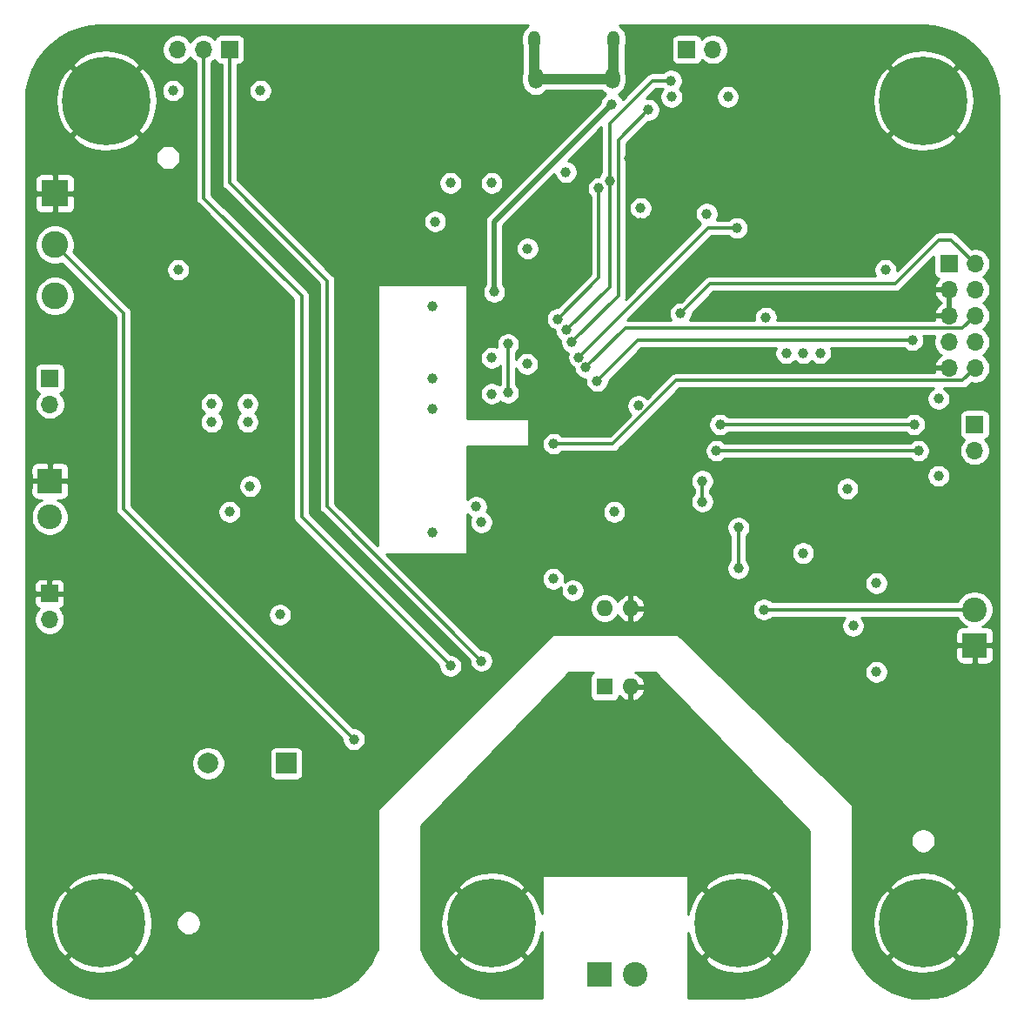
<source format=gbr>
G04 #@! TF.GenerationSoftware,KiCad,Pcbnew,(5.1.9)-1*
G04 #@! TF.CreationDate,2022-01-03T11:27:47+01:00*
G04 #@! TF.ProjectId,STM32F103C8T6,53544d33-3246-4313-9033-433854362e6b,rev?*
G04 #@! TF.SameCoordinates,Original*
G04 #@! TF.FileFunction,Copper,L4,Bot*
G04 #@! TF.FilePolarity,Positive*
%FSLAX46Y46*%
G04 Gerber Fmt 4.6, Leading zero omitted, Abs format (unit mm)*
G04 Created by KiCad (PCBNEW (5.1.9)-1) date 2022-01-03 11:27:47*
%MOMM*%
%LPD*%
G01*
G04 APERTURE LIST*
G04 #@! TA.AperFunction,ComponentPad*
%ADD10C,0.900000*%
G04 #@! TD*
G04 #@! TA.AperFunction,ComponentPad*
%ADD11C,8.600000*%
G04 #@! TD*
G04 #@! TA.AperFunction,ComponentPad*
%ADD12R,1.700000X1.700000*%
G04 #@! TD*
G04 #@! TA.AperFunction,ComponentPad*
%ADD13O,1.700000X1.700000*%
G04 #@! TD*
G04 #@! TA.AperFunction,ComponentPad*
%ADD14R,2.400000X2.400000*%
G04 #@! TD*
G04 #@! TA.AperFunction,ComponentPad*
%ADD15C,2.400000*%
G04 #@! TD*
G04 #@! TA.AperFunction,ComponentPad*
%ADD16O,1.450000X2.000000*%
G04 #@! TD*
G04 #@! TA.AperFunction,ComponentPad*
%ADD17O,1.150000X1.800000*%
G04 #@! TD*
G04 #@! TA.AperFunction,ComponentPad*
%ADD18R,2.600000X2.600000*%
G04 #@! TD*
G04 #@! TA.AperFunction,ComponentPad*
%ADD19C,2.600000*%
G04 #@! TD*
G04 #@! TA.AperFunction,ComponentPad*
%ADD20R,1.600000X1.600000*%
G04 #@! TD*
G04 #@! TA.AperFunction,ComponentPad*
%ADD21O,1.600000X1.600000*%
G04 #@! TD*
G04 #@! TA.AperFunction,ComponentPad*
%ADD22R,2.000000X2.000000*%
G04 #@! TD*
G04 #@! TA.AperFunction,ComponentPad*
%ADD23C,2.000000*%
G04 #@! TD*
G04 #@! TA.AperFunction,ViaPad*
%ADD24C,1.000000*%
G04 #@! TD*
G04 #@! TA.AperFunction,ViaPad*
%ADD25C,0.800000*%
G04 #@! TD*
G04 #@! TA.AperFunction,Conductor*
%ADD26C,0.500000*%
G04 #@! TD*
G04 #@! TA.AperFunction,Conductor*
%ADD27C,0.300000*%
G04 #@! TD*
G04 #@! TA.AperFunction,Conductor*
%ADD28C,1.000000*%
G04 #@! TD*
G04 #@! TA.AperFunction,Conductor*
%ADD29C,0.254000*%
G04 #@! TD*
G04 #@! TA.AperFunction,Conductor*
%ADD30C,0.100000*%
G04 #@! TD*
G04 APERTURE END LIST*
D10*
X82780419Y-37719581D03*
X80500000Y-36775000D03*
X78219581Y-37719581D03*
X77275000Y-40000000D03*
X78219581Y-42280419D03*
X80500000Y-43225000D03*
X82780419Y-42280419D03*
X83725000Y-40000000D03*
D11*
X80500000Y-40000000D03*
D10*
X82280419Y-117719581D03*
X80000000Y-116775000D03*
X77719581Y-117719581D03*
X76775000Y-120000000D03*
X77719581Y-122280419D03*
X80000000Y-123225000D03*
X82280419Y-122280419D03*
X83225000Y-120000000D03*
D11*
X80000000Y-120000000D03*
X160000000Y-120000000D03*
D10*
X163225000Y-120000000D03*
X162280419Y-122280419D03*
X160000000Y-123225000D03*
X157719581Y-122280419D03*
X156775000Y-120000000D03*
X157719581Y-117719581D03*
X160000000Y-116775000D03*
X162280419Y-117719581D03*
X162280419Y-37719581D03*
X160000000Y-36775000D03*
X157719581Y-37719581D03*
X156775000Y-40000000D03*
X157719581Y-42280419D03*
X160000000Y-43225000D03*
X162280419Y-42280419D03*
X163225000Y-40000000D03*
D11*
X160000000Y-40000000D03*
X118000000Y-120000000D03*
D10*
X121225000Y-120000000D03*
X120280419Y-122280419D03*
X118000000Y-123225000D03*
X115719581Y-122280419D03*
X114775000Y-120000000D03*
X115719581Y-117719581D03*
X118000000Y-116775000D03*
X120280419Y-117719581D03*
X144280419Y-117719581D03*
X142000000Y-116775000D03*
X139719581Y-117719581D03*
X138775000Y-120000000D03*
X139719581Y-122280419D03*
X142000000Y-123225000D03*
X144280419Y-122280419D03*
X145225000Y-120000000D03*
D11*
X142000000Y-120000000D03*
D12*
X75000000Y-67000000D03*
D13*
X75000000Y-69540000D03*
D14*
X75000000Y-77000000D03*
D15*
X75000000Y-80500000D03*
D13*
X139540000Y-35000000D03*
D12*
X137000000Y-35000000D03*
D14*
X165000000Y-93000000D03*
D15*
X165000000Y-89500000D03*
D16*
X129725000Y-37850000D03*
X122275000Y-37850000D03*
D17*
X129875000Y-34050000D03*
X122125000Y-34050000D03*
D12*
X162500000Y-55840000D03*
D13*
X165040000Y-55840000D03*
X162500000Y-58380000D03*
X165040000Y-58380000D03*
X162500000Y-60920000D03*
X165040000Y-60920000D03*
X162500000Y-63460000D03*
X165040000Y-63460000D03*
X162500000Y-66000000D03*
X165040000Y-66000000D03*
D12*
X165000000Y-71500000D03*
D13*
X165000000Y-74040000D03*
D18*
X75500000Y-49000000D03*
D19*
X75500000Y-54000000D03*
X75500000Y-59000000D03*
D12*
X92500000Y-35000000D03*
D13*
X89960000Y-35000000D03*
X87420000Y-35000000D03*
D15*
X132000000Y-125000000D03*
D14*
X128500000Y-125000000D03*
D13*
X74975000Y-90490000D03*
D12*
X74975000Y-87950000D03*
D20*
X129000000Y-97000000D03*
D21*
X131540000Y-89380000D03*
X131540000Y-97000000D03*
X129000000Y-89380000D03*
D22*
X98025000Y-104475000D03*
D23*
X90425000Y-104475000D03*
D24*
X112250000Y-60000000D03*
X112250000Y-70000000D03*
X112250000Y-82000000D03*
X112250000Y-67000000D03*
X126480000Y-40800000D03*
X136690000Y-51760000D03*
X123500000Y-75500000D03*
X122260000Y-64010000D03*
X121000000Y-63000000D03*
D25*
X145000000Y-37500000D03*
X145000000Y-42500000D03*
X142500000Y-45000000D03*
X155000000Y-35000000D03*
X155000000Y-37500000D03*
X165000000Y-50000000D03*
X165000000Y-45000000D03*
X142500000Y-50000000D03*
X160000000Y-60000000D03*
X160000000Y-50000000D03*
X160000000Y-80000000D03*
X165000000Y-80000000D03*
X160000000Y-85000000D03*
X165000000Y-85000000D03*
X122500000Y-42500000D03*
X120000000Y-42500000D03*
X117500000Y-45000000D03*
X115000000Y-45000000D03*
D24*
X125000000Y-50000000D03*
X122500000Y-50000000D03*
D25*
X165000000Y-102500000D03*
X165000000Y-107500000D03*
X165000000Y-112500000D03*
X160000000Y-107500000D03*
X160000000Y-102500000D03*
X160000000Y-97500000D03*
X155000000Y-97500000D03*
X155000000Y-102500000D03*
X155000000Y-107500000D03*
X155000000Y-112500000D03*
X150000000Y-102500000D03*
X150000000Y-97500000D03*
X145000000Y-92500000D03*
X90000000Y-55000000D03*
X85000000Y-85000000D03*
X85000000Y-90000000D03*
X80000000Y-90000000D03*
X80000000Y-95000000D03*
X85000000Y-95000000D03*
X75000000Y-95000000D03*
X75000000Y-100000000D03*
X80000000Y-100000000D03*
X85000000Y-100000000D03*
X85000000Y-105000000D03*
X80000000Y-105000000D03*
X75000000Y-105000000D03*
X75000000Y-110000000D03*
X80000000Y-110000000D03*
X85000000Y-110000000D03*
X90000000Y-110000000D03*
X100000000Y-110000000D03*
X105000000Y-110000000D03*
X105000000Y-95000000D03*
X105000000Y-90000000D03*
X100000000Y-85000000D03*
X95000000Y-85000000D03*
X90000000Y-85000000D03*
X100000000Y-115000000D03*
X95000000Y-115000000D03*
X90000000Y-115000000D03*
X85000000Y-115000000D03*
X75000000Y-115000000D03*
X95000000Y-120000000D03*
X100000000Y-120000000D03*
X105000000Y-120000000D03*
X95000000Y-125000000D03*
X90000000Y-125000000D03*
X85000000Y-125000000D03*
X100000000Y-125000000D03*
D24*
X149830000Y-80550000D03*
X135000000Y-70000000D03*
X132500000Y-51875000D03*
X134750000Y-52675000D03*
X134750000Y-54600000D03*
X131400000Y-45600000D03*
X125230000Y-46930000D03*
X118000000Y-48000000D03*
X121500000Y-54370000D03*
X114000000Y-48000000D03*
X94500000Y-77500000D03*
X92500000Y-80000000D03*
X124000000Y-86500000D03*
X117000000Y-81000000D03*
X118000000Y-68500000D03*
X118000000Y-65000000D03*
X152620000Y-77750000D03*
X132270000Y-69680000D03*
X121440000Y-65600000D03*
X148310000Y-84010000D03*
X149980000Y-64550000D03*
X148330000Y-64550000D03*
X146680000Y-64550000D03*
X87000000Y-39000000D03*
X95500000Y-39000000D03*
X116500000Y-79500000D03*
X97400000Y-90000000D03*
X125890000Y-87630000D03*
X138930000Y-51000000D03*
X132500000Y-50430000D03*
X140990000Y-39600000D03*
X135500000Y-39600000D03*
X161500000Y-69000000D03*
X161500000Y-76500000D03*
X155450000Y-86930000D03*
X153180000Y-91090000D03*
X155430000Y-95580000D03*
X112500000Y-51740000D03*
X87490000Y-56440000D03*
X90750000Y-69500000D03*
X90750000Y-71250000D03*
X94250000Y-69500000D03*
X94250000Y-71250000D03*
X144690000Y-61090000D03*
X156330000Y-56460000D03*
X129930000Y-80000000D03*
X118250000Y-58590000D03*
X129710000Y-40310000D03*
X125500000Y-113540000D03*
X125825000Y-63500000D03*
X133275000Y-40875000D03*
X129480000Y-47793942D03*
X135470000Y-38030000D03*
X125275000Y-62300000D03*
X144500000Y-89500000D03*
X136400000Y-60675000D03*
X128263541Y-67263541D03*
X158950000Y-63300000D03*
X127159541Y-65952502D03*
X124025000Y-73375000D03*
X140250000Y-71500000D03*
X159125000Y-71500000D03*
X139875000Y-74050000D03*
X159525000Y-74050000D03*
X104600000Y-102125000D03*
X117000000Y-94500000D03*
X114000000Y-95000000D03*
X142000000Y-85500000D03*
X142020000Y-81530000D03*
X119600000Y-63670000D03*
X119600000Y-68390000D03*
X138500000Y-77000000D03*
X138500000Y-79000000D03*
X141875000Y-52375000D03*
X126500000Y-64950000D03*
X124425000Y-61225000D03*
X128425000Y-48500000D03*
D26*
X118250000Y-58590000D02*
X118250000Y-51770000D01*
X118250000Y-51770000D02*
X129710000Y-40310000D01*
D27*
X130330001Y-58994999D02*
X130330001Y-43794999D01*
X125825000Y-63500000D02*
X130330001Y-58994999D01*
X130355001Y-43794999D02*
X130330001Y-43794999D01*
X133275000Y-40875000D02*
X130355001Y-43794999D01*
X133651998Y-38030000D02*
X135470000Y-38030000D01*
X129480000Y-42201998D02*
X133651998Y-38030000D01*
X129480000Y-47793942D02*
X129480000Y-42201998D01*
X129480000Y-58095000D02*
X129480000Y-47793942D01*
X125275000Y-62300000D02*
X129480000Y-58095000D01*
X144500000Y-89500000D02*
X165000000Y-89500000D01*
D28*
X122125000Y-37700000D02*
X122275000Y-37850000D01*
X122125000Y-34050000D02*
X122125000Y-37700000D01*
X129875000Y-37700000D02*
X129725000Y-37850000D01*
X129875000Y-34050000D02*
X129875000Y-37700000D01*
X122325001Y-37900001D02*
X122275000Y-37850000D01*
X129674999Y-37900001D02*
X122325001Y-37900001D01*
X129725000Y-37850000D02*
X129674999Y-37900001D01*
D27*
X139271001Y-57803999D02*
X157271001Y-57803999D01*
X136400000Y-60675000D02*
X139271001Y-57803999D01*
X157271001Y-57803999D02*
X161550000Y-53525000D01*
X162725000Y-53525000D02*
X165040000Y-55840000D01*
X161550000Y-53525000D02*
X162725000Y-53525000D01*
X132227082Y-63300000D02*
X158950000Y-63300000D01*
X128263541Y-67263541D02*
X132227082Y-63300000D01*
X163839999Y-62120001D02*
X165040000Y-60920000D01*
X130992042Y-62120001D02*
X163839999Y-62120001D01*
X127159541Y-65952502D02*
X130992042Y-62120001D01*
X163839999Y-67200001D02*
X165040000Y-66000000D01*
X135970000Y-67200001D02*
X163839999Y-67200001D01*
X129795001Y-73375000D02*
X135970000Y-67200001D01*
X124025000Y-73375000D02*
X129795001Y-73375000D01*
X140250000Y-71500000D02*
X159125000Y-71500000D01*
X139875000Y-74050000D02*
X159525000Y-74050000D01*
X104600000Y-102125000D02*
X82175000Y-79700000D01*
X82175000Y-60675000D02*
X75500000Y-54000000D01*
X82175000Y-79700000D02*
X82175000Y-60675000D01*
X92500000Y-48000000D02*
X92500000Y-35000000D01*
X102000000Y-57500000D02*
X92500000Y-48000000D01*
X102000000Y-79500000D02*
X102000000Y-57500000D01*
X117000000Y-94500000D02*
X102000000Y-79500000D01*
X114000000Y-95000000D02*
X99500000Y-80500000D01*
X99500000Y-80500000D02*
X99500000Y-59000000D01*
X89960000Y-49460000D02*
X89960000Y-35000000D01*
X99500000Y-59000000D02*
X89960000Y-49460000D01*
X142020000Y-85480000D02*
X142000000Y-85500000D01*
X142020000Y-81530000D02*
X142020000Y-85480000D01*
X119600000Y-63670000D02*
X119600000Y-68390000D01*
X138500000Y-77000000D02*
X138500000Y-79000000D01*
X139075000Y-52375000D02*
X141875000Y-52375000D01*
X126500000Y-64950000D02*
X139075000Y-52375000D01*
X124425000Y-61225000D02*
X128425000Y-57225000D01*
X128425000Y-57225000D02*
X128425000Y-48500000D01*
D29*
X121449509Y-32714054D02*
X121265262Y-32865261D01*
X121114055Y-33049508D01*
X121001697Y-33259713D01*
X120932508Y-33487799D01*
X120915000Y-33665563D01*
X120915000Y-34434436D01*
X120932508Y-34612200D01*
X120990000Y-34801727D01*
X120990001Y-37126020D01*
X120934678Y-37308393D01*
X120915000Y-37508191D01*
X120915000Y-38191808D01*
X120934678Y-38391606D01*
X121012445Y-38647967D01*
X121138730Y-38884230D01*
X121308682Y-39091317D01*
X121515769Y-39261270D01*
X121752032Y-39387555D01*
X122008393Y-39465322D01*
X122275000Y-39491580D01*
X122541606Y-39465322D01*
X122797967Y-39387555D01*
X123034230Y-39261270D01*
X123241317Y-39091318D01*
X123287535Y-39035001D01*
X128712465Y-39035001D01*
X128758682Y-39091317D01*
X128965769Y-39261270D01*
X129116229Y-39341692D01*
X128986480Y-39428388D01*
X128828388Y-39586480D01*
X128704176Y-39772376D01*
X128618617Y-39978933D01*
X128576190Y-40192231D01*
X117654952Y-51113470D01*
X117621184Y-51141183D01*
X117593471Y-51174951D01*
X117593468Y-51174954D01*
X117510590Y-51275941D01*
X117428412Y-51429687D01*
X117377805Y-51596510D01*
X117360719Y-51770000D01*
X117365001Y-51813479D01*
X117365000Y-57871550D01*
X117244176Y-58052376D01*
X117158617Y-58258933D01*
X117115000Y-58478212D01*
X117115000Y-58701788D01*
X117158617Y-58921067D01*
X117244176Y-59127624D01*
X117368388Y-59313520D01*
X117526480Y-59471612D01*
X117712376Y-59595824D01*
X117918933Y-59681383D01*
X118138212Y-59725000D01*
X118361788Y-59725000D01*
X118581067Y-59681383D01*
X118787624Y-59595824D01*
X118973520Y-59471612D01*
X119131612Y-59313520D01*
X119255824Y-59127624D01*
X119341383Y-58921067D01*
X119385000Y-58701788D01*
X119385000Y-58478212D01*
X119341383Y-58258933D01*
X119255824Y-58052376D01*
X119135000Y-57871550D01*
X119135000Y-54258212D01*
X120365000Y-54258212D01*
X120365000Y-54481788D01*
X120408617Y-54701067D01*
X120494176Y-54907624D01*
X120618388Y-55093520D01*
X120776480Y-55251612D01*
X120962376Y-55375824D01*
X121168933Y-55461383D01*
X121388212Y-55505000D01*
X121611788Y-55505000D01*
X121831067Y-55461383D01*
X122037624Y-55375824D01*
X122223520Y-55251612D01*
X122381612Y-55093520D01*
X122505824Y-54907624D01*
X122591383Y-54701067D01*
X122635000Y-54481788D01*
X122635000Y-54258212D01*
X122591383Y-54038933D01*
X122505824Y-53832376D01*
X122381612Y-53646480D01*
X122223520Y-53488388D01*
X122037624Y-53364176D01*
X121831067Y-53278617D01*
X121611788Y-53235000D01*
X121388212Y-53235000D01*
X121168933Y-53278617D01*
X120962376Y-53364176D01*
X120776480Y-53488388D01*
X120618388Y-53646480D01*
X120494176Y-53832376D01*
X120408617Y-54038933D01*
X120365000Y-54258212D01*
X119135000Y-54258212D01*
X119135000Y-52136578D01*
X124117363Y-47154215D01*
X124138617Y-47261067D01*
X124224176Y-47467624D01*
X124348388Y-47653520D01*
X124506480Y-47811612D01*
X124692376Y-47935824D01*
X124898933Y-48021383D01*
X125118212Y-48065000D01*
X125341788Y-48065000D01*
X125561067Y-48021383D01*
X125767624Y-47935824D01*
X125953520Y-47811612D01*
X126111612Y-47653520D01*
X126235824Y-47467624D01*
X126321383Y-47261067D01*
X126365000Y-47041788D01*
X126365000Y-46818212D01*
X126321383Y-46598933D01*
X126235824Y-46392376D01*
X126111612Y-46206480D01*
X125953520Y-46048388D01*
X125767624Y-45924176D01*
X125561067Y-45838617D01*
X125454216Y-45817363D01*
X128695001Y-42576578D01*
X128695000Y-46973810D01*
X128598388Y-47070422D01*
X128474176Y-47256318D01*
X128429158Y-47365000D01*
X128313212Y-47365000D01*
X128093933Y-47408617D01*
X127887376Y-47494176D01*
X127701480Y-47618388D01*
X127543388Y-47776480D01*
X127419176Y-47962376D01*
X127333617Y-48168933D01*
X127290000Y-48388212D01*
X127290000Y-48611788D01*
X127333617Y-48831067D01*
X127419176Y-49037624D01*
X127543388Y-49223520D01*
X127640001Y-49320133D01*
X127640000Y-56899842D01*
X124449843Y-60090000D01*
X124313212Y-60090000D01*
X124093933Y-60133617D01*
X123887376Y-60219176D01*
X123701480Y-60343388D01*
X123543388Y-60501480D01*
X123419176Y-60687376D01*
X123333617Y-60893933D01*
X123290000Y-61113212D01*
X123290000Y-61336788D01*
X123333617Y-61556067D01*
X123419176Y-61762624D01*
X123543388Y-61948520D01*
X123701480Y-62106612D01*
X123887376Y-62230824D01*
X124093933Y-62316383D01*
X124140000Y-62325546D01*
X124140000Y-62411788D01*
X124183617Y-62631067D01*
X124269176Y-62837624D01*
X124393388Y-63023520D01*
X124551480Y-63181612D01*
X124710023Y-63287547D01*
X124690000Y-63388212D01*
X124690000Y-63611788D01*
X124733617Y-63831067D01*
X124819176Y-64037624D01*
X124943388Y-64223520D01*
X125101480Y-64381612D01*
X125287376Y-64505824D01*
X125430852Y-64565254D01*
X125408617Y-64618933D01*
X125365000Y-64838212D01*
X125365000Y-65061788D01*
X125408617Y-65281067D01*
X125494176Y-65487624D01*
X125618388Y-65673520D01*
X125776480Y-65831612D01*
X125962376Y-65955824D01*
X126024541Y-65981574D01*
X126024541Y-66064290D01*
X126068158Y-66283569D01*
X126153717Y-66490126D01*
X126277929Y-66676022D01*
X126436021Y-66834114D01*
X126621917Y-66958326D01*
X126828474Y-67043885D01*
X127047753Y-67087502D01*
X127141321Y-67087502D01*
X127128541Y-67151753D01*
X127128541Y-67375329D01*
X127172158Y-67594608D01*
X127257717Y-67801165D01*
X127381929Y-67987061D01*
X127540021Y-68145153D01*
X127725917Y-68269365D01*
X127932474Y-68354924D01*
X128151753Y-68398541D01*
X128375329Y-68398541D01*
X128594608Y-68354924D01*
X128801165Y-68269365D01*
X128987061Y-68145153D01*
X129145153Y-67987061D01*
X129269365Y-67801165D01*
X129354924Y-67594608D01*
X129398541Y-67375329D01*
X129398541Y-67238698D01*
X132552240Y-64085000D01*
X145644094Y-64085000D01*
X145588617Y-64218933D01*
X145545000Y-64438212D01*
X145545000Y-64661788D01*
X145588617Y-64881067D01*
X145674176Y-65087624D01*
X145798388Y-65273520D01*
X145956480Y-65431612D01*
X146142376Y-65555824D01*
X146348933Y-65641383D01*
X146568212Y-65685000D01*
X146791788Y-65685000D01*
X147011067Y-65641383D01*
X147217624Y-65555824D01*
X147403520Y-65431612D01*
X147505000Y-65330132D01*
X147606480Y-65431612D01*
X147792376Y-65555824D01*
X147998933Y-65641383D01*
X148218212Y-65685000D01*
X148441788Y-65685000D01*
X148661067Y-65641383D01*
X148867624Y-65555824D01*
X149053520Y-65431612D01*
X149155000Y-65330132D01*
X149256480Y-65431612D01*
X149442376Y-65555824D01*
X149648933Y-65641383D01*
X149868212Y-65685000D01*
X150091788Y-65685000D01*
X150311067Y-65641383D01*
X150517624Y-65555824D01*
X150703520Y-65431612D01*
X150861612Y-65273520D01*
X150985824Y-65087624D01*
X151071383Y-64881067D01*
X151115000Y-64661788D01*
X151115000Y-64438212D01*
X151071383Y-64218933D01*
X151015906Y-64085000D01*
X158129868Y-64085000D01*
X158226480Y-64181612D01*
X158412376Y-64305824D01*
X158618933Y-64391383D01*
X158838212Y-64435000D01*
X159061788Y-64435000D01*
X159281067Y-64391383D01*
X159487624Y-64305824D01*
X159673520Y-64181612D01*
X159831612Y-64023520D01*
X159955824Y-63837624D01*
X160041383Y-63631067D01*
X160085000Y-63411788D01*
X160085000Y-63188212D01*
X160041383Y-62968933D01*
X160014901Y-62905001D01*
X161122536Y-62905001D01*
X161072068Y-63026842D01*
X161015000Y-63313740D01*
X161015000Y-63606260D01*
X161072068Y-63893158D01*
X161184010Y-64163411D01*
X161346525Y-64406632D01*
X161553368Y-64613475D01*
X161735534Y-64735195D01*
X161618645Y-64804822D01*
X161402412Y-64999731D01*
X161228359Y-65233080D01*
X161103175Y-65495901D01*
X161058524Y-65643110D01*
X161179845Y-65873000D01*
X162373000Y-65873000D01*
X162373000Y-65853000D01*
X162627000Y-65853000D01*
X162627000Y-65873000D01*
X162647000Y-65873000D01*
X162647000Y-66127000D01*
X162627000Y-66127000D01*
X162627000Y-66147000D01*
X162373000Y-66147000D01*
X162373000Y-66127000D01*
X161179845Y-66127000D01*
X161058524Y-66356890D01*
X161076150Y-66415001D01*
X136008552Y-66415001D01*
X135969999Y-66411204D01*
X135931446Y-66415001D01*
X135931439Y-66415001D01*
X135830490Y-66424944D01*
X135816112Y-66426360D01*
X135793703Y-66433158D01*
X135668140Y-66471247D01*
X135531767Y-66544139D01*
X135471559Y-66593551D01*
X135442187Y-66617656D01*
X135442184Y-66617659D01*
X135412236Y-66642237D01*
X135387658Y-66672185D01*
X133127488Y-68932356D01*
X132993520Y-68798388D01*
X132807624Y-68674176D01*
X132601067Y-68588617D01*
X132381788Y-68545000D01*
X132158212Y-68545000D01*
X131938933Y-68588617D01*
X131732376Y-68674176D01*
X131546480Y-68798388D01*
X131388388Y-68956480D01*
X131264176Y-69142376D01*
X131178617Y-69348933D01*
X131135000Y-69568212D01*
X131135000Y-69791788D01*
X131178617Y-70011067D01*
X131264176Y-70217624D01*
X131388388Y-70403520D01*
X131522356Y-70537488D01*
X129469844Y-72590000D01*
X124845132Y-72590000D01*
X124748520Y-72493388D01*
X124562624Y-72369176D01*
X124356067Y-72283617D01*
X124136788Y-72240000D01*
X123913212Y-72240000D01*
X123693933Y-72283617D01*
X123487376Y-72369176D01*
X123301480Y-72493388D01*
X123143388Y-72651480D01*
X123019176Y-72837376D01*
X122933617Y-73043933D01*
X122890000Y-73263212D01*
X122890000Y-73486788D01*
X122933617Y-73706067D01*
X123019176Y-73912624D01*
X123143388Y-74098520D01*
X123301480Y-74256612D01*
X123487376Y-74380824D01*
X123693933Y-74466383D01*
X123913212Y-74510000D01*
X124136788Y-74510000D01*
X124356067Y-74466383D01*
X124562624Y-74380824D01*
X124748520Y-74256612D01*
X124845132Y-74160000D01*
X129756448Y-74160000D01*
X129795001Y-74163797D01*
X129833554Y-74160000D01*
X129833562Y-74160000D01*
X129948888Y-74148641D01*
X130096861Y-74103754D01*
X130233234Y-74030862D01*
X130346126Y-73938212D01*
X138740000Y-73938212D01*
X138740000Y-74161788D01*
X138783617Y-74381067D01*
X138869176Y-74587624D01*
X138993388Y-74773520D01*
X139151480Y-74931612D01*
X139337376Y-75055824D01*
X139543933Y-75141383D01*
X139763212Y-75185000D01*
X139986788Y-75185000D01*
X140206067Y-75141383D01*
X140412624Y-75055824D01*
X140598520Y-74931612D01*
X140695132Y-74835000D01*
X158704868Y-74835000D01*
X158801480Y-74931612D01*
X158987376Y-75055824D01*
X159193933Y-75141383D01*
X159413212Y-75185000D01*
X159636788Y-75185000D01*
X159856067Y-75141383D01*
X160062624Y-75055824D01*
X160248520Y-74931612D01*
X160406612Y-74773520D01*
X160530824Y-74587624D01*
X160616383Y-74381067D01*
X160660000Y-74161788D01*
X160660000Y-73938212D01*
X160616383Y-73718933D01*
X160530824Y-73512376D01*
X160406612Y-73326480D01*
X160248520Y-73168388D01*
X160062624Y-73044176D01*
X159856067Y-72958617D01*
X159636788Y-72915000D01*
X159413212Y-72915000D01*
X159193933Y-72958617D01*
X158987376Y-73044176D01*
X158801480Y-73168388D01*
X158704868Y-73265000D01*
X140695132Y-73265000D01*
X140598520Y-73168388D01*
X140412624Y-73044176D01*
X140206067Y-72958617D01*
X139986788Y-72915000D01*
X139763212Y-72915000D01*
X139543933Y-72958617D01*
X139337376Y-73044176D01*
X139151480Y-73168388D01*
X138993388Y-73326480D01*
X138869176Y-73512376D01*
X138783617Y-73718933D01*
X138740000Y-73938212D01*
X130346126Y-73938212D01*
X130352765Y-73932764D01*
X130377348Y-73902810D01*
X132891946Y-71388212D01*
X139115000Y-71388212D01*
X139115000Y-71611788D01*
X139158617Y-71831067D01*
X139244176Y-72037624D01*
X139368388Y-72223520D01*
X139526480Y-72381612D01*
X139712376Y-72505824D01*
X139918933Y-72591383D01*
X140138212Y-72635000D01*
X140361788Y-72635000D01*
X140581067Y-72591383D01*
X140787624Y-72505824D01*
X140973520Y-72381612D01*
X141070132Y-72285000D01*
X158304868Y-72285000D01*
X158401480Y-72381612D01*
X158587376Y-72505824D01*
X158793933Y-72591383D01*
X159013212Y-72635000D01*
X159236788Y-72635000D01*
X159456067Y-72591383D01*
X159662624Y-72505824D01*
X159848520Y-72381612D01*
X160006612Y-72223520D01*
X160130824Y-72037624D01*
X160216383Y-71831067D01*
X160260000Y-71611788D01*
X160260000Y-71388212D01*
X160216383Y-71168933D01*
X160130824Y-70962376D01*
X160006612Y-70776480D01*
X159880132Y-70650000D01*
X163511928Y-70650000D01*
X163511928Y-72350000D01*
X163524188Y-72474482D01*
X163560498Y-72594180D01*
X163619463Y-72704494D01*
X163698815Y-72801185D01*
X163795506Y-72880537D01*
X163905820Y-72939502D01*
X163978380Y-72961513D01*
X163846525Y-73093368D01*
X163684010Y-73336589D01*
X163572068Y-73606842D01*
X163515000Y-73893740D01*
X163515000Y-74186260D01*
X163572068Y-74473158D01*
X163684010Y-74743411D01*
X163846525Y-74986632D01*
X164053368Y-75193475D01*
X164296589Y-75355990D01*
X164566842Y-75467932D01*
X164853740Y-75525000D01*
X165146260Y-75525000D01*
X165433158Y-75467932D01*
X165703411Y-75355990D01*
X165946632Y-75193475D01*
X166153475Y-74986632D01*
X166315990Y-74743411D01*
X166427932Y-74473158D01*
X166485000Y-74186260D01*
X166485000Y-73893740D01*
X166427932Y-73606842D01*
X166315990Y-73336589D01*
X166153475Y-73093368D01*
X166021620Y-72961513D01*
X166094180Y-72939502D01*
X166204494Y-72880537D01*
X166301185Y-72801185D01*
X166380537Y-72704494D01*
X166439502Y-72594180D01*
X166475812Y-72474482D01*
X166488072Y-72350000D01*
X166488072Y-70650000D01*
X166475812Y-70525518D01*
X166439502Y-70405820D01*
X166380537Y-70295506D01*
X166301185Y-70198815D01*
X166204494Y-70119463D01*
X166094180Y-70060498D01*
X165974482Y-70024188D01*
X165850000Y-70011928D01*
X164150000Y-70011928D01*
X164025518Y-70024188D01*
X163905820Y-70060498D01*
X163795506Y-70119463D01*
X163698815Y-70198815D01*
X163619463Y-70295506D01*
X163560498Y-70405820D01*
X163524188Y-70525518D01*
X163511928Y-70650000D01*
X159880132Y-70650000D01*
X159848520Y-70618388D01*
X159662624Y-70494176D01*
X159456067Y-70408617D01*
X159236788Y-70365000D01*
X159013212Y-70365000D01*
X158793933Y-70408617D01*
X158587376Y-70494176D01*
X158401480Y-70618388D01*
X158304868Y-70715000D01*
X141070132Y-70715000D01*
X140973520Y-70618388D01*
X140787624Y-70494176D01*
X140581067Y-70408617D01*
X140361788Y-70365000D01*
X140138212Y-70365000D01*
X139918933Y-70408617D01*
X139712376Y-70494176D01*
X139526480Y-70618388D01*
X139368388Y-70776480D01*
X139244176Y-70962376D01*
X139158617Y-71168933D01*
X139115000Y-71388212D01*
X132891946Y-71388212D01*
X136295158Y-67985001D01*
X160984526Y-67985001D01*
X160962376Y-67994176D01*
X160776480Y-68118388D01*
X160618388Y-68276480D01*
X160494176Y-68462376D01*
X160408617Y-68668933D01*
X160365000Y-68888212D01*
X160365000Y-69111788D01*
X160408617Y-69331067D01*
X160494176Y-69537624D01*
X160618388Y-69723520D01*
X160776480Y-69881612D01*
X160962376Y-70005824D01*
X161168933Y-70091383D01*
X161388212Y-70135000D01*
X161611788Y-70135000D01*
X161831067Y-70091383D01*
X162037624Y-70005824D01*
X162223520Y-69881612D01*
X162381612Y-69723520D01*
X162505824Y-69537624D01*
X162591383Y-69331067D01*
X162635000Y-69111788D01*
X162635000Y-68888212D01*
X162591383Y-68668933D01*
X162505824Y-68462376D01*
X162381612Y-68276480D01*
X162223520Y-68118388D01*
X162037624Y-67994176D01*
X162015474Y-67985001D01*
X163801446Y-67985001D01*
X163839999Y-67988798D01*
X163878552Y-67985001D01*
X163878560Y-67985001D01*
X163993886Y-67973642D01*
X164141859Y-67928755D01*
X164278232Y-67855863D01*
X164397763Y-67757765D01*
X164422346Y-67727811D01*
X164703082Y-67447075D01*
X164893740Y-67485000D01*
X165186260Y-67485000D01*
X165473158Y-67427932D01*
X165743411Y-67315990D01*
X165986632Y-67153475D01*
X166193475Y-66946632D01*
X166355990Y-66703411D01*
X166467932Y-66433158D01*
X166525000Y-66146260D01*
X166525000Y-65853740D01*
X166467932Y-65566842D01*
X166355990Y-65296589D01*
X166193475Y-65053368D01*
X165986632Y-64846525D01*
X165812240Y-64730000D01*
X165986632Y-64613475D01*
X166193475Y-64406632D01*
X166355990Y-64163411D01*
X166467932Y-63893158D01*
X166525000Y-63606260D01*
X166525000Y-63313740D01*
X166467932Y-63026842D01*
X166355990Y-62756589D01*
X166193475Y-62513368D01*
X165986632Y-62306525D01*
X165812240Y-62190000D01*
X165986632Y-62073475D01*
X166193475Y-61866632D01*
X166355990Y-61623411D01*
X166467932Y-61353158D01*
X166525000Y-61066260D01*
X166525000Y-60773740D01*
X166467932Y-60486842D01*
X166355990Y-60216589D01*
X166193475Y-59973368D01*
X165986632Y-59766525D01*
X165812240Y-59650000D01*
X165986632Y-59533475D01*
X166193475Y-59326632D01*
X166355990Y-59083411D01*
X166467932Y-58813158D01*
X166525000Y-58526260D01*
X166525000Y-58233740D01*
X166467932Y-57946842D01*
X166355990Y-57676589D01*
X166193475Y-57433368D01*
X165986632Y-57226525D01*
X165812240Y-57110000D01*
X165986632Y-56993475D01*
X166193475Y-56786632D01*
X166355990Y-56543411D01*
X166467932Y-56273158D01*
X166525000Y-55986260D01*
X166525000Y-55693740D01*
X166467932Y-55406842D01*
X166355990Y-55136589D01*
X166193475Y-54893368D01*
X165986632Y-54686525D01*
X165743411Y-54524010D01*
X165473158Y-54412068D01*
X165186260Y-54355000D01*
X164893740Y-54355000D01*
X164703082Y-54392925D01*
X163307347Y-52997190D01*
X163282764Y-52967236D01*
X163163233Y-52869138D01*
X163026860Y-52796246D01*
X162878887Y-52751359D01*
X162763561Y-52740000D01*
X162763553Y-52740000D01*
X162725000Y-52736203D01*
X162686447Y-52740000D01*
X161588552Y-52740000D01*
X161549999Y-52736203D01*
X161511446Y-52740000D01*
X161511439Y-52740000D01*
X161410490Y-52749943D01*
X161396112Y-52751359D01*
X161361672Y-52761806D01*
X161248140Y-52796246D01*
X161111767Y-52869138D01*
X161070736Y-52902812D01*
X161022187Y-52942655D01*
X161022184Y-52942658D01*
X160992236Y-52967236D01*
X160967658Y-52997184D01*
X157465000Y-56499843D01*
X157465000Y-56348212D01*
X157421383Y-56128933D01*
X157335824Y-55922376D01*
X157211612Y-55736480D01*
X157053520Y-55578388D01*
X156867624Y-55454176D01*
X156661067Y-55368617D01*
X156441788Y-55325000D01*
X156218212Y-55325000D01*
X155998933Y-55368617D01*
X155792376Y-55454176D01*
X155606480Y-55578388D01*
X155448388Y-55736480D01*
X155324176Y-55922376D01*
X155238617Y-56128933D01*
X155195000Y-56348212D01*
X155195000Y-56571788D01*
X155238617Y-56791067D01*
X155324176Y-56997624D01*
X155338458Y-57018999D01*
X139309557Y-57018999D01*
X139271001Y-57015202D01*
X139232445Y-57018999D01*
X139232440Y-57018999D01*
X139192027Y-57022979D01*
X139117114Y-57030357D01*
X139002914Y-57065000D01*
X138969141Y-57075245D01*
X138832768Y-57148137D01*
X138713237Y-57246235D01*
X138688656Y-57276187D01*
X136424843Y-59540000D01*
X136288212Y-59540000D01*
X136068933Y-59583617D01*
X135862376Y-59669176D01*
X135676480Y-59793388D01*
X135518388Y-59951480D01*
X135394176Y-60137376D01*
X135308617Y-60343933D01*
X135265000Y-60563212D01*
X135265000Y-60786788D01*
X135308617Y-61006067D01*
X135394176Y-61212624D01*
X135475946Y-61335001D01*
X131225156Y-61335001D01*
X139400157Y-53160000D01*
X141054868Y-53160000D01*
X141151480Y-53256612D01*
X141337376Y-53380824D01*
X141543933Y-53466383D01*
X141763212Y-53510000D01*
X141986788Y-53510000D01*
X142206067Y-53466383D01*
X142412624Y-53380824D01*
X142598520Y-53256612D01*
X142756612Y-53098520D01*
X142880824Y-52912624D01*
X142966383Y-52706067D01*
X143010000Y-52486788D01*
X143010000Y-52263212D01*
X142966383Y-52043933D01*
X142880824Y-51837376D01*
X142756612Y-51651480D01*
X142598520Y-51493388D01*
X142412624Y-51369176D01*
X142206067Y-51283617D01*
X141986788Y-51240000D01*
X141763212Y-51240000D01*
X141543933Y-51283617D01*
X141337376Y-51369176D01*
X141151480Y-51493388D01*
X141054868Y-51590000D01*
X139900827Y-51590000D01*
X139935824Y-51537624D01*
X140021383Y-51331067D01*
X140065000Y-51111788D01*
X140065000Y-50888212D01*
X140021383Y-50668933D01*
X139935824Y-50462376D01*
X139811612Y-50276480D01*
X139653520Y-50118388D01*
X139467624Y-49994176D01*
X139261067Y-49908617D01*
X139041788Y-49865000D01*
X138818212Y-49865000D01*
X138598933Y-49908617D01*
X138392376Y-49994176D01*
X138206480Y-50118388D01*
X138048388Y-50276480D01*
X137924176Y-50462376D01*
X137838617Y-50668933D01*
X137795000Y-50888212D01*
X137795000Y-51111788D01*
X137838617Y-51331067D01*
X137924176Y-51537624D01*
X138048388Y-51723520D01*
X138206480Y-51881612D01*
X138357394Y-51982449D01*
X131065622Y-59274221D01*
X131082429Y-59218817D01*
X131103643Y-59148886D01*
X131111021Y-59073973D01*
X131115001Y-59033560D01*
X131115001Y-59033555D01*
X131118798Y-58994999D01*
X131115001Y-58956443D01*
X131115001Y-50318212D01*
X131365000Y-50318212D01*
X131365000Y-50541788D01*
X131408617Y-50761067D01*
X131494176Y-50967624D01*
X131618388Y-51153520D01*
X131776480Y-51311612D01*
X131962376Y-51435824D01*
X132168933Y-51521383D01*
X132388212Y-51565000D01*
X132611788Y-51565000D01*
X132831067Y-51521383D01*
X133037624Y-51435824D01*
X133223520Y-51311612D01*
X133381612Y-51153520D01*
X133505824Y-50967624D01*
X133591383Y-50761067D01*
X133635000Y-50541788D01*
X133635000Y-50318212D01*
X133591383Y-50098933D01*
X133505824Y-49892376D01*
X133381612Y-49706480D01*
X133223520Y-49548388D01*
X133037624Y-49424176D01*
X132831067Y-49338617D01*
X132611788Y-49295000D01*
X132388212Y-49295000D01*
X132168933Y-49338617D01*
X131962376Y-49424176D01*
X131776480Y-49548388D01*
X131618388Y-49706480D01*
X131494176Y-49892376D01*
X131408617Y-50098933D01*
X131365000Y-50318212D01*
X131115001Y-50318212D01*
X131115001Y-44145156D01*
X131777339Y-43482818D01*
X156696787Y-43482818D01*
X157188946Y-44085149D01*
X158039933Y-44555063D01*
X158966243Y-44849929D01*
X159932281Y-44958414D01*
X160900921Y-44876351D01*
X161834938Y-44606893D01*
X162698440Y-44160394D01*
X162811054Y-44085149D01*
X163303213Y-43482818D01*
X160000000Y-40179605D01*
X156696787Y-43482818D01*
X131777339Y-43482818D01*
X133250158Y-42010000D01*
X133386788Y-42010000D01*
X133606067Y-41966383D01*
X133812624Y-41880824D01*
X133998520Y-41756612D01*
X134156612Y-41598520D01*
X134280824Y-41412624D01*
X134366383Y-41206067D01*
X134410000Y-40986788D01*
X134410000Y-40763212D01*
X134366383Y-40543933D01*
X134280824Y-40337376D01*
X134156612Y-40151480D01*
X133998520Y-39993388D01*
X133812624Y-39869176D01*
X133606067Y-39783617D01*
X133386788Y-39740000D01*
X133163212Y-39740000D01*
X133024580Y-39767575D01*
X133977156Y-38815000D01*
X134649868Y-38815000D01*
X134664868Y-38830000D01*
X134618388Y-38876480D01*
X134494176Y-39062376D01*
X134408617Y-39268933D01*
X134365000Y-39488212D01*
X134365000Y-39711788D01*
X134408617Y-39931067D01*
X134494176Y-40137624D01*
X134618388Y-40323520D01*
X134776480Y-40481612D01*
X134962376Y-40605824D01*
X135168933Y-40691383D01*
X135388212Y-40735000D01*
X135611788Y-40735000D01*
X135831067Y-40691383D01*
X136037624Y-40605824D01*
X136223520Y-40481612D01*
X136381612Y-40323520D01*
X136505824Y-40137624D01*
X136591383Y-39931067D01*
X136635000Y-39711788D01*
X136635000Y-39488212D01*
X139855000Y-39488212D01*
X139855000Y-39711788D01*
X139898617Y-39931067D01*
X139984176Y-40137624D01*
X140108388Y-40323520D01*
X140266480Y-40481612D01*
X140452376Y-40605824D01*
X140658933Y-40691383D01*
X140878212Y-40735000D01*
X141101788Y-40735000D01*
X141321067Y-40691383D01*
X141527624Y-40605824D01*
X141713520Y-40481612D01*
X141871612Y-40323520D01*
X141995824Y-40137624D01*
X142080880Y-39932281D01*
X155041586Y-39932281D01*
X155123649Y-40900921D01*
X155393107Y-41834938D01*
X155839606Y-42698440D01*
X155914851Y-42811054D01*
X156517182Y-43303213D01*
X159820395Y-40000000D01*
X160179605Y-40000000D01*
X163482818Y-43303213D01*
X164085149Y-42811054D01*
X164555063Y-41960067D01*
X164849929Y-41033757D01*
X164958414Y-40067719D01*
X164876351Y-39099079D01*
X164606893Y-38165062D01*
X164160394Y-37301560D01*
X164085149Y-37188946D01*
X163482818Y-36696787D01*
X160179605Y-40000000D01*
X159820395Y-40000000D01*
X156517182Y-36696787D01*
X155914851Y-37188946D01*
X155444937Y-38039933D01*
X155150071Y-38966243D01*
X155041586Y-39932281D01*
X142080880Y-39932281D01*
X142081383Y-39931067D01*
X142125000Y-39711788D01*
X142125000Y-39488212D01*
X142081383Y-39268933D01*
X141995824Y-39062376D01*
X141871612Y-38876480D01*
X141713520Y-38718388D01*
X141527624Y-38594176D01*
X141321067Y-38508617D01*
X141101788Y-38465000D01*
X140878212Y-38465000D01*
X140658933Y-38508617D01*
X140452376Y-38594176D01*
X140266480Y-38718388D01*
X140108388Y-38876480D01*
X139984176Y-39062376D01*
X139898617Y-39268933D01*
X139855000Y-39488212D01*
X136635000Y-39488212D01*
X136591383Y-39268933D01*
X136505824Y-39062376D01*
X136381612Y-38876480D01*
X136305132Y-38800000D01*
X136351612Y-38753520D01*
X136475824Y-38567624D01*
X136561383Y-38361067D01*
X136605000Y-38141788D01*
X136605000Y-37918212D01*
X136561383Y-37698933D01*
X136475824Y-37492376D01*
X136351612Y-37306480D01*
X136193520Y-37148388D01*
X136007624Y-37024176D01*
X135801067Y-36938617D01*
X135581788Y-36895000D01*
X135358212Y-36895000D01*
X135138933Y-36938617D01*
X134932376Y-37024176D01*
X134746480Y-37148388D01*
X134649868Y-37245000D01*
X133690550Y-37245000D01*
X133651997Y-37241203D01*
X133613444Y-37245000D01*
X133613437Y-37245000D01*
X133512488Y-37254943D01*
X133498110Y-37256359D01*
X133386367Y-37290256D01*
X133350138Y-37301246D01*
X133213765Y-37374138D01*
X133170627Y-37409541D01*
X133124185Y-37447655D01*
X133124182Y-37447658D01*
X133094234Y-37472236D01*
X133069656Y-37502184D01*
X130740322Y-39831519D01*
X130715824Y-39772376D01*
X130591612Y-39586480D01*
X130433520Y-39428388D01*
X130317104Y-39350601D01*
X130484230Y-39261270D01*
X130691317Y-39091318D01*
X130861270Y-38884231D01*
X130987555Y-38647968D01*
X131065322Y-38391607D01*
X131085000Y-38191809D01*
X131085000Y-37508192D01*
X131065322Y-37308394D01*
X131010000Y-37126023D01*
X131010000Y-36517182D01*
X156696787Y-36517182D01*
X160000000Y-39820395D01*
X163303213Y-36517182D01*
X162811054Y-35914851D01*
X161960067Y-35444937D01*
X161033757Y-35150071D01*
X160067719Y-35041586D01*
X159099079Y-35123649D01*
X158165062Y-35393107D01*
X157301560Y-35839606D01*
X157188946Y-35914851D01*
X156696787Y-36517182D01*
X131010000Y-36517182D01*
X131010000Y-34801727D01*
X131067492Y-34612201D01*
X131085000Y-34434437D01*
X131085000Y-34150000D01*
X135511928Y-34150000D01*
X135511928Y-35850000D01*
X135524188Y-35974482D01*
X135560498Y-36094180D01*
X135619463Y-36204494D01*
X135698815Y-36301185D01*
X135795506Y-36380537D01*
X135905820Y-36439502D01*
X136025518Y-36475812D01*
X136150000Y-36488072D01*
X137850000Y-36488072D01*
X137974482Y-36475812D01*
X138094180Y-36439502D01*
X138204494Y-36380537D01*
X138301185Y-36301185D01*
X138380537Y-36204494D01*
X138439502Y-36094180D01*
X138461513Y-36021620D01*
X138593368Y-36153475D01*
X138836589Y-36315990D01*
X139106842Y-36427932D01*
X139393740Y-36485000D01*
X139686260Y-36485000D01*
X139973158Y-36427932D01*
X140243411Y-36315990D01*
X140486632Y-36153475D01*
X140693475Y-35946632D01*
X140855990Y-35703411D01*
X140967932Y-35433158D01*
X141025000Y-35146260D01*
X141025000Y-34853740D01*
X140967932Y-34566842D01*
X140855990Y-34296589D01*
X140693475Y-34053368D01*
X140486632Y-33846525D01*
X140243411Y-33684010D01*
X139973158Y-33572068D01*
X139686260Y-33515000D01*
X139393740Y-33515000D01*
X139106842Y-33572068D01*
X138836589Y-33684010D01*
X138593368Y-33846525D01*
X138461513Y-33978380D01*
X138439502Y-33905820D01*
X138380537Y-33795506D01*
X138301185Y-33698815D01*
X138204494Y-33619463D01*
X138094180Y-33560498D01*
X137974482Y-33524188D01*
X137850000Y-33511928D01*
X136150000Y-33511928D01*
X136025518Y-33524188D01*
X135905820Y-33560498D01*
X135795506Y-33619463D01*
X135698815Y-33698815D01*
X135619463Y-33795506D01*
X135560498Y-33905820D01*
X135524188Y-34025518D01*
X135511928Y-34150000D01*
X131085000Y-34150000D01*
X131085000Y-33665564D01*
X131067492Y-33487800D01*
X130998303Y-33259713D01*
X130885946Y-33049508D01*
X130734739Y-32865261D01*
X130550492Y-32714054D01*
X130449364Y-32660000D01*
X159976662Y-32660000D01*
X161033984Y-32734863D01*
X162047336Y-32953032D01*
X163019833Y-33311805D01*
X163932081Y-33804027D01*
X164765873Y-34419875D01*
X165504578Y-35147065D01*
X166133441Y-35971073D01*
X166639935Y-36875483D01*
X167013943Y-37842233D01*
X167248001Y-38852030D01*
X167339237Y-39905445D01*
X167340000Y-40002638D01*
X167340001Y-119976647D01*
X167265137Y-121033982D01*
X167046968Y-122047336D01*
X166688195Y-123019833D01*
X166195970Y-123932086D01*
X165580123Y-124765876D01*
X164852934Y-125504578D01*
X164028927Y-126133441D01*
X163124516Y-126639935D01*
X162157766Y-127013943D01*
X161147976Y-127248000D01*
X160094555Y-127339237D01*
X160020745Y-127339816D01*
X158966018Y-127265137D01*
X157952664Y-127046968D01*
X156980167Y-126688195D01*
X156067914Y-126195970D01*
X155234124Y-125580123D01*
X154495422Y-124852934D01*
X153866559Y-124028927D01*
X153560724Y-123482818D01*
X156696787Y-123482818D01*
X157188946Y-124085149D01*
X158039933Y-124555063D01*
X158966243Y-124849929D01*
X159932281Y-124958414D01*
X160900921Y-124876351D01*
X161834938Y-124606893D01*
X162698440Y-124160394D01*
X162811054Y-124085149D01*
X163303213Y-123482818D01*
X160000000Y-120179605D01*
X156696787Y-123482818D01*
X153560724Y-123482818D01*
X153360065Y-123124516D01*
X153127000Y-122522081D01*
X153127000Y-119932281D01*
X155041586Y-119932281D01*
X155123649Y-120900921D01*
X155393107Y-121834938D01*
X155839606Y-122698440D01*
X155914851Y-122811054D01*
X156517182Y-123303213D01*
X159820395Y-120000000D01*
X160179605Y-120000000D01*
X163482818Y-123303213D01*
X164085149Y-122811054D01*
X164555063Y-121960067D01*
X164849929Y-121033757D01*
X164958414Y-120067719D01*
X164876351Y-119099079D01*
X164606893Y-118165062D01*
X164160394Y-117301560D01*
X164085149Y-117188946D01*
X163482818Y-116696787D01*
X160179605Y-120000000D01*
X159820395Y-120000000D01*
X156517182Y-116696787D01*
X155914851Y-117188946D01*
X155444937Y-118039933D01*
X155150071Y-118966243D01*
X155041586Y-119932281D01*
X153127000Y-119932281D01*
X153127000Y-116517182D01*
X156696787Y-116517182D01*
X160000000Y-119820395D01*
X163303213Y-116517182D01*
X162811054Y-115914851D01*
X161960067Y-115444937D01*
X161033757Y-115150071D01*
X160067719Y-115041586D01*
X159099079Y-115123649D01*
X158165062Y-115393107D01*
X157301560Y-115839606D01*
X157188946Y-115914851D01*
X156696787Y-116517182D01*
X153127000Y-116517182D01*
X153127000Y-111880727D01*
X158789000Y-111880727D01*
X158789000Y-112119273D01*
X158835538Y-112353236D01*
X158926825Y-112573624D01*
X159059354Y-112771968D01*
X159228032Y-112940646D01*
X159426376Y-113073175D01*
X159646764Y-113164462D01*
X159880727Y-113211000D01*
X160119273Y-113211000D01*
X160353236Y-113164462D01*
X160573624Y-113073175D01*
X160771968Y-112940646D01*
X160940646Y-112771968D01*
X161073175Y-112573624D01*
X161164462Y-112353236D01*
X161211000Y-112119273D01*
X161211000Y-111880727D01*
X161164462Y-111646764D01*
X161073175Y-111426376D01*
X160940646Y-111228032D01*
X160771968Y-111059354D01*
X160573624Y-110926825D01*
X160353236Y-110835538D01*
X160119273Y-110789000D01*
X159880727Y-110789000D01*
X159646764Y-110835538D01*
X159426376Y-110926825D01*
X159228032Y-111059354D01*
X159059354Y-111228032D01*
X158926825Y-111426376D01*
X158835538Y-111646764D01*
X158789000Y-111880727D01*
X153127000Y-111880727D01*
X153127000Y-108500000D01*
X153124560Y-108475224D01*
X153117333Y-108451399D01*
X153105597Y-108429443D01*
X153088452Y-108408867D01*
X139755656Y-95468212D01*
X154295000Y-95468212D01*
X154295000Y-95691788D01*
X154338617Y-95911067D01*
X154424176Y-96117624D01*
X154548388Y-96303520D01*
X154706480Y-96461612D01*
X154892376Y-96585824D01*
X155098933Y-96671383D01*
X155318212Y-96715000D01*
X155541788Y-96715000D01*
X155761067Y-96671383D01*
X155967624Y-96585824D01*
X156153520Y-96461612D01*
X156311612Y-96303520D01*
X156435824Y-96117624D01*
X156521383Y-95911067D01*
X156565000Y-95691788D01*
X156565000Y-95468212D01*
X156521383Y-95248933D01*
X156435824Y-95042376D01*
X156311612Y-94856480D01*
X156153520Y-94698388D01*
X155967624Y-94574176D01*
X155761067Y-94488617D01*
X155541788Y-94445000D01*
X155318212Y-94445000D01*
X155098933Y-94488617D01*
X154892376Y-94574176D01*
X154706480Y-94698388D01*
X154548388Y-94856480D01*
X154424176Y-95042376D01*
X154338617Y-95248933D01*
X154295000Y-95468212D01*
X139755656Y-95468212D01*
X138449014Y-94200000D01*
X163161928Y-94200000D01*
X163174188Y-94324482D01*
X163210498Y-94444180D01*
X163269463Y-94554494D01*
X163348815Y-94651185D01*
X163445506Y-94730537D01*
X163555820Y-94789502D01*
X163675518Y-94825812D01*
X163800000Y-94838072D01*
X164714250Y-94835000D01*
X164873000Y-94676250D01*
X164873000Y-93127000D01*
X165127000Y-93127000D01*
X165127000Y-94676250D01*
X165285750Y-94835000D01*
X166200000Y-94838072D01*
X166324482Y-94825812D01*
X166444180Y-94789502D01*
X166554494Y-94730537D01*
X166651185Y-94651185D01*
X166730537Y-94554494D01*
X166789502Y-94444180D01*
X166825812Y-94324482D01*
X166838072Y-94200000D01*
X166835000Y-93285750D01*
X166676250Y-93127000D01*
X165127000Y-93127000D01*
X164873000Y-93127000D01*
X163323750Y-93127000D01*
X163165000Y-93285750D01*
X163161928Y-94200000D01*
X138449014Y-94200000D01*
X136088452Y-91908867D01*
X136068974Y-91893362D01*
X136046844Y-91881955D01*
X136022915Y-91875084D01*
X136000000Y-91873000D01*
X124000000Y-91873000D01*
X123975224Y-91875440D01*
X123951399Y-91882667D01*
X123929443Y-91894403D01*
X123910197Y-91910197D01*
X106910197Y-108910197D01*
X106894403Y-108929443D01*
X106882667Y-108951399D01*
X106875440Y-108975224D01*
X106873000Y-109000000D01*
X106873000Y-122518897D01*
X106688195Y-123019833D01*
X106195970Y-123932086D01*
X105580123Y-124765876D01*
X104852934Y-125504578D01*
X104028927Y-126133441D01*
X103124516Y-126639935D01*
X102157766Y-127013943D01*
X101147976Y-127248000D01*
X100094555Y-127339237D01*
X99997362Y-127340000D01*
X80023338Y-127340000D01*
X78966018Y-127265137D01*
X77952664Y-127046968D01*
X76980167Y-126688195D01*
X76067914Y-126195970D01*
X75234124Y-125580123D01*
X74495422Y-124852934D01*
X73866559Y-124028927D01*
X73560724Y-123482818D01*
X76696787Y-123482818D01*
X77188946Y-124085149D01*
X78039933Y-124555063D01*
X78966243Y-124849929D01*
X79932281Y-124958414D01*
X80900921Y-124876351D01*
X81834938Y-124606893D01*
X82698440Y-124160394D01*
X82811054Y-124085149D01*
X83303213Y-123482818D01*
X80000000Y-120179605D01*
X76696787Y-123482818D01*
X73560724Y-123482818D01*
X73360065Y-123124516D01*
X72986057Y-122157766D01*
X72752000Y-121147976D01*
X72660763Y-120094555D01*
X72660000Y-119997362D01*
X72660000Y-119932281D01*
X75041586Y-119932281D01*
X75123649Y-120900921D01*
X75393107Y-121834938D01*
X75839606Y-122698440D01*
X75914851Y-122811054D01*
X76517182Y-123303213D01*
X79820395Y-120000000D01*
X80179605Y-120000000D01*
X83482818Y-123303213D01*
X84085149Y-122811054D01*
X84555063Y-121960067D01*
X84849929Y-121033757D01*
X84958414Y-120067719D01*
X84942573Y-119880727D01*
X87289000Y-119880727D01*
X87289000Y-120119273D01*
X87335538Y-120353236D01*
X87426825Y-120573624D01*
X87559354Y-120771968D01*
X87728032Y-120940646D01*
X87926376Y-121073175D01*
X88146764Y-121164462D01*
X88380727Y-121211000D01*
X88619273Y-121211000D01*
X88853236Y-121164462D01*
X89073624Y-121073175D01*
X89271968Y-120940646D01*
X89440646Y-120771968D01*
X89573175Y-120573624D01*
X89664462Y-120353236D01*
X89711000Y-120119273D01*
X89711000Y-119880727D01*
X89664462Y-119646764D01*
X89573175Y-119426376D01*
X89440646Y-119228032D01*
X89271968Y-119059354D01*
X89073624Y-118926825D01*
X88853236Y-118835538D01*
X88619273Y-118789000D01*
X88380727Y-118789000D01*
X88146764Y-118835538D01*
X87926376Y-118926825D01*
X87728032Y-119059354D01*
X87559354Y-119228032D01*
X87426825Y-119426376D01*
X87335538Y-119646764D01*
X87289000Y-119880727D01*
X84942573Y-119880727D01*
X84876351Y-119099079D01*
X84606893Y-118165062D01*
X84160394Y-117301560D01*
X84085149Y-117188946D01*
X83482818Y-116696787D01*
X80179605Y-120000000D01*
X79820395Y-120000000D01*
X76517182Y-116696787D01*
X75914851Y-117188946D01*
X75444937Y-118039933D01*
X75150071Y-118966243D01*
X75041586Y-119932281D01*
X72660000Y-119932281D01*
X72660000Y-116517182D01*
X76696787Y-116517182D01*
X80000000Y-119820395D01*
X83303213Y-116517182D01*
X82811054Y-115914851D01*
X81960067Y-115444937D01*
X81033757Y-115150071D01*
X80067719Y-115041586D01*
X79099079Y-115123649D01*
X78165062Y-115393107D01*
X77301560Y-115839606D01*
X77188946Y-115914851D01*
X76696787Y-116517182D01*
X72660000Y-116517182D01*
X72660000Y-104313967D01*
X88790000Y-104313967D01*
X88790000Y-104636033D01*
X88852832Y-104951912D01*
X88976082Y-105249463D01*
X89155013Y-105517252D01*
X89382748Y-105744987D01*
X89650537Y-105923918D01*
X89948088Y-106047168D01*
X90263967Y-106110000D01*
X90586033Y-106110000D01*
X90901912Y-106047168D01*
X91199463Y-105923918D01*
X91467252Y-105744987D01*
X91694987Y-105517252D01*
X91873918Y-105249463D01*
X91997168Y-104951912D01*
X92060000Y-104636033D01*
X92060000Y-104313967D01*
X91997168Y-103998088D01*
X91873918Y-103700537D01*
X91723219Y-103475000D01*
X96386928Y-103475000D01*
X96386928Y-105475000D01*
X96399188Y-105599482D01*
X96435498Y-105719180D01*
X96494463Y-105829494D01*
X96573815Y-105926185D01*
X96670506Y-106005537D01*
X96780820Y-106064502D01*
X96900518Y-106100812D01*
X97025000Y-106113072D01*
X99025000Y-106113072D01*
X99149482Y-106100812D01*
X99269180Y-106064502D01*
X99379494Y-106005537D01*
X99476185Y-105926185D01*
X99555537Y-105829494D01*
X99614502Y-105719180D01*
X99650812Y-105599482D01*
X99663072Y-105475000D01*
X99663072Y-103475000D01*
X99650812Y-103350518D01*
X99614502Y-103230820D01*
X99555537Y-103120506D01*
X99476185Y-103023815D01*
X99379494Y-102944463D01*
X99269180Y-102885498D01*
X99149482Y-102849188D01*
X99025000Y-102836928D01*
X97025000Y-102836928D01*
X96900518Y-102849188D01*
X96780820Y-102885498D01*
X96670506Y-102944463D01*
X96573815Y-103023815D01*
X96494463Y-103120506D01*
X96435498Y-103230820D01*
X96399188Y-103350518D01*
X96386928Y-103475000D01*
X91723219Y-103475000D01*
X91694987Y-103432748D01*
X91467252Y-103205013D01*
X91199463Y-103026082D01*
X90901912Y-102902832D01*
X90586033Y-102840000D01*
X90263967Y-102840000D01*
X89948088Y-102902832D01*
X89650537Y-103026082D01*
X89382748Y-103205013D01*
X89155013Y-103432748D01*
X88976082Y-103700537D01*
X88852832Y-103998088D01*
X88790000Y-104313967D01*
X72660000Y-104313967D01*
X72660000Y-88800000D01*
X73486928Y-88800000D01*
X73499188Y-88924482D01*
X73535498Y-89044180D01*
X73594463Y-89154494D01*
X73673815Y-89251185D01*
X73770506Y-89330537D01*
X73880820Y-89389502D01*
X73953380Y-89411513D01*
X73821525Y-89543368D01*
X73659010Y-89786589D01*
X73547068Y-90056842D01*
X73490000Y-90343740D01*
X73490000Y-90636260D01*
X73547068Y-90923158D01*
X73659010Y-91193411D01*
X73821525Y-91436632D01*
X74028368Y-91643475D01*
X74271589Y-91805990D01*
X74541842Y-91917932D01*
X74828740Y-91975000D01*
X75121260Y-91975000D01*
X75408158Y-91917932D01*
X75678411Y-91805990D01*
X75921632Y-91643475D01*
X76128475Y-91436632D01*
X76290990Y-91193411D01*
X76402932Y-90923158D01*
X76460000Y-90636260D01*
X76460000Y-90343740D01*
X76402932Y-90056842D01*
X76290990Y-89786589D01*
X76128475Y-89543368D01*
X75996620Y-89411513D01*
X76069180Y-89389502D01*
X76179494Y-89330537D01*
X76276185Y-89251185D01*
X76355537Y-89154494D01*
X76414502Y-89044180D01*
X76450812Y-88924482D01*
X76463072Y-88800000D01*
X76460000Y-88235750D01*
X76301250Y-88077000D01*
X75102000Y-88077000D01*
X75102000Y-88097000D01*
X74848000Y-88097000D01*
X74848000Y-88077000D01*
X73648750Y-88077000D01*
X73490000Y-88235750D01*
X73486928Y-88800000D01*
X72660000Y-88800000D01*
X72660000Y-87100000D01*
X73486928Y-87100000D01*
X73490000Y-87664250D01*
X73648750Y-87823000D01*
X74848000Y-87823000D01*
X74848000Y-86623750D01*
X75102000Y-86623750D01*
X75102000Y-87823000D01*
X76301250Y-87823000D01*
X76460000Y-87664250D01*
X76463072Y-87100000D01*
X76450812Y-86975518D01*
X76414502Y-86855820D01*
X76355537Y-86745506D01*
X76276185Y-86648815D01*
X76179494Y-86569463D01*
X76069180Y-86510498D01*
X75949482Y-86474188D01*
X75825000Y-86461928D01*
X75260750Y-86465000D01*
X75102000Y-86623750D01*
X74848000Y-86623750D01*
X74689250Y-86465000D01*
X74125000Y-86461928D01*
X74000518Y-86474188D01*
X73880820Y-86510498D01*
X73770506Y-86569463D01*
X73673815Y-86648815D01*
X73594463Y-86745506D01*
X73535498Y-86855820D01*
X73499188Y-86975518D01*
X73486928Y-87100000D01*
X72660000Y-87100000D01*
X72660000Y-78200000D01*
X73161928Y-78200000D01*
X73174188Y-78324482D01*
X73210498Y-78444180D01*
X73269463Y-78554494D01*
X73348815Y-78651185D01*
X73445506Y-78730537D01*
X73555820Y-78789502D01*
X73675518Y-78825812D01*
X73800000Y-78838072D01*
X74220574Y-78836659D01*
X74130801Y-78873844D01*
X73830256Y-79074662D01*
X73574662Y-79330256D01*
X73373844Y-79630801D01*
X73235518Y-79964750D01*
X73165000Y-80319268D01*
X73165000Y-80680732D01*
X73235518Y-81035250D01*
X73373844Y-81369199D01*
X73574662Y-81669744D01*
X73830256Y-81925338D01*
X74130801Y-82126156D01*
X74464750Y-82264482D01*
X74819268Y-82335000D01*
X75180732Y-82335000D01*
X75535250Y-82264482D01*
X75869199Y-82126156D01*
X76169744Y-81925338D01*
X76425338Y-81669744D01*
X76626156Y-81369199D01*
X76764482Y-81035250D01*
X76835000Y-80680732D01*
X76835000Y-80319268D01*
X76764482Y-79964750D01*
X76626156Y-79630801D01*
X76425338Y-79330256D01*
X76169744Y-79074662D01*
X75869199Y-78873844D01*
X75779426Y-78836659D01*
X76200000Y-78838072D01*
X76324482Y-78825812D01*
X76444180Y-78789502D01*
X76554494Y-78730537D01*
X76651185Y-78651185D01*
X76730537Y-78554494D01*
X76789502Y-78444180D01*
X76825812Y-78324482D01*
X76838072Y-78200000D01*
X76835000Y-77285750D01*
X76676250Y-77127000D01*
X75127000Y-77127000D01*
X75127000Y-77147000D01*
X74873000Y-77147000D01*
X74873000Y-77127000D01*
X73323750Y-77127000D01*
X73165000Y-77285750D01*
X73161928Y-78200000D01*
X72660000Y-78200000D01*
X72660000Y-75800000D01*
X73161928Y-75800000D01*
X73165000Y-76714250D01*
X73323750Y-76873000D01*
X74873000Y-76873000D01*
X74873000Y-75323750D01*
X75127000Y-75323750D01*
X75127000Y-76873000D01*
X76676250Y-76873000D01*
X76835000Y-76714250D01*
X76838072Y-75800000D01*
X76825812Y-75675518D01*
X76789502Y-75555820D01*
X76730537Y-75445506D01*
X76651185Y-75348815D01*
X76554494Y-75269463D01*
X76444180Y-75210498D01*
X76324482Y-75174188D01*
X76200000Y-75161928D01*
X75285750Y-75165000D01*
X75127000Y-75323750D01*
X74873000Y-75323750D01*
X74714250Y-75165000D01*
X73800000Y-75161928D01*
X73675518Y-75174188D01*
X73555820Y-75210498D01*
X73445506Y-75269463D01*
X73348815Y-75348815D01*
X73269463Y-75445506D01*
X73210498Y-75555820D01*
X73174188Y-75675518D01*
X73161928Y-75800000D01*
X72660000Y-75800000D01*
X72660000Y-66150000D01*
X73511928Y-66150000D01*
X73511928Y-67850000D01*
X73524188Y-67974482D01*
X73560498Y-68094180D01*
X73619463Y-68204494D01*
X73698815Y-68301185D01*
X73795506Y-68380537D01*
X73905820Y-68439502D01*
X73978380Y-68461513D01*
X73846525Y-68593368D01*
X73684010Y-68836589D01*
X73572068Y-69106842D01*
X73515000Y-69393740D01*
X73515000Y-69686260D01*
X73572068Y-69973158D01*
X73684010Y-70243411D01*
X73846525Y-70486632D01*
X74053368Y-70693475D01*
X74296589Y-70855990D01*
X74566842Y-70967932D01*
X74853740Y-71025000D01*
X75146260Y-71025000D01*
X75433158Y-70967932D01*
X75703411Y-70855990D01*
X75946632Y-70693475D01*
X76153475Y-70486632D01*
X76315990Y-70243411D01*
X76427932Y-69973158D01*
X76485000Y-69686260D01*
X76485000Y-69393740D01*
X76427932Y-69106842D01*
X76315990Y-68836589D01*
X76153475Y-68593368D01*
X76021620Y-68461513D01*
X76094180Y-68439502D01*
X76204494Y-68380537D01*
X76301185Y-68301185D01*
X76380537Y-68204494D01*
X76439502Y-68094180D01*
X76475812Y-67974482D01*
X76488072Y-67850000D01*
X76488072Y-66150000D01*
X76475812Y-66025518D01*
X76439502Y-65905820D01*
X76380537Y-65795506D01*
X76301185Y-65698815D01*
X76204494Y-65619463D01*
X76094180Y-65560498D01*
X75974482Y-65524188D01*
X75850000Y-65511928D01*
X74150000Y-65511928D01*
X74025518Y-65524188D01*
X73905820Y-65560498D01*
X73795506Y-65619463D01*
X73698815Y-65698815D01*
X73619463Y-65795506D01*
X73560498Y-65905820D01*
X73524188Y-66025518D01*
X73511928Y-66150000D01*
X72660000Y-66150000D01*
X72660000Y-58809419D01*
X73565000Y-58809419D01*
X73565000Y-59190581D01*
X73639361Y-59564419D01*
X73785225Y-59916566D01*
X73996987Y-60233491D01*
X74266509Y-60503013D01*
X74583434Y-60714775D01*
X74935581Y-60860639D01*
X75309419Y-60935000D01*
X75690581Y-60935000D01*
X76064419Y-60860639D01*
X76416566Y-60714775D01*
X76733491Y-60503013D01*
X77003013Y-60233491D01*
X77214775Y-59916566D01*
X77360639Y-59564419D01*
X77435000Y-59190581D01*
X77435000Y-58809419D01*
X77360639Y-58435581D01*
X77214775Y-58083434D01*
X77003013Y-57766509D01*
X76733491Y-57496987D01*
X76416566Y-57285225D01*
X76064419Y-57139361D01*
X75690581Y-57065000D01*
X75309419Y-57065000D01*
X74935581Y-57139361D01*
X74583434Y-57285225D01*
X74266509Y-57496987D01*
X73996987Y-57766509D01*
X73785225Y-58083434D01*
X73639361Y-58435581D01*
X73565000Y-58809419D01*
X72660000Y-58809419D01*
X72660000Y-53809419D01*
X73565000Y-53809419D01*
X73565000Y-54190581D01*
X73639361Y-54564419D01*
X73785225Y-54916566D01*
X73996987Y-55233491D01*
X74266509Y-55503013D01*
X74583434Y-55714775D01*
X74935581Y-55860639D01*
X75309419Y-55935000D01*
X75690581Y-55935000D01*
X76064419Y-55860639D01*
X76195985Y-55806142D01*
X81390001Y-61000158D01*
X81390000Y-79661447D01*
X81386203Y-79700000D01*
X81390000Y-79738553D01*
X81390000Y-79738560D01*
X81401359Y-79853886D01*
X81446246Y-80001859D01*
X81519138Y-80138232D01*
X81617236Y-80257764D01*
X81647190Y-80282347D01*
X103465000Y-102100158D01*
X103465000Y-102236788D01*
X103508617Y-102456067D01*
X103594176Y-102662624D01*
X103718388Y-102848520D01*
X103876480Y-103006612D01*
X104062376Y-103130824D01*
X104268933Y-103216383D01*
X104488212Y-103260000D01*
X104711788Y-103260000D01*
X104931067Y-103216383D01*
X105137624Y-103130824D01*
X105323520Y-103006612D01*
X105481612Y-102848520D01*
X105605824Y-102662624D01*
X105691383Y-102456067D01*
X105735000Y-102236788D01*
X105735000Y-102013212D01*
X105691383Y-101793933D01*
X105605824Y-101587376D01*
X105481612Y-101401480D01*
X105323520Y-101243388D01*
X105137624Y-101119176D01*
X104931067Y-101033617D01*
X104711788Y-100990000D01*
X104575158Y-100990000D01*
X93473370Y-89888212D01*
X96265000Y-89888212D01*
X96265000Y-90111788D01*
X96308617Y-90331067D01*
X96394176Y-90537624D01*
X96518388Y-90723520D01*
X96676480Y-90881612D01*
X96862376Y-91005824D01*
X97068933Y-91091383D01*
X97288212Y-91135000D01*
X97511788Y-91135000D01*
X97731067Y-91091383D01*
X97937624Y-91005824D01*
X98123520Y-90881612D01*
X98281612Y-90723520D01*
X98405824Y-90537624D01*
X98491383Y-90331067D01*
X98535000Y-90111788D01*
X98535000Y-89888212D01*
X98491383Y-89668933D01*
X98405824Y-89462376D01*
X98281612Y-89276480D01*
X98123520Y-89118388D01*
X97937624Y-88994176D01*
X97731067Y-88908617D01*
X97511788Y-88865000D01*
X97288212Y-88865000D01*
X97068933Y-88908617D01*
X96862376Y-88994176D01*
X96676480Y-89118388D01*
X96518388Y-89276480D01*
X96394176Y-89462376D01*
X96308617Y-89668933D01*
X96265000Y-89888212D01*
X93473370Y-89888212D01*
X83473370Y-79888212D01*
X91365000Y-79888212D01*
X91365000Y-80111788D01*
X91408617Y-80331067D01*
X91494176Y-80537624D01*
X91618388Y-80723520D01*
X91776480Y-80881612D01*
X91962376Y-81005824D01*
X92168933Y-81091383D01*
X92388212Y-81135000D01*
X92611788Y-81135000D01*
X92831067Y-81091383D01*
X93037624Y-81005824D01*
X93223520Y-80881612D01*
X93381612Y-80723520D01*
X93505824Y-80537624D01*
X93591383Y-80331067D01*
X93635000Y-80111788D01*
X93635000Y-79888212D01*
X93591383Y-79668933D01*
X93505824Y-79462376D01*
X93381612Y-79276480D01*
X93223520Y-79118388D01*
X93037624Y-78994176D01*
X92831067Y-78908617D01*
X92611788Y-78865000D01*
X92388212Y-78865000D01*
X92168933Y-78908617D01*
X91962376Y-78994176D01*
X91776480Y-79118388D01*
X91618388Y-79276480D01*
X91494176Y-79462376D01*
X91408617Y-79668933D01*
X91365000Y-79888212D01*
X83473370Y-79888212D01*
X82960000Y-79374843D01*
X82960000Y-77388212D01*
X93365000Y-77388212D01*
X93365000Y-77611788D01*
X93408617Y-77831067D01*
X93494176Y-78037624D01*
X93618388Y-78223520D01*
X93776480Y-78381612D01*
X93962376Y-78505824D01*
X94168933Y-78591383D01*
X94388212Y-78635000D01*
X94611788Y-78635000D01*
X94831067Y-78591383D01*
X95037624Y-78505824D01*
X95223520Y-78381612D01*
X95381612Y-78223520D01*
X95505824Y-78037624D01*
X95591383Y-77831067D01*
X95635000Y-77611788D01*
X95635000Y-77388212D01*
X95591383Y-77168933D01*
X95505824Y-76962376D01*
X95381612Y-76776480D01*
X95223520Y-76618388D01*
X95037624Y-76494176D01*
X94831067Y-76408617D01*
X94611788Y-76365000D01*
X94388212Y-76365000D01*
X94168933Y-76408617D01*
X93962376Y-76494176D01*
X93776480Y-76618388D01*
X93618388Y-76776480D01*
X93494176Y-76962376D01*
X93408617Y-77168933D01*
X93365000Y-77388212D01*
X82960000Y-77388212D01*
X82960000Y-69388212D01*
X89615000Y-69388212D01*
X89615000Y-69611788D01*
X89658617Y-69831067D01*
X89744176Y-70037624D01*
X89868388Y-70223520D01*
X90019868Y-70375000D01*
X89868388Y-70526480D01*
X89744176Y-70712376D01*
X89658617Y-70918933D01*
X89615000Y-71138212D01*
X89615000Y-71361788D01*
X89658617Y-71581067D01*
X89744176Y-71787624D01*
X89868388Y-71973520D01*
X90026480Y-72131612D01*
X90212376Y-72255824D01*
X90418933Y-72341383D01*
X90638212Y-72385000D01*
X90861788Y-72385000D01*
X91081067Y-72341383D01*
X91287624Y-72255824D01*
X91473520Y-72131612D01*
X91631612Y-71973520D01*
X91755824Y-71787624D01*
X91841383Y-71581067D01*
X91885000Y-71361788D01*
X91885000Y-71138212D01*
X91841383Y-70918933D01*
X91755824Y-70712376D01*
X91631612Y-70526480D01*
X91480132Y-70375000D01*
X91631612Y-70223520D01*
X91755824Y-70037624D01*
X91841383Y-69831067D01*
X91885000Y-69611788D01*
X91885000Y-69388212D01*
X93115000Y-69388212D01*
X93115000Y-69611788D01*
X93158617Y-69831067D01*
X93244176Y-70037624D01*
X93368388Y-70223520D01*
X93519868Y-70375000D01*
X93368388Y-70526480D01*
X93244176Y-70712376D01*
X93158617Y-70918933D01*
X93115000Y-71138212D01*
X93115000Y-71361788D01*
X93158617Y-71581067D01*
X93244176Y-71787624D01*
X93368388Y-71973520D01*
X93526480Y-72131612D01*
X93712376Y-72255824D01*
X93918933Y-72341383D01*
X94138212Y-72385000D01*
X94361788Y-72385000D01*
X94581067Y-72341383D01*
X94787624Y-72255824D01*
X94973520Y-72131612D01*
X95131612Y-71973520D01*
X95255824Y-71787624D01*
X95341383Y-71581067D01*
X95385000Y-71361788D01*
X95385000Y-71138212D01*
X95341383Y-70918933D01*
X95255824Y-70712376D01*
X95131612Y-70526480D01*
X94980132Y-70375000D01*
X95131612Y-70223520D01*
X95255824Y-70037624D01*
X95341383Y-69831067D01*
X95385000Y-69611788D01*
X95385000Y-69388212D01*
X95341383Y-69168933D01*
X95255824Y-68962376D01*
X95131612Y-68776480D01*
X94973520Y-68618388D01*
X94787624Y-68494176D01*
X94581067Y-68408617D01*
X94361788Y-68365000D01*
X94138212Y-68365000D01*
X93918933Y-68408617D01*
X93712376Y-68494176D01*
X93526480Y-68618388D01*
X93368388Y-68776480D01*
X93244176Y-68962376D01*
X93158617Y-69168933D01*
X93115000Y-69388212D01*
X91885000Y-69388212D01*
X91841383Y-69168933D01*
X91755824Y-68962376D01*
X91631612Y-68776480D01*
X91473520Y-68618388D01*
X91287624Y-68494176D01*
X91081067Y-68408617D01*
X90861788Y-68365000D01*
X90638212Y-68365000D01*
X90418933Y-68408617D01*
X90212376Y-68494176D01*
X90026480Y-68618388D01*
X89868388Y-68776480D01*
X89744176Y-68962376D01*
X89658617Y-69168933D01*
X89615000Y-69388212D01*
X82960000Y-69388212D01*
X82960000Y-60713556D01*
X82963797Y-60675000D01*
X82960000Y-60636444D01*
X82960000Y-60636439D01*
X82952788Y-60563212D01*
X82948642Y-60521113D01*
X82903754Y-60373140D01*
X82897926Y-60362236D01*
X82830862Y-60236767D01*
X82732764Y-60117236D01*
X82702810Y-60092653D01*
X78938369Y-56328212D01*
X86355000Y-56328212D01*
X86355000Y-56551788D01*
X86398617Y-56771067D01*
X86484176Y-56977624D01*
X86608388Y-57163520D01*
X86766480Y-57321612D01*
X86952376Y-57445824D01*
X87158933Y-57531383D01*
X87378212Y-57575000D01*
X87601788Y-57575000D01*
X87821067Y-57531383D01*
X88027624Y-57445824D01*
X88213520Y-57321612D01*
X88371612Y-57163520D01*
X88495824Y-56977624D01*
X88581383Y-56771067D01*
X88625000Y-56551788D01*
X88625000Y-56328212D01*
X88581383Y-56108933D01*
X88495824Y-55902376D01*
X88371612Y-55716480D01*
X88213520Y-55558388D01*
X88027624Y-55434176D01*
X87821067Y-55348617D01*
X87601788Y-55305000D01*
X87378212Y-55305000D01*
X87158933Y-55348617D01*
X86952376Y-55434176D01*
X86766480Y-55558388D01*
X86608388Y-55716480D01*
X86484176Y-55902376D01*
X86398617Y-56108933D01*
X86355000Y-56328212D01*
X78938369Y-56328212D01*
X77306142Y-54695985D01*
X77360639Y-54564419D01*
X77435000Y-54190581D01*
X77435000Y-53809419D01*
X77360639Y-53435581D01*
X77214775Y-53083434D01*
X77003013Y-52766509D01*
X76733491Y-52496987D01*
X76416566Y-52285225D01*
X76064419Y-52139361D01*
X75690581Y-52065000D01*
X75309419Y-52065000D01*
X74935581Y-52139361D01*
X74583434Y-52285225D01*
X74266509Y-52496987D01*
X73996987Y-52766509D01*
X73785225Y-53083434D01*
X73639361Y-53435581D01*
X73565000Y-53809419D01*
X72660000Y-53809419D01*
X72660000Y-50300000D01*
X73561928Y-50300000D01*
X73574188Y-50424482D01*
X73610498Y-50544180D01*
X73669463Y-50654494D01*
X73748815Y-50751185D01*
X73845506Y-50830537D01*
X73955820Y-50889502D01*
X74075518Y-50925812D01*
X74200000Y-50938072D01*
X75214250Y-50935000D01*
X75373000Y-50776250D01*
X75373000Y-49127000D01*
X75627000Y-49127000D01*
X75627000Y-50776250D01*
X75785750Y-50935000D01*
X76800000Y-50938072D01*
X76924482Y-50925812D01*
X77044180Y-50889502D01*
X77154494Y-50830537D01*
X77251185Y-50751185D01*
X77330537Y-50654494D01*
X77389502Y-50544180D01*
X77425812Y-50424482D01*
X77438072Y-50300000D01*
X77435000Y-49285750D01*
X77276250Y-49127000D01*
X75627000Y-49127000D01*
X75373000Y-49127000D01*
X73723750Y-49127000D01*
X73565000Y-49285750D01*
X73561928Y-50300000D01*
X72660000Y-50300000D01*
X72660000Y-47700000D01*
X73561928Y-47700000D01*
X73565000Y-48714250D01*
X73723750Y-48873000D01*
X75373000Y-48873000D01*
X75373000Y-47223750D01*
X75627000Y-47223750D01*
X75627000Y-48873000D01*
X77276250Y-48873000D01*
X77435000Y-48714250D01*
X77438072Y-47700000D01*
X77425812Y-47575518D01*
X77389502Y-47455820D01*
X77330537Y-47345506D01*
X77251185Y-47248815D01*
X77154494Y-47169463D01*
X77044180Y-47110498D01*
X76924482Y-47074188D01*
X76800000Y-47061928D01*
X75785750Y-47065000D01*
X75627000Y-47223750D01*
X75373000Y-47223750D01*
X75214250Y-47065000D01*
X74200000Y-47061928D01*
X74075518Y-47074188D01*
X73955820Y-47110498D01*
X73845506Y-47169463D01*
X73748815Y-47248815D01*
X73669463Y-47345506D01*
X73610498Y-47455820D01*
X73574188Y-47575518D01*
X73561928Y-47700000D01*
X72660000Y-47700000D01*
X72660000Y-45380727D01*
X85289000Y-45380727D01*
X85289000Y-45619273D01*
X85335538Y-45853236D01*
X85426825Y-46073624D01*
X85559354Y-46271968D01*
X85728032Y-46440646D01*
X85926376Y-46573175D01*
X86146764Y-46664462D01*
X86380727Y-46711000D01*
X86619273Y-46711000D01*
X86853236Y-46664462D01*
X87073624Y-46573175D01*
X87271968Y-46440646D01*
X87440646Y-46271968D01*
X87573175Y-46073624D01*
X87664462Y-45853236D01*
X87711000Y-45619273D01*
X87711000Y-45380727D01*
X87664462Y-45146764D01*
X87573175Y-44926376D01*
X87440646Y-44728032D01*
X87271968Y-44559354D01*
X87073624Y-44426825D01*
X86853236Y-44335538D01*
X86619273Y-44289000D01*
X86380727Y-44289000D01*
X86146764Y-44335538D01*
X85926376Y-44426825D01*
X85728032Y-44559354D01*
X85559354Y-44728032D01*
X85426825Y-44926376D01*
X85335538Y-45146764D01*
X85289000Y-45380727D01*
X72660000Y-45380727D01*
X72660000Y-43482818D01*
X77196787Y-43482818D01*
X77688946Y-44085149D01*
X78539933Y-44555063D01*
X79466243Y-44849929D01*
X80432281Y-44958414D01*
X81400921Y-44876351D01*
X82334938Y-44606893D01*
X83198440Y-44160394D01*
X83311054Y-44085149D01*
X83803213Y-43482818D01*
X80500000Y-40179605D01*
X77196787Y-43482818D01*
X72660000Y-43482818D01*
X72660000Y-40023338D01*
X72666447Y-39932281D01*
X75541586Y-39932281D01*
X75623649Y-40900921D01*
X75893107Y-41834938D01*
X76339606Y-42698440D01*
X76414851Y-42811054D01*
X77017182Y-43303213D01*
X80320395Y-40000000D01*
X80679605Y-40000000D01*
X83982818Y-43303213D01*
X84585149Y-42811054D01*
X85055063Y-41960067D01*
X85349929Y-41033757D01*
X85458414Y-40067719D01*
X85376351Y-39099079D01*
X85315518Y-38888212D01*
X85865000Y-38888212D01*
X85865000Y-39111788D01*
X85908617Y-39331067D01*
X85994176Y-39537624D01*
X86118388Y-39723520D01*
X86276480Y-39881612D01*
X86462376Y-40005824D01*
X86668933Y-40091383D01*
X86888212Y-40135000D01*
X87111788Y-40135000D01*
X87331067Y-40091383D01*
X87537624Y-40005824D01*
X87723520Y-39881612D01*
X87881612Y-39723520D01*
X88005824Y-39537624D01*
X88091383Y-39331067D01*
X88135000Y-39111788D01*
X88135000Y-38888212D01*
X88091383Y-38668933D01*
X88005824Y-38462376D01*
X87881612Y-38276480D01*
X87723520Y-38118388D01*
X87537624Y-37994176D01*
X87331067Y-37908617D01*
X87111788Y-37865000D01*
X86888212Y-37865000D01*
X86668933Y-37908617D01*
X86462376Y-37994176D01*
X86276480Y-38118388D01*
X86118388Y-38276480D01*
X85994176Y-38462376D01*
X85908617Y-38668933D01*
X85865000Y-38888212D01*
X85315518Y-38888212D01*
X85106893Y-38165062D01*
X84660394Y-37301560D01*
X84585149Y-37188946D01*
X83982818Y-36696787D01*
X80679605Y-40000000D01*
X80320395Y-40000000D01*
X77017182Y-36696787D01*
X76414851Y-37188946D01*
X75944937Y-38039933D01*
X75650071Y-38966243D01*
X75541586Y-39932281D01*
X72666447Y-39932281D01*
X72734863Y-38966016D01*
X72953032Y-37952664D01*
X73311805Y-36980167D01*
X73561617Y-36517182D01*
X77196787Y-36517182D01*
X80500000Y-39820395D01*
X83803213Y-36517182D01*
X83311054Y-35914851D01*
X82460067Y-35444937D01*
X81533757Y-35150071D01*
X80567719Y-35041586D01*
X79599079Y-35123649D01*
X78665062Y-35393107D01*
X77801560Y-35839606D01*
X77688946Y-35914851D01*
X77196787Y-36517182D01*
X73561617Y-36517182D01*
X73804027Y-36067919D01*
X74419875Y-35234127D01*
X74794332Y-34853740D01*
X85935000Y-34853740D01*
X85935000Y-35146260D01*
X85992068Y-35433158D01*
X86104010Y-35703411D01*
X86266525Y-35946632D01*
X86473368Y-36153475D01*
X86716589Y-36315990D01*
X86986842Y-36427932D01*
X87273740Y-36485000D01*
X87566260Y-36485000D01*
X87853158Y-36427932D01*
X88123411Y-36315990D01*
X88366632Y-36153475D01*
X88573475Y-35946632D01*
X88690000Y-35772240D01*
X88806525Y-35946632D01*
X89013368Y-36153475D01*
X89175001Y-36261475D01*
X89175000Y-49421447D01*
X89171203Y-49460000D01*
X89175000Y-49498553D01*
X89175000Y-49498560D01*
X89186359Y-49613886D01*
X89231246Y-49761859D01*
X89304138Y-49898232D01*
X89402236Y-50017764D01*
X89432190Y-50042347D01*
X98715001Y-59325159D01*
X98715000Y-80461447D01*
X98711203Y-80500000D01*
X98715000Y-80538553D01*
X98715000Y-80538560D01*
X98726359Y-80653886D01*
X98771246Y-80801859D01*
X98844138Y-80938232D01*
X98942236Y-81057764D01*
X98972190Y-81082347D01*
X112865000Y-94975157D01*
X112865000Y-95111788D01*
X112908617Y-95331067D01*
X112994176Y-95537624D01*
X113118388Y-95723520D01*
X113276480Y-95881612D01*
X113462376Y-96005824D01*
X113668933Y-96091383D01*
X113888212Y-96135000D01*
X114111788Y-96135000D01*
X114331067Y-96091383D01*
X114537624Y-96005824D01*
X114723520Y-95881612D01*
X114881612Y-95723520D01*
X115005824Y-95537624D01*
X115091383Y-95331067D01*
X115135000Y-95111788D01*
X115135000Y-94888212D01*
X115091383Y-94668933D01*
X115005824Y-94462376D01*
X114881612Y-94276480D01*
X114723520Y-94118388D01*
X114537624Y-93994176D01*
X114331067Y-93908617D01*
X114111788Y-93865000D01*
X113975157Y-93865000D01*
X100285000Y-80174843D01*
X100285000Y-59038552D01*
X100288797Y-58999999D01*
X100285000Y-58961446D01*
X100285000Y-58961439D01*
X100273641Y-58846113D01*
X100266859Y-58823754D01*
X100262510Y-58809419D01*
X100228754Y-58698140D01*
X100155862Y-58561767D01*
X100106450Y-58501559D01*
X100082345Y-58472187D01*
X100082342Y-58472184D01*
X100057764Y-58442236D01*
X100027816Y-58417658D01*
X90745000Y-49134843D01*
X90745000Y-36261474D01*
X90906632Y-36153475D01*
X91038487Y-36021620D01*
X91060498Y-36094180D01*
X91119463Y-36204494D01*
X91198815Y-36301185D01*
X91295506Y-36380537D01*
X91405820Y-36439502D01*
X91525518Y-36475812D01*
X91650000Y-36488072D01*
X91715001Y-36488072D01*
X91715000Y-47961447D01*
X91711203Y-48000000D01*
X91715000Y-48038553D01*
X91715000Y-48038560D01*
X91726359Y-48153886D01*
X91771246Y-48301859D01*
X91844138Y-48438232D01*
X91942236Y-48557764D01*
X91972190Y-48582347D01*
X101215001Y-57825158D01*
X101215000Y-79461447D01*
X101211203Y-79500000D01*
X101215000Y-79538553D01*
X101215000Y-79538560D01*
X101226359Y-79653886D01*
X101271246Y-79801859D01*
X101344138Y-79938232D01*
X101442236Y-80057764D01*
X101472190Y-80082347D01*
X115865000Y-94475158D01*
X115865000Y-94611788D01*
X115908617Y-94831067D01*
X115994176Y-95037624D01*
X116118388Y-95223520D01*
X116276480Y-95381612D01*
X116462376Y-95505824D01*
X116668933Y-95591383D01*
X116888212Y-95635000D01*
X117111788Y-95635000D01*
X117331067Y-95591383D01*
X117537624Y-95505824D01*
X117723520Y-95381612D01*
X117881612Y-95223520D01*
X118005824Y-95037624D01*
X118091383Y-94831067D01*
X118135000Y-94611788D01*
X118135000Y-94388212D01*
X118091383Y-94168933D01*
X118005824Y-93962376D01*
X117881612Y-93776480D01*
X117723520Y-93618388D01*
X117537624Y-93494176D01*
X117331067Y-93408617D01*
X117111788Y-93365000D01*
X116975158Y-93365000D01*
X112848823Y-89238665D01*
X127565000Y-89238665D01*
X127565000Y-89521335D01*
X127620147Y-89798574D01*
X127728320Y-90059727D01*
X127885363Y-90294759D01*
X128085241Y-90494637D01*
X128320273Y-90651680D01*
X128581426Y-90759853D01*
X128858665Y-90815000D01*
X129141335Y-90815000D01*
X129418574Y-90759853D01*
X129679727Y-90651680D01*
X129914759Y-90494637D01*
X130114637Y-90294759D01*
X130271680Y-90059727D01*
X130276067Y-90049135D01*
X130387615Y-90235131D01*
X130576586Y-90443519D01*
X130802580Y-90611037D01*
X131056913Y-90731246D01*
X131190961Y-90771904D01*
X131413000Y-90649915D01*
X131413000Y-89507000D01*
X131667000Y-89507000D01*
X131667000Y-90649915D01*
X131889039Y-90771904D01*
X132023087Y-90731246D01*
X132277420Y-90611037D01*
X132503414Y-90443519D01*
X132692385Y-90235131D01*
X132837070Y-89993881D01*
X132931909Y-89729040D01*
X132810624Y-89507000D01*
X131667000Y-89507000D01*
X131413000Y-89507000D01*
X131393000Y-89507000D01*
X131393000Y-89388212D01*
X143365000Y-89388212D01*
X143365000Y-89611788D01*
X143408617Y-89831067D01*
X143494176Y-90037624D01*
X143618388Y-90223520D01*
X143776480Y-90381612D01*
X143962376Y-90505824D01*
X144168933Y-90591383D01*
X144388212Y-90635000D01*
X144611788Y-90635000D01*
X144831067Y-90591383D01*
X145037624Y-90505824D01*
X145223520Y-90381612D01*
X145320132Y-90285000D01*
X152379868Y-90285000D01*
X152298388Y-90366480D01*
X152174176Y-90552376D01*
X152088617Y-90758933D01*
X152045000Y-90978212D01*
X152045000Y-91201788D01*
X152088617Y-91421067D01*
X152174176Y-91627624D01*
X152298388Y-91813520D01*
X152456480Y-91971612D01*
X152642376Y-92095824D01*
X152848933Y-92181383D01*
X153068212Y-92225000D01*
X153291788Y-92225000D01*
X153511067Y-92181383D01*
X153717624Y-92095824D01*
X153903520Y-91971612D01*
X154061612Y-91813520D01*
X154185824Y-91627624D01*
X154271383Y-91421067D01*
X154315000Y-91201788D01*
X154315000Y-90978212D01*
X154271383Y-90758933D01*
X154185824Y-90552376D01*
X154061612Y-90366480D01*
X153980132Y-90285000D01*
X163338968Y-90285000D01*
X163373844Y-90369199D01*
X163574662Y-90669744D01*
X163830256Y-90925338D01*
X164130801Y-91126156D01*
X164220574Y-91163341D01*
X163800000Y-91161928D01*
X163675518Y-91174188D01*
X163555820Y-91210498D01*
X163445506Y-91269463D01*
X163348815Y-91348815D01*
X163269463Y-91445506D01*
X163210498Y-91555820D01*
X163174188Y-91675518D01*
X163161928Y-91800000D01*
X163165000Y-92714250D01*
X163323750Y-92873000D01*
X164873000Y-92873000D01*
X164873000Y-92853000D01*
X165127000Y-92853000D01*
X165127000Y-92873000D01*
X166676250Y-92873000D01*
X166835000Y-92714250D01*
X166838072Y-91800000D01*
X166825812Y-91675518D01*
X166789502Y-91555820D01*
X166730537Y-91445506D01*
X166651185Y-91348815D01*
X166554494Y-91269463D01*
X166444180Y-91210498D01*
X166324482Y-91174188D01*
X166200000Y-91161928D01*
X165779426Y-91163341D01*
X165869199Y-91126156D01*
X166169744Y-90925338D01*
X166425338Y-90669744D01*
X166626156Y-90369199D01*
X166764482Y-90035250D01*
X166835000Y-89680732D01*
X166835000Y-89319268D01*
X166764482Y-88964750D01*
X166626156Y-88630801D01*
X166425338Y-88330256D01*
X166169744Y-88074662D01*
X165869199Y-87873844D01*
X165535250Y-87735518D01*
X165180732Y-87665000D01*
X164819268Y-87665000D01*
X164464750Y-87735518D01*
X164130801Y-87873844D01*
X163830256Y-88074662D01*
X163574662Y-88330256D01*
X163373844Y-88630801D01*
X163338968Y-88715000D01*
X145320132Y-88715000D01*
X145223520Y-88618388D01*
X145037624Y-88494176D01*
X144831067Y-88408617D01*
X144611788Y-88365000D01*
X144388212Y-88365000D01*
X144168933Y-88408617D01*
X143962376Y-88494176D01*
X143776480Y-88618388D01*
X143618388Y-88776480D01*
X143494176Y-88962376D01*
X143408617Y-89168933D01*
X143365000Y-89388212D01*
X131393000Y-89388212D01*
X131393000Y-89253000D01*
X131413000Y-89253000D01*
X131413000Y-88110085D01*
X131667000Y-88110085D01*
X131667000Y-89253000D01*
X132810624Y-89253000D01*
X132931909Y-89030960D01*
X132837070Y-88766119D01*
X132692385Y-88524869D01*
X132503414Y-88316481D01*
X132277420Y-88148963D01*
X132023087Y-88028754D01*
X131889039Y-87988096D01*
X131667000Y-88110085D01*
X131413000Y-88110085D01*
X131190961Y-87988096D01*
X131056913Y-88028754D01*
X130802580Y-88148963D01*
X130576586Y-88316481D01*
X130387615Y-88524869D01*
X130276067Y-88710865D01*
X130271680Y-88700273D01*
X130114637Y-88465241D01*
X129914759Y-88265363D01*
X129679727Y-88108320D01*
X129418574Y-88000147D01*
X129141335Y-87945000D01*
X128858665Y-87945000D01*
X128581426Y-88000147D01*
X128320273Y-88108320D01*
X128085241Y-88265363D01*
X127885363Y-88465241D01*
X127728320Y-88700273D01*
X127620147Y-88961426D01*
X127565000Y-89238665D01*
X112848823Y-89238665D01*
X109998370Y-86388212D01*
X122865000Y-86388212D01*
X122865000Y-86611788D01*
X122908617Y-86831067D01*
X122994176Y-87037624D01*
X123118388Y-87223520D01*
X123276480Y-87381612D01*
X123462376Y-87505824D01*
X123668933Y-87591383D01*
X123888212Y-87635000D01*
X124111788Y-87635000D01*
X124331067Y-87591383D01*
X124537624Y-87505824D01*
X124723520Y-87381612D01*
X124796734Y-87308398D01*
X124755000Y-87518212D01*
X124755000Y-87741788D01*
X124798617Y-87961067D01*
X124884176Y-88167624D01*
X125008388Y-88353520D01*
X125166480Y-88511612D01*
X125352376Y-88635824D01*
X125558933Y-88721383D01*
X125778212Y-88765000D01*
X126001788Y-88765000D01*
X126221067Y-88721383D01*
X126427624Y-88635824D01*
X126613520Y-88511612D01*
X126771612Y-88353520D01*
X126895824Y-88167624D01*
X126981383Y-87961067D01*
X127025000Y-87741788D01*
X127025000Y-87518212D01*
X126981383Y-87298933D01*
X126895824Y-87092376D01*
X126771612Y-86906480D01*
X126683344Y-86818212D01*
X154315000Y-86818212D01*
X154315000Y-87041788D01*
X154358617Y-87261067D01*
X154444176Y-87467624D01*
X154568388Y-87653520D01*
X154726480Y-87811612D01*
X154912376Y-87935824D01*
X155118933Y-88021383D01*
X155338212Y-88065000D01*
X155561788Y-88065000D01*
X155781067Y-88021383D01*
X155987624Y-87935824D01*
X156173520Y-87811612D01*
X156331612Y-87653520D01*
X156455824Y-87467624D01*
X156541383Y-87261067D01*
X156585000Y-87041788D01*
X156585000Y-86818212D01*
X156541383Y-86598933D01*
X156455824Y-86392376D01*
X156331612Y-86206480D01*
X156173520Y-86048388D01*
X155987624Y-85924176D01*
X155781067Y-85838617D01*
X155561788Y-85795000D01*
X155338212Y-85795000D01*
X155118933Y-85838617D01*
X154912376Y-85924176D01*
X154726480Y-86048388D01*
X154568388Y-86206480D01*
X154444176Y-86392376D01*
X154358617Y-86598933D01*
X154315000Y-86818212D01*
X126683344Y-86818212D01*
X126613520Y-86748388D01*
X126427624Y-86624176D01*
X126221067Y-86538617D01*
X126001788Y-86495000D01*
X125778212Y-86495000D01*
X125558933Y-86538617D01*
X125352376Y-86624176D01*
X125166480Y-86748388D01*
X125093266Y-86821602D01*
X125135000Y-86611788D01*
X125135000Y-86388212D01*
X125091383Y-86168933D01*
X125005824Y-85962376D01*
X124881612Y-85776480D01*
X124723520Y-85618388D01*
X124537624Y-85494176D01*
X124331067Y-85408617D01*
X124228484Y-85388212D01*
X140865000Y-85388212D01*
X140865000Y-85611788D01*
X140908617Y-85831067D01*
X140994176Y-86037624D01*
X141118388Y-86223520D01*
X141276480Y-86381612D01*
X141462376Y-86505824D01*
X141668933Y-86591383D01*
X141888212Y-86635000D01*
X142111788Y-86635000D01*
X142331067Y-86591383D01*
X142537624Y-86505824D01*
X142723520Y-86381612D01*
X142881612Y-86223520D01*
X143005824Y-86037624D01*
X143091383Y-85831067D01*
X143135000Y-85611788D01*
X143135000Y-85388212D01*
X143091383Y-85168933D01*
X143005824Y-84962376D01*
X142881612Y-84776480D01*
X142805000Y-84699868D01*
X142805000Y-83898212D01*
X147175000Y-83898212D01*
X147175000Y-84121788D01*
X147218617Y-84341067D01*
X147304176Y-84547624D01*
X147428388Y-84733520D01*
X147586480Y-84891612D01*
X147772376Y-85015824D01*
X147978933Y-85101383D01*
X148198212Y-85145000D01*
X148421788Y-85145000D01*
X148641067Y-85101383D01*
X148847624Y-85015824D01*
X149033520Y-84891612D01*
X149191612Y-84733520D01*
X149315824Y-84547624D01*
X149401383Y-84341067D01*
X149445000Y-84121788D01*
X149445000Y-83898212D01*
X149401383Y-83678933D01*
X149315824Y-83472376D01*
X149191612Y-83286480D01*
X149033520Y-83128388D01*
X148847624Y-83004176D01*
X148641067Y-82918617D01*
X148421788Y-82875000D01*
X148198212Y-82875000D01*
X147978933Y-82918617D01*
X147772376Y-83004176D01*
X147586480Y-83128388D01*
X147428388Y-83286480D01*
X147304176Y-83472376D01*
X147218617Y-83678933D01*
X147175000Y-83898212D01*
X142805000Y-83898212D01*
X142805000Y-82350132D01*
X142901612Y-82253520D01*
X143025824Y-82067624D01*
X143111383Y-81861067D01*
X143155000Y-81641788D01*
X143155000Y-81418212D01*
X143111383Y-81198933D01*
X143025824Y-80992376D01*
X142901612Y-80806480D01*
X142743520Y-80648388D01*
X142557624Y-80524176D01*
X142351067Y-80438617D01*
X142131788Y-80395000D01*
X141908212Y-80395000D01*
X141688933Y-80438617D01*
X141482376Y-80524176D01*
X141296480Y-80648388D01*
X141138388Y-80806480D01*
X141014176Y-80992376D01*
X140928617Y-81198933D01*
X140885000Y-81418212D01*
X140885000Y-81641788D01*
X140928617Y-81861067D01*
X141014176Y-82067624D01*
X141138388Y-82253520D01*
X141235000Y-82350132D01*
X141235001Y-84659867D01*
X141118388Y-84776480D01*
X140994176Y-84962376D01*
X140908617Y-85168933D01*
X140865000Y-85388212D01*
X124228484Y-85388212D01*
X124111788Y-85365000D01*
X123888212Y-85365000D01*
X123668933Y-85408617D01*
X123462376Y-85494176D01*
X123276480Y-85618388D01*
X123118388Y-85776480D01*
X122994176Y-85962376D01*
X122908617Y-86168933D01*
X122865000Y-86388212D01*
X109998370Y-86388212D01*
X107737157Y-84127000D01*
X115500000Y-84127000D01*
X115524776Y-84124560D01*
X115548601Y-84117333D01*
X115570557Y-84105597D01*
X115589803Y-84089803D01*
X115605597Y-84070557D01*
X115617333Y-84048601D01*
X115624560Y-84024776D01*
X115627000Y-84000000D01*
X115627000Y-80232132D01*
X115776480Y-80381612D01*
X115962376Y-80505824D01*
X115974158Y-80510704D01*
X115908617Y-80668933D01*
X115865000Y-80888212D01*
X115865000Y-81111788D01*
X115908617Y-81331067D01*
X115994176Y-81537624D01*
X116118388Y-81723520D01*
X116276480Y-81881612D01*
X116462376Y-82005824D01*
X116668933Y-82091383D01*
X116888212Y-82135000D01*
X117111788Y-82135000D01*
X117331067Y-82091383D01*
X117537624Y-82005824D01*
X117723520Y-81881612D01*
X117881612Y-81723520D01*
X118005824Y-81537624D01*
X118091383Y-81331067D01*
X118135000Y-81111788D01*
X118135000Y-80888212D01*
X118091383Y-80668933D01*
X118005824Y-80462376D01*
X117881612Y-80276480D01*
X117723520Y-80118388D01*
X117537624Y-79994176D01*
X117525842Y-79989296D01*
X117567712Y-79888212D01*
X128795000Y-79888212D01*
X128795000Y-80111788D01*
X128838617Y-80331067D01*
X128924176Y-80537624D01*
X129048388Y-80723520D01*
X129206480Y-80881612D01*
X129392376Y-81005824D01*
X129598933Y-81091383D01*
X129818212Y-81135000D01*
X130041788Y-81135000D01*
X130261067Y-81091383D01*
X130467624Y-81005824D01*
X130653520Y-80881612D01*
X130811612Y-80723520D01*
X130935824Y-80537624D01*
X131021383Y-80331067D01*
X131065000Y-80111788D01*
X131065000Y-79888212D01*
X131021383Y-79668933D01*
X130935824Y-79462376D01*
X130811612Y-79276480D01*
X130653520Y-79118388D01*
X130467624Y-78994176D01*
X130261067Y-78908617D01*
X130041788Y-78865000D01*
X129818212Y-78865000D01*
X129598933Y-78908617D01*
X129392376Y-78994176D01*
X129206480Y-79118388D01*
X129048388Y-79276480D01*
X128924176Y-79462376D01*
X128838617Y-79668933D01*
X128795000Y-79888212D01*
X117567712Y-79888212D01*
X117591383Y-79831067D01*
X117635000Y-79611788D01*
X117635000Y-79388212D01*
X117591383Y-79168933D01*
X117505824Y-78962376D01*
X117381612Y-78776480D01*
X117223520Y-78618388D01*
X117037624Y-78494176D01*
X116831067Y-78408617D01*
X116611788Y-78365000D01*
X116388212Y-78365000D01*
X116168933Y-78408617D01*
X115962376Y-78494176D01*
X115776480Y-78618388D01*
X115627000Y-78767868D01*
X115627000Y-76888212D01*
X137365000Y-76888212D01*
X137365000Y-77111788D01*
X137408617Y-77331067D01*
X137494176Y-77537624D01*
X137618388Y-77723520D01*
X137715000Y-77820132D01*
X137715001Y-78179867D01*
X137618388Y-78276480D01*
X137494176Y-78462376D01*
X137408617Y-78668933D01*
X137365000Y-78888212D01*
X137365000Y-79111788D01*
X137408617Y-79331067D01*
X137494176Y-79537624D01*
X137618388Y-79723520D01*
X137776480Y-79881612D01*
X137962376Y-80005824D01*
X138168933Y-80091383D01*
X138388212Y-80135000D01*
X138611788Y-80135000D01*
X138831067Y-80091383D01*
X139037624Y-80005824D01*
X139223520Y-79881612D01*
X139381612Y-79723520D01*
X139505824Y-79537624D01*
X139591383Y-79331067D01*
X139635000Y-79111788D01*
X139635000Y-78888212D01*
X139591383Y-78668933D01*
X139505824Y-78462376D01*
X139381612Y-78276480D01*
X139285000Y-78179868D01*
X139285000Y-77820132D01*
X139381612Y-77723520D01*
X139438613Y-77638212D01*
X151485000Y-77638212D01*
X151485000Y-77861788D01*
X151528617Y-78081067D01*
X151614176Y-78287624D01*
X151738388Y-78473520D01*
X151896480Y-78631612D01*
X152082376Y-78755824D01*
X152288933Y-78841383D01*
X152508212Y-78885000D01*
X152731788Y-78885000D01*
X152951067Y-78841383D01*
X153157624Y-78755824D01*
X153343520Y-78631612D01*
X153501612Y-78473520D01*
X153625824Y-78287624D01*
X153711383Y-78081067D01*
X153755000Y-77861788D01*
X153755000Y-77638212D01*
X153711383Y-77418933D01*
X153625824Y-77212376D01*
X153501612Y-77026480D01*
X153343520Y-76868388D01*
X153157624Y-76744176D01*
X152951067Y-76658617D01*
X152731788Y-76615000D01*
X152508212Y-76615000D01*
X152288933Y-76658617D01*
X152082376Y-76744176D01*
X151896480Y-76868388D01*
X151738388Y-77026480D01*
X151614176Y-77212376D01*
X151528617Y-77418933D01*
X151485000Y-77638212D01*
X139438613Y-77638212D01*
X139505824Y-77537624D01*
X139591383Y-77331067D01*
X139635000Y-77111788D01*
X139635000Y-76888212D01*
X139591383Y-76668933D01*
X139505824Y-76462376D01*
X139456270Y-76388212D01*
X160365000Y-76388212D01*
X160365000Y-76611788D01*
X160408617Y-76831067D01*
X160494176Y-77037624D01*
X160618388Y-77223520D01*
X160776480Y-77381612D01*
X160962376Y-77505824D01*
X161168933Y-77591383D01*
X161388212Y-77635000D01*
X161611788Y-77635000D01*
X161831067Y-77591383D01*
X162037624Y-77505824D01*
X162223520Y-77381612D01*
X162381612Y-77223520D01*
X162505824Y-77037624D01*
X162591383Y-76831067D01*
X162635000Y-76611788D01*
X162635000Y-76388212D01*
X162591383Y-76168933D01*
X162505824Y-75962376D01*
X162381612Y-75776480D01*
X162223520Y-75618388D01*
X162037624Y-75494176D01*
X161831067Y-75408617D01*
X161611788Y-75365000D01*
X161388212Y-75365000D01*
X161168933Y-75408617D01*
X160962376Y-75494176D01*
X160776480Y-75618388D01*
X160618388Y-75776480D01*
X160494176Y-75962376D01*
X160408617Y-76168933D01*
X160365000Y-76388212D01*
X139456270Y-76388212D01*
X139381612Y-76276480D01*
X139223520Y-76118388D01*
X139037624Y-75994176D01*
X138831067Y-75908617D01*
X138611788Y-75865000D01*
X138388212Y-75865000D01*
X138168933Y-75908617D01*
X137962376Y-75994176D01*
X137776480Y-76118388D01*
X137618388Y-76276480D01*
X137494176Y-76462376D01*
X137408617Y-76668933D01*
X137365000Y-76888212D01*
X115627000Y-76888212D01*
X115627000Y-73627000D01*
X121500000Y-73627000D01*
X121524776Y-73624560D01*
X121548601Y-73617333D01*
X121570557Y-73605597D01*
X121589803Y-73589803D01*
X121605597Y-73570557D01*
X121617333Y-73548601D01*
X121624560Y-73524776D01*
X121627000Y-73500000D01*
X121627000Y-71000000D01*
X121624560Y-70975224D01*
X121617333Y-70951399D01*
X121605597Y-70929443D01*
X121589803Y-70910197D01*
X121570557Y-70894403D01*
X121548601Y-70882667D01*
X121524776Y-70875440D01*
X121500000Y-70873000D01*
X115627000Y-70873000D01*
X115627000Y-64888212D01*
X116865000Y-64888212D01*
X116865000Y-65111788D01*
X116908617Y-65331067D01*
X116994176Y-65537624D01*
X117118388Y-65723520D01*
X117276480Y-65881612D01*
X117462376Y-66005824D01*
X117668933Y-66091383D01*
X117888212Y-66135000D01*
X118111788Y-66135000D01*
X118331067Y-66091383D01*
X118537624Y-66005824D01*
X118723520Y-65881612D01*
X118815000Y-65790132D01*
X118815001Y-67569867D01*
X118745000Y-67639868D01*
X118723520Y-67618388D01*
X118537624Y-67494176D01*
X118331067Y-67408617D01*
X118111788Y-67365000D01*
X117888212Y-67365000D01*
X117668933Y-67408617D01*
X117462376Y-67494176D01*
X117276480Y-67618388D01*
X117118388Y-67776480D01*
X116994176Y-67962376D01*
X116908617Y-68168933D01*
X116865000Y-68388212D01*
X116865000Y-68611788D01*
X116908617Y-68831067D01*
X116994176Y-69037624D01*
X117118388Y-69223520D01*
X117276480Y-69381612D01*
X117462376Y-69505824D01*
X117668933Y-69591383D01*
X117888212Y-69635000D01*
X118111788Y-69635000D01*
X118331067Y-69591383D01*
X118537624Y-69505824D01*
X118723520Y-69381612D01*
X118855000Y-69250132D01*
X118876480Y-69271612D01*
X119062376Y-69395824D01*
X119268933Y-69481383D01*
X119488212Y-69525000D01*
X119711788Y-69525000D01*
X119931067Y-69481383D01*
X120137624Y-69395824D01*
X120323520Y-69271612D01*
X120481612Y-69113520D01*
X120605824Y-68927624D01*
X120691383Y-68721067D01*
X120735000Y-68501788D01*
X120735000Y-68278212D01*
X120691383Y-68058933D01*
X120605824Y-67852376D01*
X120481612Y-67666480D01*
X120385000Y-67569868D01*
X120385000Y-66018903D01*
X120434176Y-66137624D01*
X120558388Y-66323520D01*
X120716480Y-66481612D01*
X120902376Y-66605824D01*
X121108933Y-66691383D01*
X121328212Y-66735000D01*
X121551788Y-66735000D01*
X121771067Y-66691383D01*
X121977624Y-66605824D01*
X122163520Y-66481612D01*
X122321612Y-66323520D01*
X122445824Y-66137624D01*
X122531383Y-65931067D01*
X122575000Y-65711788D01*
X122575000Y-65488212D01*
X122531383Y-65268933D01*
X122445824Y-65062376D01*
X122321612Y-64876480D01*
X122163520Y-64718388D01*
X121977624Y-64594176D01*
X121771067Y-64508617D01*
X121551788Y-64465000D01*
X121328212Y-64465000D01*
X121108933Y-64508617D01*
X120902376Y-64594176D01*
X120716480Y-64718388D01*
X120558388Y-64876480D01*
X120434176Y-65062376D01*
X120385000Y-65181097D01*
X120385000Y-64490132D01*
X120481612Y-64393520D01*
X120605824Y-64207624D01*
X120691383Y-64001067D01*
X120735000Y-63781788D01*
X120735000Y-63558212D01*
X120691383Y-63338933D01*
X120605824Y-63132376D01*
X120481612Y-62946480D01*
X120323520Y-62788388D01*
X120137624Y-62664176D01*
X119931067Y-62578617D01*
X119711788Y-62535000D01*
X119488212Y-62535000D01*
X119268933Y-62578617D01*
X119062376Y-62664176D01*
X118876480Y-62788388D01*
X118718388Y-62946480D01*
X118594176Y-63132376D01*
X118508617Y-63338933D01*
X118465000Y-63558212D01*
X118465000Y-63781788D01*
X118504519Y-63980463D01*
X118331067Y-63908617D01*
X118111788Y-63865000D01*
X117888212Y-63865000D01*
X117668933Y-63908617D01*
X117462376Y-63994176D01*
X117276480Y-64118388D01*
X117118388Y-64276480D01*
X116994176Y-64462376D01*
X116908617Y-64668933D01*
X116865000Y-64888212D01*
X115627000Y-64888212D01*
X115627000Y-58000000D01*
X115624560Y-57975224D01*
X115617333Y-57951399D01*
X115605597Y-57929443D01*
X115589803Y-57910197D01*
X115570557Y-57894403D01*
X115548601Y-57882667D01*
X115524776Y-57875440D01*
X115500000Y-57873000D01*
X107000000Y-57873000D01*
X106975224Y-57875440D01*
X106951399Y-57882667D01*
X106929443Y-57894403D01*
X106910197Y-57910197D01*
X106894403Y-57929443D01*
X106882667Y-57951399D01*
X106875440Y-57975224D01*
X106873000Y-58000000D01*
X106873000Y-83262843D01*
X102785000Y-79174843D01*
X102785000Y-57538556D01*
X102788797Y-57500000D01*
X102785000Y-57461444D01*
X102785000Y-57461439D01*
X102781020Y-57421026D01*
X102773642Y-57346113D01*
X102728754Y-57198140D01*
X102721635Y-57184822D01*
X102655862Y-57061767D01*
X102557764Y-56942236D01*
X102527810Y-56917653D01*
X97238369Y-51628212D01*
X111365000Y-51628212D01*
X111365000Y-51851788D01*
X111408617Y-52071067D01*
X111494176Y-52277624D01*
X111618388Y-52463520D01*
X111776480Y-52621612D01*
X111962376Y-52745824D01*
X112168933Y-52831383D01*
X112388212Y-52875000D01*
X112611788Y-52875000D01*
X112831067Y-52831383D01*
X113037624Y-52745824D01*
X113223520Y-52621612D01*
X113381612Y-52463520D01*
X113505824Y-52277624D01*
X113591383Y-52071067D01*
X113635000Y-51851788D01*
X113635000Y-51628212D01*
X113591383Y-51408933D01*
X113505824Y-51202376D01*
X113381612Y-51016480D01*
X113223520Y-50858388D01*
X113037624Y-50734176D01*
X112831067Y-50648617D01*
X112611788Y-50605000D01*
X112388212Y-50605000D01*
X112168933Y-50648617D01*
X111962376Y-50734176D01*
X111776480Y-50858388D01*
X111618388Y-51016480D01*
X111494176Y-51202376D01*
X111408617Y-51408933D01*
X111365000Y-51628212D01*
X97238369Y-51628212D01*
X93498369Y-47888212D01*
X112865000Y-47888212D01*
X112865000Y-48111788D01*
X112908617Y-48331067D01*
X112994176Y-48537624D01*
X113118388Y-48723520D01*
X113276480Y-48881612D01*
X113462376Y-49005824D01*
X113668933Y-49091383D01*
X113888212Y-49135000D01*
X114111788Y-49135000D01*
X114331067Y-49091383D01*
X114537624Y-49005824D01*
X114723520Y-48881612D01*
X114881612Y-48723520D01*
X115005824Y-48537624D01*
X115091383Y-48331067D01*
X115135000Y-48111788D01*
X115135000Y-47888212D01*
X116865000Y-47888212D01*
X116865000Y-48111788D01*
X116908617Y-48331067D01*
X116994176Y-48537624D01*
X117118388Y-48723520D01*
X117276480Y-48881612D01*
X117462376Y-49005824D01*
X117668933Y-49091383D01*
X117888212Y-49135000D01*
X118111788Y-49135000D01*
X118331067Y-49091383D01*
X118537624Y-49005824D01*
X118723520Y-48881612D01*
X118881612Y-48723520D01*
X119005824Y-48537624D01*
X119091383Y-48331067D01*
X119135000Y-48111788D01*
X119135000Y-47888212D01*
X119091383Y-47668933D01*
X119005824Y-47462376D01*
X118881612Y-47276480D01*
X118723520Y-47118388D01*
X118537624Y-46994176D01*
X118331067Y-46908617D01*
X118111788Y-46865000D01*
X117888212Y-46865000D01*
X117668933Y-46908617D01*
X117462376Y-46994176D01*
X117276480Y-47118388D01*
X117118388Y-47276480D01*
X116994176Y-47462376D01*
X116908617Y-47668933D01*
X116865000Y-47888212D01*
X115135000Y-47888212D01*
X115091383Y-47668933D01*
X115005824Y-47462376D01*
X114881612Y-47276480D01*
X114723520Y-47118388D01*
X114537624Y-46994176D01*
X114331067Y-46908617D01*
X114111788Y-46865000D01*
X113888212Y-46865000D01*
X113668933Y-46908617D01*
X113462376Y-46994176D01*
X113276480Y-47118388D01*
X113118388Y-47276480D01*
X112994176Y-47462376D01*
X112908617Y-47668933D01*
X112865000Y-47888212D01*
X93498369Y-47888212D01*
X93285000Y-47674843D01*
X93285000Y-38888212D01*
X94365000Y-38888212D01*
X94365000Y-39111788D01*
X94408617Y-39331067D01*
X94494176Y-39537624D01*
X94618388Y-39723520D01*
X94776480Y-39881612D01*
X94962376Y-40005824D01*
X95168933Y-40091383D01*
X95388212Y-40135000D01*
X95611788Y-40135000D01*
X95831067Y-40091383D01*
X96037624Y-40005824D01*
X96223520Y-39881612D01*
X96381612Y-39723520D01*
X96505824Y-39537624D01*
X96591383Y-39331067D01*
X96635000Y-39111788D01*
X96635000Y-38888212D01*
X96591383Y-38668933D01*
X96505824Y-38462376D01*
X96381612Y-38276480D01*
X96223520Y-38118388D01*
X96037624Y-37994176D01*
X95831067Y-37908617D01*
X95611788Y-37865000D01*
X95388212Y-37865000D01*
X95168933Y-37908617D01*
X94962376Y-37994176D01*
X94776480Y-38118388D01*
X94618388Y-38276480D01*
X94494176Y-38462376D01*
X94408617Y-38668933D01*
X94365000Y-38888212D01*
X93285000Y-38888212D01*
X93285000Y-36488072D01*
X93350000Y-36488072D01*
X93474482Y-36475812D01*
X93594180Y-36439502D01*
X93704494Y-36380537D01*
X93801185Y-36301185D01*
X93880537Y-36204494D01*
X93939502Y-36094180D01*
X93975812Y-35974482D01*
X93988072Y-35850000D01*
X93988072Y-34150000D01*
X93975812Y-34025518D01*
X93939502Y-33905820D01*
X93880537Y-33795506D01*
X93801185Y-33698815D01*
X93704494Y-33619463D01*
X93594180Y-33560498D01*
X93474482Y-33524188D01*
X93350000Y-33511928D01*
X91650000Y-33511928D01*
X91525518Y-33524188D01*
X91405820Y-33560498D01*
X91295506Y-33619463D01*
X91198815Y-33698815D01*
X91119463Y-33795506D01*
X91060498Y-33905820D01*
X91038487Y-33978380D01*
X90906632Y-33846525D01*
X90663411Y-33684010D01*
X90393158Y-33572068D01*
X90106260Y-33515000D01*
X89813740Y-33515000D01*
X89526842Y-33572068D01*
X89256589Y-33684010D01*
X89013368Y-33846525D01*
X88806525Y-34053368D01*
X88690000Y-34227760D01*
X88573475Y-34053368D01*
X88366632Y-33846525D01*
X88123411Y-33684010D01*
X87853158Y-33572068D01*
X87566260Y-33515000D01*
X87273740Y-33515000D01*
X86986842Y-33572068D01*
X86716589Y-33684010D01*
X86473368Y-33846525D01*
X86266525Y-34053368D01*
X86104010Y-34296589D01*
X85992068Y-34566842D01*
X85935000Y-34853740D01*
X74794332Y-34853740D01*
X75147065Y-34495422D01*
X75971073Y-33866559D01*
X76875483Y-33360065D01*
X77842233Y-32986057D01*
X78852030Y-32751999D01*
X79905445Y-32660763D01*
X80002638Y-32660000D01*
X121550637Y-32660000D01*
X121449509Y-32714054D01*
G04 #@! TA.AperFunction,Conductor*
D30*
G36*
X121449509Y-32714054D02*
G01*
X121265262Y-32865261D01*
X121114055Y-33049508D01*
X121001697Y-33259713D01*
X120932508Y-33487799D01*
X120915000Y-33665563D01*
X120915000Y-34434436D01*
X120932508Y-34612200D01*
X120990000Y-34801727D01*
X120990001Y-37126020D01*
X120934678Y-37308393D01*
X120915000Y-37508191D01*
X120915000Y-38191808D01*
X120934678Y-38391606D01*
X121012445Y-38647967D01*
X121138730Y-38884230D01*
X121308682Y-39091317D01*
X121515769Y-39261270D01*
X121752032Y-39387555D01*
X122008393Y-39465322D01*
X122275000Y-39491580D01*
X122541606Y-39465322D01*
X122797967Y-39387555D01*
X123034230Y-39261270D01*
X123241317Y-39091318D01*
X123287535Y-39035001D01*
X128712465Y-39035001D01*
X128758682Y-39091317D01*
X128965769Y-39261270D01*
X129116229Y-39341692D01*
X128986480Y-39428388D01*
X128828388Y-39586480D01*
X128704176Y-39772376D01*
X128618617Y-39978933D01*
X128576190Y-40192231D01*
X117654952Y-51113470D01*
X117621184Y-51141183D01*
X117593471Y-51174951D01*
X117593468Y-51174954D01*
X117510590Y-51275941D01*
X117428412Y-51429687D01*
X117377805Y-51596510D01*
X117360719Y-51770000D01*
X117365001Y-51813479D01*
X117365000Y-57871550D01*
X117244176Y-58052376D01*
X117158617Y-58258933D01*
X117115000Y-58478212D01*
X117115000Y-58701788D01*
X117158617Y-58921067D01*
X117244176Y-59127624D01*
X117368388Y-59313520D01*
X117526480Y-59471612D01*
X117712376Y-59595824D01*
X117918933Y-59681383D01*
X118138212Y-59725000D01*
X118361788Y-59725000D01*
X118581067Y-59681383D01*
X118787624Y-59595824D01*
X118973520Y-59471612D01*
X119131612Y-59313520D01*
X119255824Y-59127624D01*
X119341383Y-58921067D01*
X119385000Y-58701788D01*
X119385000Y-58478212D01*
X119341383Y-58258933D01*
X119255824Y-58052376D01*
X119135000Y-57871550D01*
X119135000Y-54258212D01*
X120365000Y-54258212D01*
X120365000Y-54481788D01*
X120408617Y-54701067D01*
X120494176Y-54907624D01*
X120618388Y-55093520D01*
X120776480Y-55251612D01*
X120962376Y-55375824D01*
X121168933Y-55461383D01*
X121388212Y-55505000D01*
X121611788Y-55505000D01*
X121831067Y-55461383D01*
X122037624Y-55375824D01*
X122223520Y-55251612D01*
X122381612Y-55093520D01*
X122505824Y-54907624D01*
X122591383Y-54701067D01*
X122635000Y-54481788D01*
X122635000Y-54258212D01*
X122591383Y-54038933D01*
X122505824Y-53832376D01*
X122381612Y-53646480D01*
X122223520Y-53488388D01*
X122037624Y-53364176D01*
X121831067Y-53278617D01*
X121611788Y-53235000D01*
X121388212Y-53235000D01*
X121168933Y-53278617D01*
X120962376Y-53364176D01*
X120776480Y-53488388D01*
X120618388Y-53646480D01*
X120494176Y-53832376D01*
X120408617Y-54038933D01*
X120365000Y-54258212D01*
X119135000Y-54258212D01*
X119135000Y-52136578D01*
X124117363Y-47154215D01*
X124138617Y-47261067D01*
X124224176Y-47467624D01*
X124348388Y-47653520D01*
X124506480Y-47811612D01*
X124692376Y-47935824D01*
X124898933Y-48021383D01*
X125118212Y-48065000D01*
X125341788Y-48065000D01*
X125561067Y-48021383D01*
X125767624Y-47935824D01*
X125953520Y-47811612D01*
X126111612Y-47653520D01*
X126235824Y-47467624D01*
X126321383Y-47261067D01*
X126365000Y-47041788D01*
X126365000Y-46818212D01*
X126321383Y-46598933D01*
X126235824Y-46392376D01*
X126111612Y-46206480D01*
X125953520Y-46048388D01*
X125767624Y-45924176D01*
X125561067Y-45838617D01*
X125454216Y-45817363D01*
X128695001Y-42576578D01*
X128695000Y-46973810D01*
X128598388Y-47070422D01*
X128474176Y-47256318D01*
X128429158Y-47365000D01*
X128313212Y-47365000D01*
X128093933Y-47408617D01*
X127887376Y-47494176D01*
X127701480Y-47618388D01*
X127543388Y-47776480D01*
X127419176Y-47962376D01*
X127333617Y-48168933D01*
X127290000Y-48388212D01*
X127290000Y-48611788D01*
X127333617Y-48831067D01*
X127419176Y-49037624D01*
X127543388Y-49223520D01*
X127640001Y-49320133D01*
X127640000Y-56899842D01*
X124449843Y-60090000D01*
X124313212Y-60090000D01*
X124093933Y-60133617D01*
X123887376Y-60219176D01*
X123701480Y-60343388D01*
X123543388Y-60501480D01*
X123419176Y-60687376D01*
X123333617Y-60893933D01*
X123290000Y-61113212D01*
X123290000Y-61336788D01*
X123333617Y-61556067D01*
X123419176Y-61762624D01*
X123543388Y-61948520D01*
X123701480Y-62106612D01*
X123887376Y-62230824D01*
X124093933Y-62316383D01*
X124140000Y-62325546D01*
X124140000Y-62411788D01*
X124183617Y-62631067D01*
X124269176Y-62837624D01*
X124393388Y-63023520D01*
X124551480Y-63181612D01*
X124710023Y-63287547D01*
X124690000Y-63388212D01*
X124690000Y-63611788D01*
X124733617Y-63831067D01*
X124819176Y-64037624D01*
X124943388Y-64223520D01*
X125101480Y-64381612D01*
X125287376Y-64505824D01*
X125430852Y-64565254D01*
X125408617Y-64618933D01*
X125365000Y-64838212D01*
X125365000Y-65061788D01*
X125408617Y-65281067D01*
X125494176Y-65487624D01*
X125618388Y-65673520D01*
X125776480Y-65831612D01*
X125962376Y-65955824D01*
X126024541Y-65981574D01*
X126024541Y-66064290D01*
X126068158Y-66283569D01*
X126153717Y-66490126D01*
X126277929Y-66676022D01*
X126436021Y-66834114D01*
X126621917Y-66958326D01*
X126828474Y-67043885D01*
X127047753Y-67087502D01*
X127141321Y-67087502D01*
X127128541Y-67151753D01*
X127128541Y-67375329D01*
X127172158Y-67594608D01*
X127257717Y-67801165D01*
X127381929Y-67987061D01*
X127540021Y-68145153D01*
X127725917Y-68269365D01*
X127932474Y-68354924D01*
X128151753Y-68398541D01*
X128375329Y-68398541D01*
X128594608Y-68354924D01*
X128801165Y-68269365D01*
X128987061Y-68145153D01*
X129145153Y-67987061D01*
X129269365Y-67801165D01*
X129354924Y-67594608D01*
X129398541Y-67375329D01*
X129398541Y-67238698D01*
X132552240Y-64085000D01*
X145644094Y-64085000D01*
X145588617Y-64218933D01*
X145545000Y-64438212D01*
X145545000Y-64661788D01*
X145588617Y-64881067D01*
X145674176Y-65087624D01*
X145798388Y-65273520D01*
X145956480Y-65431612D01*
X146142376Y-65555824D01*
X146348933Y-65641383D01*
X146568212Y-65685000D01*
X146791788Y-65685000D01*
X147011067Y-65641383D01*
X147217624Y-65555824D01*
X147403520Y-65431612D01*
X147505000Y-65330132D01*
X147606480Y-65431612D01*
X147792376Y-65555824D01*
X147998933Y-65641383D01*
X148218212Y-65685000D01*
X148441788Y-65685000D01*
X148661067Y-65641383D01*
X148867624Y-65555824D01*
X149053520Y-65431612D01*
X149155000Y-65330132D01*
X149256480Y-65431612D01*
X149442376Y-65555824D01*
X149648933Y-65641383D01*
X149868212Y-65685000D01*
X150091788Y-65685000D01*
X150311067Y-65641383D01*
X150517624Y-65555824D01*
X150703520Y-65431612D01*
X150861612Y-65273520D01*
X150985824Y-65087624D01*
X151071383Y-64881067D01*
X151115000Y-64661788D01*
X151115000Y-64438212D01*
X151071383Y-64218933D01*
X151015906Y-64085000D01*
X158129868Y-64085000D01*
X158226480Y-64181612D01*
X158412376Y-64305824D01*
X158618933Y-64391383D01*
X158838212Y-64435000D01*
X159061788Y-64435000D01*
X159281067Y-64391383D01*
X159487624Y-64305824D01*
X159673520Y-64181612D01*
X159831612Y-64023520D01*
X159955824Y-63837624D01*
X160041383Y-63631067D01*
X160085000Y-63411788D01*
X160085000Y-63188212D01*
X160041383Y-62968933D01*
X160014901Y-62905001D01*
X161122536Y-62905001D01*
X161072068Y-63026842D01*
X161015000Y-63313740D01*
X161015000Y-63606260D01*
X161072068Y-63893158D01*
X161184010Y-64163411D01*
X161346525Y-64406632D01*
X161553368Y-64613475D01*
X161735534Y-64735195D01*
X161618645Y-64804822D01*
X161402412Y-64999731D01*
X161228359Y-65233080D01*
X161103175Y-65495901D01*
X161058524Y-65643110D01*
X161179845Y-65873000D01*
X162373000Y-65873000D01*
X162373000Y-65853000D01*
X162627000Y-65853000D01*
X162627000Y-65873000D01*
X162647000Y-65873000D01*
X162647000Y-66127000D01*
X162627000Y-66127000D01*
X162627000Y-66147000D01*
X162373000Y-66147000D01*
X162373000Y-66127000D01*
X161179845Y-66127000D01*
X161058524Y-66356890D01*
X161076150Y-66415001D01*
X136008552Y-66415001D01*
X135969999Y-66411204D01*
X135931446Y-66415001D01*
X135931439Y-66415001D01*
X135830490Y-66424944D01*
X135816112Y-66426360D01*
X135793703Y-66433158D01*
X135668140Y-66471247D01*
X135531767Y-66544139D01*
X135471559Y-66593551D01*
X135442187Y-66617656D01*
X135442184Y-66617659D01*
X135412236Y-66642237D01*
X135387658Y-66672185D01*
X133127488Y-68932356D01*
X132993520Y-68798388D01*
X132807624Y-68674176D01*
X132601067Y-68588617D01*
X132381788Y-68545000D01*
X132158212Y-68545000D01*
X131938933Y-68588617D01*
X131732376Y-68674176D01*
X131546480Y-68798388D01*
X131388388Y-68956480D01*
X131264176Y-69142376D01*
X131178617Y-69348933D01*
X131135000Y-69568212D01*
X131135000Y-69791788D01*
X131178617Y-70011067D01*
X131264176Y-70217624D01*
X131388388Y-70403520D01*
X131522356Y-70537488D01*
X129469844Y-72590000D01*
X124845132Y-72590000D01*
X124748520Y-72493388D01*
X124562624Y-72369176D01*
X124356067Y-72283617D01*
X124136788Y-72240000D01*
X123913212Y-72240000D01*
X123693933Y-72283617D01*
X123487376Y-72369176D01*
X123301480Y-72493388D01*
X123143388Y-72651480D01*
X123019176Y-72837376D01*
X122933617Y-73043933D01*
X122890000Y-73263212D01*
X122890000Y-73486788D01*
X122933617Y-73706067D01*
X123019176Y-73912624D01*
X123143388Y-74098520D01*
X123301480Y-74256612D01*
X123487376Y-74380824D01*
X123693933Y-74466383D01*
X123913212Y-74510000D01*
X124136788Y-74510000D01*
X124356067Y-74466383D01*
X124562624Y-74380824D01*
X124748520Y-74256612D01*
X124845132Y-74160000D01*
X129756448Y-74160000D01*
X129795001Y-74163797D01*
X129833554Y-74160000D01*
X129833562Y-74160000D01*
X129948888Y-74148641D01*
X130096861Y-74103754D01*
X130233234Y-74030862D01*
X130346126Y-73938212D01*
X138740000Y-73938212D01*
X138740000Y-74161788D01*
X138783617Y-74381067D01*
X138869176Y-74587624D01*
X138993388Y-74773520D01*
X139151480Y-74931612D01*
X139337376Y-75055824D01*
X139543933Y-75141383D01*
X139763212Y-75185000D01*
X139986788Y-75185000D01*
X140206067Y-75141383D01*
X140412624Y-75055824D01*
X140598520Y-74931612D01*
X140695132Y-74835000D01*
X158704868Y-74835000D01*
X158801480Y-74931612D01*
X158987376Y-75055824D01*
X159193933Y-75141383D01*
X159413212Y-75185000D01*
X159636788Y-75185000D01*
X159856067Y-75141383D01*
X160062624Y-75055824D01*
X160248520Y-74931612D01*
X160406612Y-74773520D01*
X160530824Y-74587624D01*
X160616383Y-74381067D01*
X160660000Y-74161788D01*
X160660000Y-73938212D01*
X160616383Y-73718933D01*
X160530824Y-73512376D01*
X160406612Y-73326480D01*
X160248520Y-73168388D01*
X160062624Y-73044176D01*
X159856067Y-72958617D01*
X159636788Y-72915000D01*
X159413212Y-72915000D01*
X159193933Y-72958617D01*
X158987376Y-73044176D01*
X158801480Y-73168388D01*
X158704868Y-73265000D01*
X140695132Y-73265000D01*
X140598520Y-73168388D01*
X140412624Y-73044176D01*
X140206067Y-72958617D01*
X139986788Y-72915000D01*
X139763212Y-72915000D01*
X139543933Y-72958617D01*
X139337376Y-73044176D01*
X139151480Y-73168388D01*
X138993388Y-73326480D01*
X138869176Y-73512376D01*
X138783617Y-73718933D01*
X138740000Y-73938212D01*
X130346126Y-73938212D01*
X130352765Y-73932764D01*
X130377348Y-73902810D01*
X132891946Y-71388212D01*
X139115000Y-71388212D01*
X139115000Y-71611788D01*
X139158617Y-71831067D01*
X139244176Y-72037624D01*
X139368388Y-72223520D01*
X139526480Y-72381612D01*
X139712376Y-72505824D01*
X139918933Y-72591383D01*
X140138212Y-72635000D01*
X140361788Y-72635000D01*
X140581067Y-72591383D01*
X140787624Y-72505824D01*
X140973520Y-72381612D01*
X141070132Y-72285000D01*
X158304868Y-72285000D01*
X158401480Y-72381612D01*
X158587376Y-72505824D01*
X158793933Y-72591383D01*
X159013212Y-72635000D01*
X159236788Y-72635000D01*
X159456067Y-72591383D01*
X159662624Y-72505824D01*
X159848520Y-72381612D01*
X160006612Y-72223520D01*
X160130824Y-72037624D01*
X160216383Y-71831067D01*
X160260000Y-71611788D01*
X160260000Y-71388212D01*
X160216383Y-71168933D01*
X160130824Y-70962376D01*
X160006612Y-70776480D01*
X159880132Y-70650000D01*
X163511928Y-70650000D01*
X163511928Y-72350000D01*
X163524188Y-72474482D01*
X163560498Y-72594180D01*
X163619463Y-72704494D01*
X163698815Y-72801185D01*
X163795506Y-72880537D01*
X163905820Y-72939502D01*
X163978380Y-72961513D01*
X163846525Y-73093368D01*
X163684010Y-73336589D01*
X163572068Y-73606842D01*
X163515000Y-73893740D01*
X163515000Y-74186260D01*
X163572068Y-74473158D01*
X163684010Y-74743411D01*
X163846525Y-74986632D01*
X164053368Y-75193475D01*
X164296589Y-75355990D01*
X164566842Y-75467932D01*
X164853740Y-75525000D01*
X165146260Y-75525000D01*
X165433158Y-75467932D01*
X165703411Y-75355990D01*
X165946632Y-75193475D01*
X166153475Y-74986632D01*
X166315990Y-74743411D01*
X166427932Y-74473158D01*
X166485000Y-74186260D01*
X166485000Y-73893740D01*
X166427932Y-73606842D01*
X166315990Y-73336589D01*
X166153475Y-73093368D01*
X166021620Y-72961513D01*
X166094180Y-72939502D01*
X166204494Y-72880537D01*
X166301185Y-72801185D01*
X166380537Y-72704494D01*
X166439502Y-72594180D01*
X166475812Y-72474482D01*
X166488072Y-72350000D01*
X166488072Y-70650000D01*
X166475812Y-70525518D01*
X166439502Y-70405820D01*
X166380537Y-70295506D01*
X166301185Y-70198815D01*
X166204494Y-70119463D01*
X166094180Y-70060498D01*
X165974482Y-70024188D01*
X165850000Y-70011928D01*
X164150000Y-70011928D01*
X164025518Y-70024188D01*
X163905820Y-70060498D01*
X163795506Y-70119463D01*
X163698815Y-70198815D01*
X163619463Y-70295506D01*
X163560498Y-70405820D01*
X163524188Y-70525518D01*
X163511928Y-70650000D01*
X159880132Y-70650000D01*
X159848520Y-70618388D01*
X159662624Y-70494176D01*
X159456067Y-70408617D01*
X159236788Y-70365000D01*
X159013212Y-70365000D01*
X158793933Y-70408617D01*
X158587376Y-70494176D01*
X158401480Y-70618388D01*
X158304868Y-70715000D01*
X141070132Y-70715000D01*
X140973520Y-70618388D01*
X140787624Y-70494176D01*
X140581067Y-70408617D01*
X140361788Y-70365000D01*
X140138212Y-70365000D01*
X139918933Y-70408617D01*
X139712376Y-70494176D01*
X139526480Y-70618388D01*
X139368388Y-70776480D01*
X139244176Y-70962376D01*
X139158617Y-71168933D01*
X139115000Y-71388212D01*
X132891946Y-71388212D01*
X136295158Y-67985001D01*
X160984526Y-67985001D01*
X160962376Y-67994176D01*
X160776480Y-68118388D01*
X160618388Y-68276480D01*
X160494176Y-68462376D01*
X160408617Y-68668933D01*
X160365000Y-68888212D01*
X160365000Y-69111788D01*
X160408617Y-69331067D01*
X160494176Y-69537624D01*
X160618388Y-69723520D01*
X160776480Y-69881612D01*
X160962376Y-70005824D01*
X161168933Y-70091383D01*
X161388212Y-70135000D01*
X161611788Y-70135000D01*
X161831067Y-70091383D01*
X162037624Y-70005824D01*
X162223520Y-69881612D01*
X162381612Y-69723520D01*
X162505824Y-69537624D01*
X162591383Y-69331067D01*
X162635000Y-69111788D01*
X162635000Y-68888212D01*
X162591383Y-68668933D01*
X162505824Y-68462376D01*
X162381612Y-68276480D01*
X162223520Y-68118388D01*
X162037624Y-67994176D01*
X162015474Y-67985001D01*
X163801446Y-67985001D01*
X163839999Y-67988798D01*
X163878552Y-67985001D01*
X163878560Y-67985001D01*
X163993886Y-67973642D01*
X164141859Y-67928755D01*
X164278232Y-67855863D01*
X164397763Y-67757765D01*
X164422346Y-67727811D01*
X164703082Y-67447075D01*
X164893740Y-67485000D01*
X165186260Y-67485000D01*
X165473158Y-67427932D01*
X165743411Y-67315990D01*
X165986632Y-67153475D01*
X166193475Y-66946632D01*
X166355990Y-66703411D01*
X166467932Y-66433158D01*
X166525000Y-66146260D01*
X166525000Y-65853740D01*
X166467932Y-65566842D01*
X166355990Y-65296589D01*
X166193475Y-65053368D01*
X165986632Y-64846525D01*
X165812240Y-64730000D01*
X165986632Y-64613475D01*
X166193475Y-64406632D01*
X166355990Y-64163411D01*
X166467932Y-63893158D01*
X166525000Y-63606260D01*
X166525000Y-63313740D01*
X166467932Y-63026842D01*
X166355990Y-62756589D01*
X166193475Y-62513368D01*
X165986632Y-62306525D01*
X165812240Y-62190000D01*
X165986632Y-62073475D01*
X166193475Y-61866632D01*
X166355990Y-61623411D01*
X166467932Y-61353158D01*
X166525000Y-61066260D01*
X166525000Y-60773740D01*
X166467932Y-60486842D01*
X166355990Y-60216589D01*
X166193475Y-59973368D01*
X165986632Y-59766525D01*
X165812240Y-59650000D01*
X165986632Y-59533475D01*
X166193475Y-59326632D01*
X166355990Y-59083411D01*
X166467932Y-58813158D01*
X166525000Y-58526260D01*
X166525000Y-58233740D01*
X166467932Y-57946842D01*
X166355990Y-57676589D01*
X166193475Y-57433368D01*
X165986632Y-57226525D01*
X165812240Y-57110000D01*
X165986632Y-56993475D01*
X166193475Y-56786632D01*
X166355990Y-56543411D01*
X166467932Y-56273158D01*
X166525000Y-55986260D01*
X166525000Y-55693740D01*
X166467932Y-55406842D01*
X166355990Y-55136589D01*
X166193475Y-54893368D01*
X165986632Y-54686525D01*
X165743411Y-54524010D01*
X165473158Y-54412068D01*
X165186260Y-54355000D01*
X164893740Y-54355000D01*
X164703082Y-54392925D01*
X163307347Y-52997190D01*
X163282764Y-52967236D01*
X163163233Y-52869138D01*
X163026860Y-52796246D01*
X162878887Y-52751359D01*
X162763561Y-52740000D01*
X162763553Y-52740000D01*
X162725000Y-52736203D01*
X162686447Y-52740000D01*
X161588552Y-52740000D01*
X161549999Y-52736203D01*
X161511446Y-52740000D01*
X161511439Y-52740000D01*
X161410490Y-52749943D01*
X161396112Y-52751359D01*
X161361672Y-52761806D01*
X161248140Y-52796246D01*
X161111767Y-52869138D01*
X161070736Y-52902812D01*
X161022187Y-52942655D01*
X161022184Y-52942658D01*
X160992236Y-52967236D01*
X160967658Y-52997184D01*
X157465000Y-56499843D01*
X157465000Y-56348212D01*
X157421383Y-56128933D01*
X157335824Y-55922376D01*
X157211612Y-55736480D01*
X157053520Y-55578388D01*
X156867624Y-55454176D01*
X156661067Y-55368617D01*
X156441788Y-55325000D01*
X156218212Y-55325000D01*
X155998933Y-55368617D01*
X155792376Y-55454176D01*
X155606480Y-55578388D01*
X155448388Y-55736480D01*
X155324176Y-55922376D01*
X155238617Y-56128933D01*
X155195000Y-56348212D01*
X155195000Y-56571788D01*
X155238617Y-56791067D01*
X155324176Y-56997624D01*
X155338458Y-57018999D01*
X139309557Y-57018999D01*
X139271001Y-57015202D01*
X139232445Y-57018999D01*
X139232440Y-57018999D01*
X139192027Y-57022979D01*
X139117114Y-57030357D01*
X139002914Y-57065000D01*
X138969141Y-57075245D01*
X138832768Y-57148137D01*
X138713237Y-57246235D01*
X138688656Y-57276187D01*
X136424843Y-59540000D01*
X136288212Y-59540000D01*
X136068933Y-59583617D01*
X135862376Y-59669176D01*
X135676480Y-59793388D01*
X135518388Y-59951480D01*
X135394176Y-60137376D01*
X135308617Y-60343933D01*
X135265000Y-60563212D01*
X135265000Y-60786788D01*
X135308617Y-61006067D01*
X135394176Y-61212624D01*
X135475946Y-61335001D01*
X131225156Y-61335001D01*
X139400157Y-53160000D01*
X141054868Y-53160000D01*
X141151480Y-53256612D01*
X141337376Y-53380824D01*
X141543933Y-53466383D01*
X141763212Y-53510000D01*
X141986788Y-53510000D01*
X142206067Y-53466383D01*
X142412624Y-53380824D01*
X142598520Y-53256612D01*
X142756612Y-53098520D01*
X142880824Y-52912624D01*
X142966383Y-52706067D01*
X143010000Y-52486788D01*
X143010000Y-52263212D01*
X142966383Y-52043933D01*
X142880824Y-51837376D01*
X142756612Y-51651480D01*
X142598520Y-51493388D01*
X142412624Y-51369176D01*
X142206067Y-51283617D01*
X141986788Y-51240000D01*
X141763212Y-51240000D01*
X141543933Y-51283617D01*
X141337376Y-51369176D01*
X141151480Y-51493388D01*
X141054868Y-51590000D01*
X139900827Y-51590000D01*
X139935824Y-51537624D01*
X140021383Y-51331067D01*
X140065000Y-51111788D01*
X140065000Y-50888212D01*
X140021383Y-50668933D01*
X139935824Y-50462376D01*
X139811612Y-50276480D01*
X139653520Y-50118388D01*
X139467624Y-49994176D01*
X139261067Y-49908617D01*
X139041788Y-49865000D01*
X138818212Y-49865000D01*
X138598933Y-49908617D01*
X138392376Y-49994176D01*
X138206480Y-50118388D01*
X138048388Y-50276480D01*
X137924176Y-50462376D01*
X137838617Y-50668933D01*
X137795000Y-50888212D01*
X137795000Y-51111788D01*
X137838617Y-51331067D01*
X137924176Y-51537624D01*
X138048388Y-51723520D01*
X138206480Y-51881612D01*
X138357394Y-51982449D01*
X131065622Y-59274221D01*
X131082429Y-59218817D01*
X131103643Y-59148886D01*
X131111021Y-59073973D01*
X131115001Y-59033560D01*
X131115001Y-59033555D01*
X131118798Y-58994999D01*
X131115001Y-58956443D01*
X131115001Y-50318212D01*
X131365000Y-50318212D01*
X131365000Y-50541788D01*
X131408617Y-50761067D01*
X131494176Y-50967624D01*
X131618388Y-51153520D01*
X131776480Y-51311612D01*
X131962376Y-51435824D01*
X132168933Y-51521383D01*
X132388212Y-51565000D01*
X132611788Y-51565000D01*
X132831067Y-51521383D01*
X133037624Y-51435824D01*
X133223520Y-51311612D01*
X133381612Y-51153520D01*
X133505824Y-50967624D01*
X133591383Y-50761067D01*
X133635000Y-50541788D01*
X133635000Y-50318212D01*
X133591383Y-50098933D01*
X133505824Y-49892376D01*
X133381612Y-49706480D01*
X133223520Y-49548388D01*
X133037624Y-49424176D01*
X132831067Y-49338617D01*
X132611788Y-49295000D01*
X132388212Y-49295000D01*
X132168933Y-49338617D01*
X131962376Y-49424176D01*
X131776480Y-49548388D01*
X131618388Y-49706480D01*
X131494176Y-49892376D01*
X131408617Y-50098933D01*
X131365000Y-50318212D01*
X131115001Y-50318212D01*
X131115001Y-44145156D01*
X131777339Y-43482818D01*
X156696787Y-43482818D01*
X157188946Y-44085149D01*
X158039933Y-44555063D01*
X158966243Y-44849929D01*
X159932281Y-44958414D01*
X160900921Y-44876351D01*
X161834938Y-44606893D01*
X162698440Y-44160394D01*
X162811054Y-44085149D01*
X163303213Y-43482818D01*
X160000000Y-40179605D01*
X156696787Y-43482818D01*
X131777339Y-43482818D01*
X133250158Y-42010000D01*
X133386788Y-42010000D01*
X133606067Y-41966383D01*
X133812624Y-41880824D01*
X133998520Y-41756612D01*
X134156612Y-41598520D01*
X134280824Y-41412624D01*
X134366383Y-41206067D01*
X134410000Y-40986788D01*
X134410000Y-40763212D01*
X134366383Y-40543933D01*
X134280824Y-40337376D01*
X134156612Y-40151480D01*
X133998520Y-39993388D01*
X133812624Y-39869176D01*
X133606067Y-39783617D01*
X133386788Y-39740000D01*
X133163212Y-39740000D01*
X133024580Y-39767575D01*
X133977156Y-38815000D01*
X134649868Y-38815000D01*
X134664868Y-38830000D01*
X134618388Y-38876480D01*
X134494176Y-39062376D01*
X134408617Y-39268933D01*
X134365000Y-39488212D01*
X134365000Y-39711788D01*
X134408617Y-39931067D01*
X134494176Y-40137624D01*
X134618388Y-40323520D01*
X134776480Y-40481612D01*
X134962376Y-40605824D01*
X135168933Y-40691383D01*
X135388212Y-40735000D01*
X135611788Y-40735000D01*
X135831067Y-40691383D01*
X136037624Y-40605824D01*
X136223520Y-40481612D01*
X136381612Y-40323520D01*
X136505824Y-40137624D01*
X136591383Y-39931067D01*
X136635000Y-39711788D01*
X136635000Y-39488212D01*
X139855000Y-39488212D01*
X139855000Y-39711788D01*
X139898617Y-39931067D01*
X139984176Y-40137624D01*
X140108388Y-40323520D01*
X140266480Y-40481612D01*
X140452376Y-40605824D01*
X140658933Y-40691383D01*
X140878212Y-40735000D01*
X141101788Y-40735000D01*
X141321067Y-40691383D01*
X141527624Y-40605824D01*
X141713520Y-40481612D01*
X141871612Y-40323520D01*
X141995824Y-40137624D01*
X142080880Y-39932281D01*
X155041586Y-39932281D01*
X155123649Y-40900921D01*
X155393107Y-41834938D01*
X155839606Y-42698440D01*
X155914851Y-42811054D01*
X156517182Y-43303213D01*
X159820395Y-40000000D01*
X160179605Y-40000000D01*
X163482818Y-43303213D01*
X164085149Y-42811054D01*
X164555063Y-41960067D01*
X164849929Y-41033757D01*
X164958414Y-40067719D01*
X164876351Y-39099079D01*
X164606893Y-38165062D01*
X164160394Y-37301560D01*
X164085149Y-37188946D01*
X163482818Y-36696787D01*
X160179605Y-40000000D01*
X159820395Y-40000000D01*
X156517182Y-36696787D01*
X155914851Y-37188946D01*
X155444937Y-38039933D01*
X155150071Y-38966243D01*
X155041586Y-39932281D01*
X142080880Y-39932281D01*
X142081383Y-39931067D01*
X142125000Y-39711788D01*
X142125000Y-39488212D01*
X142081383Y-39268933D01*
X141995824Y-39062376D01*
X141871612Y-38876480D01*
X141713520Y-38718388D01*
X141527624Y-38594176D01*
X141321067Y-38508617D01*
X141101788Y-38465000D01*
X140878212Y-38465000D01*
X140658933Y-38508617D01*
X140452376Y-38594176D01*
X140266480Y-38718388D01*
X140108388Y-38876480D01*
X139984176Y-39062376D01*
X139898617Y-39268933D01*
X139855000Y-39488212D01*
X136635000Y-39488212D01*
X136591383Y-39268933D01*
X136505824Y-39062376D01*
X136381612Y-38876480D01*
X136305132Y-38800000D01*
X136351612Y-38753520D01*
X136475824Y-38567624D01*
X136561383Y-38361067D01*
X136605000Y-38141788D01*
X136605000Y-37918212D01*
X136561383Y-37698933D01*
X136475824Y-37492376D01*
X136351612Y-37306480D01*
X136193520Y-37148388D01*
X136007624Y-37024176D01*
X135801067Y-36938617D01*
X135581788Y-36895000D01*
X135358212Y-36895000D01*
X135138933Y-36938617D01*
X134932376Y-37024176D01*
X134746480Y-37148388D01*
X134649868Y-37245000D01*
X133690550Y-37245000D01*
X133651997Y-37241203D01*
X133613444Y-37245000D01*
X133613437Y-37245000D01*
X133512488Y-37254943D01*
X133498110Y-37256359D01*
X133386367Y-37290256D01*
X133350138Y-37301246D01*
X133213765Y-37374138D01*
X133170627Y-37409541D01*
X133124185Y-37447655D01*
X133124182Y-37447658D01*
X133094234Y-37472236D01*
X133069656Y-37502184D01*
X130740322Y-39831519D01*
X130715824Y-39772376D01*
X130591612Y-39586480D01*
X130433520Y-39428388D01*
X130317104Y-39350601D01*
X130484230Y-39261270D01*
X130691317Y-39091318D01*
X130861270Y-38884231D01*
X130987555Y-38647968D01*
X131065322Y-38391607D01*
X131085000Y-38191809D01*
X131085000Y-37508192D01*
X131065322Y-37308394D01*
X131010000Y-37126023D01*
X131010000Y-36517182D01*
X156696787Y-36517182D01*
X160000000Y-39820395D01*
X163303213Y-36517182D01*
X162811054Y-35914851D01*
X161960067Y-35444937D01*
X161033757Y-35150071D01*
X160067719Y-35041586D01*
X159099079Y-35123649D01*
X158165062Y-35393107D01*
X157301560Y-35839606D01*
X157188946Y-35914851D01*
X156696787Y-36517182D01*
X131010000Y-36517182D01*
X131010000Y-34801727D01*
X131067492Y-34612201D01*
X131085000Y-34434437D01*
X131085000Y-34150000D01*
X135511928Y-34150000D01*
X135511928Y-35850000D01*
X135524188Y-35974482D01*
X135560498Y-36094180D01*
X135619463Y-36204494D01*
X135698815Y-36301185D01*
X135795506Y-36380537D01*
X135905820Y-36439502D01*
X136025518Y-36475812D01*
X136150000Y-36488072D01*
X137850000Y-36488072D01*
X137974482Y-36475812D01*
X138094180Y-36439502D01*
X138204494Y-36380537D01*
X138301185Y-36301185D01*
X138380537Y-36204494D01*
X138439502Y-36094180D01*
X138461513Y-36021620D01*
X138593368Y-36153475D01*
X138836589Y-36315990D01*
X139106842Y-36427932D01*
X139393740Y-36485000D01*
X139686260Y-36485000D01*
X139973158Y-36427932D01*
X140243411Y-36315990D01*
X140486632Y-36153475D01*
X140693475Y-35946632D01*
X140855990Y-35703411D01*
X140967932Y-35433158D01*
X141025000Y-35146260D01*
X141025000Y-34853740D01*
X140967932Y-34566842D01*
X140855990Y-34296589D01*
X140693475Y-34053368D01*
X140486632Y-33846525D01*
X140243411Y-33684010D01*
X139973158Y-33572068D01*
X139686260Y-33515000D01*
X139393740Y-33515000D01*
X139106842Y-33572068D01*
X138836589Y-33684010D01*
X138593368Y-33846525D01*
X138461513Y-33978380D01*
X138439502Y-33905820D01*
X138380537Y-33795506D01*
X138301185Y-33698815D01*
X138204494Y-33619463D01*
X138094180Y-33560498D01*
X137974482Y-33524188D01*
X137850000Y-33511928D01*
X136150000Y-33511928D01*
X136025518Y-33524188D01*
X135905820Y-33560498D01*
X135795506Y-33619463D01*
X135698815Y-33698815D01*
X135619463Y-33795506D01*
X135560498Y-33905820D01*
X135524188Y-34025518D01*
X135511928Y-34150000D01*
X131085000Y-34150000D01*
X131085000Y-33665564D01*
X131067492Y-33487800D01*
X130998303Y-33259713D01*
X130885946Y-33049508D01*
X130734739Y-32865261D01*
X130550492Y-32714054D01*
X130449364Y-32660000D01*
X159976662Y-32660000D01*
X161033984Y-32734863D01*
X162047336Y-32953032D01*
X163019833Y-33311805D01*
X163932081Y-33804027D01*
X164765873Y-34419875D01*
X165504578Y-35147065D01*
X166133441Y-35971073D01*
X166639935Y-36875483D01*
X167013943Y-37842233D01*
X167248001Y-38852030D01*
X167339237Y-39905445D01*
X167340000Y-40002638D01*
X167340001Y-119976647D01*
X167265137Y-121033982D01*
X167046968Y-122047336D01*
X166688195Y-123019833D01*
X166195970Y-123932086D01*
X165580123Y-124765876D01*
X164852934Y-125504578D01*
X164028927Y-126133441D01*
X163124516Y-126639935D01*
X162157766Y-127013943D01*
X161147976Y-127248000D01*
X160094555Y-127339237D01*
X160020745Y-127339816D01*
X158966018Y-127265137D01*
X157952664Y-127046968D01*
X156980167Y-126688195D01*
X156067914Y-126195970D01*
X155234124Y-125580123D01*
X154495422Y-124852934D01*
X153866559Y-124028927D01*
X153560724Y-123482818D01*
X156696787Y-123482818D01*
X157188946Y-124085149D01*
X158039933Y-124555063D01*
X158966243Y-124849929D01*
X159932281Y-124958414D01*
X160900921Y-124876351D01*
X161834938Y-124606893D01*
X162698440Y-124160394D01*
X162811054Y-124085149D01*
X163303213Y-123482818D01*
X160000000Y-120179605D01*
X156696787Y-123482818D01*
X153560724Y-123482818D01*
X153360065Y-123124516D01*
X153127000Y-122522081D01*
X153127000Y-119932281D01*
X155041586Y-119932281D01*
X155123649Y-120900921D01*
X155393107Y-121834938D01*
X155839606Y-122698440D01*
X155914851Y-122811054D01*
X156517182Y-123303213D01*
X159820395Y-120000000D01*
X160179605Y-120000000D01*
X163482818Y-123303213D01*
X164085149Y-122811054D01*
X164555063Y-121960067D01*
X164849929Y-121033757D01*
X164958414Y-120067719D01*
X164876351Y-119099079D01*
X164606893Y-118165062D01*
X164160394Y-117301560D01*
X164085149Y-117188946D01*
X163482818Y-116696787D01*
X160179605Y-120000000D01*
X159820395Y-120000000D01*
X156517182Y-116696787D01*
X155914851Y-117188946D01*
X155444937Y-118039933D01*
X155150071Y-118966243D01*
X155041586Y-119932281D01*
X153127000Y-119932281D01*
X153127000Y-116517182D01*
X156696787Y-116517182D01*
X160000000Y-119820395D01*
X163303213Y-116517182D01*
X162811054Y-115914851D01*
X161960067Y-115444937D01*
X161033757Y-115150071D01*
X160067719Y-115041586D01*
X159099079Y-115123649D01*
X158165062Y-115393107D01*
X157301560Y-115839606D01*
X157188946Y-115914851D01*
X156696787Y-116517182D01*
X153127000Y-116517182D01*
X153127000Y-111880727D01*
X158789000Y-111880727D01*
X158789000Y-112119273D01*
X158835538Y-112353236D01*
X158926825Y-112573624D01*
X159059354Y-112771968D01*
X159228032Y-112940646D01*
X159426376Y-113073175D01*
X159646764Y-113164462D01*
X159880727Y-113211000D01*
X160119273Y-113211000D01*
X160353236Y-113164462D01*
X160573624Y-113073175D01*
X160771968Y-112940646D01*
X160940646Y-112771968D01*
X161073175Y-112573624D01*
X161164462Y-112353236D01*
X161211000Y-112119273D01*
X161211000Y-111880727D01*
X161164462Y-111646764D01*
X161073175Y-111426376D01*
X160940646Y-111228032D01*
X160771968Y-111059354D01*
X160573624Y-110926825D01*
X160353236Y-110835538D01*
X160119273Y-110789000D01*
X159880727Y-110789000D01*
X159646764Y-110835538D01*
X159426376Y-110926825D01*
X159228032Y-111059354D01*
X159059354Y-111228032D01*
X158926825Y-111426376D01*
X158835538Y-111646764D01*
X158789000Y-111880727D01*
X153127000Y-111880727D01*
X153127000Y-108500000D01*
X153124560Y-108475224D01*
X153117333Y-108451399D01*
X153105597Y-108429443D01*
X153088452Y-108408867D01*
X139755656Y-95468212D01*
X154295000Y-95468212D01*
X154295000Y-95691788D01*
X154338617Y-95911067D01*
X154424176Y-96117624D01*
X154548388Y-96303520D01*
X154706480Y-96461612D01*
X154892376Y-96585824D01*
X155098933Y-96671383D01*
X155318212Y-96715000D01*
X155541788Y-96715000D01*
X155761067Y-96671383D01*
X155967624Y-96585824D01*
X156153520Y-96461612D01*
X156311612Y-96303520D01*
X156435824Y-96117624D01*
X156521383Y-95911067D01*
X156565000Y-95691788D01*
X156565000Y-95468212D01*
X156521383Y-95248933D01*
X156435824Y-95042376D01*
X156311612Y-94856480D01*
X156153520Y-94698388D01*
X155967624Y-94574176D01*
X155761067Y-94488617D01*
X155541788Y-94445000D01*
X155318212Y-94445000D01*
X155098933Y-94488617D01*
X154892376Y-94574176D01*
X154706480Y-94698388D01*
X154548388Y-94856480D01*
X154424176Y-95042376D01*
X154338617Y-95248933D01*
X154295000Y-95468212D01*
X139755656Y-95468212D01*
X138449014Y-94200000D01*
X163161928Y-94200000D01*
X163174188Y-94324482D01*
X163210498Y-94444180D01*
X163269463Y-94554494D01*
X163348815Y-94651185D01*
X163445506Y-94730537D01*
X163555820Y-94789502D01*
X163675518Y-94825812D01*
X163800000Y-94838072D01*
X164714250Y-94835000D01*
X164873000Y-94676250D01*
X164873000Y-93127000D01*
X165127000Y-93127000D01*
X165127000Y-94676250D01*
X165285750Y-94835000D01*
X166200000Y-94838072D01*
X166324482Y-94825812D01*
X166444180Y-94789502D01*
X166554494Y-94730537D01*
X166651185Y-94651185D01*
X166730537Y-94554494D01*
X166789502Y-94444180D01*
X166825812Y-94324482D01*
X166838072Y-94200000D01*
X166835000Y-93285750D01*
X166676250Y-93127000D01*
X165127000Y-93127000D01*
X164873000Y-93127000D01*
X163323750Y-93127000D01*
X163165000Y-93285750D01*
X163161928Y-94200000D01*
X138449014Y-94200000D01*
X136088452Y-91908867D01*
X136068974Y-91893362D01*
X136046844Y-91881955D01*
X136022915Y-91875084D01*
X136000000Y-91873000D01*
X124000000Y-91873000D01*
X123975224Y-91875440D01*
X123951399Y-91882667D01*
X123929443Y-91894403D01*
X123910197Y-91910197D01*
X106910197Y-108910197D01*
X106894403Y-108929443D01*
X106882667Y-108951399D01*
X106875440Y-108975224D01*
X106873000Y-109000000D01*
X106873000Y-122518897D01*
X106688195Y-123019833D01*
X106195970Y-123932086D01*
X105580123Y-124765876D01*
X104852934Y-125504578D01*
X104028927Y-126133441D01*
X103124516Y-126639935D01*
X102157766Y-127013943D01*
X101147976Y-127248000D01*
X100094555Y-127339237D01*
X99997362Y-127340000D01*
X80023338Y-127340000D01*
X78966018Y-127265137D01*
X77952664Y-127046968D01*
X76980167Y-126688195D01*
X76067914Y-126195970D01*
X75234124Y-125580123D01*
X74495422Y-124852934D01*
X73866559Y-124028927D01*
X73560724Y-123482818D01*
X76696787Y-123482818D01*
X77188946Y-124085149D01*
X78039933Y-124555063D01*
X78966243Y-124849929D01*
X79932281Y-124958414D01*
X80900921Y-124876351D01*
X81834938Y-124606893D01*
X82698440Y-124160394D01*
X82811054Y-124085149D01*
X83303213Y-123482818D01*
X80000000Y-120179605D01*
X76696787Y-123482818D01*
X73560724Y-123482818D01*
X73360065Y-123124516D01*
X72986057Y-122157766D01*
X72752000Y-121147976D01*
X72660763Y-120094555D01*
X72660000Y-119997362D01*
X72660000Y-119932281D01*
X75041586Y-119932281D01*
X75123649Y-120900921D01*
X75393107Y-121834938D01*
X75839606Y-122698440D01*
X75914851Y-122811054D01*
X76517182Y-123303213D01*
X79820395Y-120000000D01*
X80179605Y-120000000D01*
X83482818Y-123303213D01*
X84085149Y-122811054D01*
X84555063Y-121960067D01*
X84849929Y-121033757D01*
X84958414Y-120067719D01*
X84942573Y-119880727D01*
X87289000Y-119880727D01*
X87289000Y-120119273D01*
X87335538Y-120353236D01*
X87426825Y-120573624D01*
X87559354Y-120771968D01*
X87728032Y-120940646D01*
X87926376Y-121073175D01*
X88146764Y-121164462D01*
X88380727Y-121211000D01*
X88619273Y-121211000D01*
X88853236Y-121164462D01*
X89073624Y-121073175D01*
X89271968Y-120940646D01*
X89440646Y-120771968D01*
X89573175Y-120573624D01*
X89664462Y-120353236D01*
X89711000Y-120119273D01*
X89711000Y-119880727D01*
X89664462Y-119646764D01*
X89573175Y-119426376D01*
X89440646Y-119228032D01*
X89271968Y-119059354D01*
X89073624Y-118926825D01*
X88853236Y-118835538D01*
X88619273Y-118789000D01*
X88380727Y-118789000D01*
X88146764Y-118835538D01*
X87926376Y-118926825D01*
X87728032Y-119059354D01*
X87559354Y-119228032D01*
X87426825Y-119426376D01*
X87335538Y-119646764D01*
X87289000Y-119880727D01*
X84942573Y-119880727D01*
X84876351Y-119099079D01*
X84606893Y-118165062D01*
X84160394Y-117301560D01*
X84085149Y-117188946D01*
X83482818Y-116696787D01*
X80179605Y-120000000D01*
X79820395Y-120000000D01*
X76517182Y-116696787D01*
X75914851Y-117188946D01*
X75444937Y-118039933D01*
X75150071Y-118966243D01*
X75041586Y-119932281D01*
X72660000Y-119932281D01*
X72660000Y-116517182D01*
X76696787Y-116517182D01*
X80000000Y-119820395D01*
X83303213Y-116517182D01*
X82811054Y-115914851D01*
X81960067Y-115444937D01*
X81033757Y-115150071D01*
X80067719Y-115041586D01*
X79099079Y-115123649D01*
X78165062Y-115393107D01*
X77301560Y-115839606D01*
X77188946Y-115914851D01*
X76696787Y-116517182D01*
X72660000Y-116517182D01*
X72660000Y-104313967D01*
X88790000Y-104313967D01*
X88790000Y-104636033D01*
X88852832Y-104951912D01*
X88976082Y-105249463D01*
X89155013Y-105517252D01*
X89382748Y-105744987D01*
X89650537Y-105923918D01*
X89948088Y-106047168D01*
X90263967Y-106110000D01*
X90586033Y-106110000D01*
X90901912Y-106047168D01*
X91199463Y-105923918D01*
X91467252Y-105744987D01*
X91694987Y-105517252D01*
X91873918Y-105249463D01*
X91997168Y-104951912D01*
X92060000Y-104636033D01*
X92060000Y-104313967D01*
X91997168Y-103998088D01*
X91873918Y-103700537D01*
X91723219Y-103475000D01*
X96386928Y-103475000D01*
X96386928Y-105475000D01*
X96399188Y-105599482D01*
X96435498Y-105719180D01*
X96494463Y-105829494D01*
X96573815Y-105926185D01*
X96670506Y-106005537D01*
X96780820Y-106064502D01*
X96900518Y-106100812D01*
X97025000Y-106113072D01*
X99025000Y-106113072D01*
X99149482Y-106100812D01*
X99269180Y-106064502D01*
X99379494Y-106005537D01*
X99476185Y-105926185D01*
X99555537Y-105829494D01*
X99614502Y-105719180D01*
X99650812Y-105599482D01*
X99663072Y-105475000D01*
X99663072Y-103475000D01*
X99650812Y-103350518D01*
X99614502Y-103230820D01*
X99555537Y-103120506D01*
X99476185Y-103023815D01*
X99379494Y-102944463D01*
X99269180Y-102885498D01*
X99149482Y-102849188D01*
X99025000Y-102836928D01*
X97025000Y-102836928D01*
X96900518Y-102849188D01*
X96780820Y-102885498D01*
X96670506Y-102944463D01*
X96573815Y-103023815D01*
X96494463Y-103120506D01*
X96435498Y-103230820D01*
X96399188Y-103350518D01*
X96386928Y-103475000D01*
X91723219Y-103475000D01*
X91694987Y-103432748D01*
X91467252Y-103205013D01*
X91199463Y-103026082D01*
X90901912Y-102902832D01*
X90586033Y-102840000D01*
X90263967Y-102840000D01*
X89948088Y-102902832D01*
X89650537Y-103026082D01*
X89382748Y-103205013D01*
X89155013Y-103432748D01*
X88976082Y-103700537D01*
X88852832Y-103998088D01*
X88790000Y-104313967D01*
X72660000Y-104313967D01*
X72660000Y-88800000D01*
X73486928Y-88800000D01*
X73499188Y-88924482D01*
X73535498Y-89044180D01*
X73594463Y-89154494D01*
X73673815Y-89251185D01*
X73770506Y-89330537D01*
X73880820Y-89389502D01*
X73953380Y-89411513D01*
X73821525Y-89543368D01*
X73659010Y-89786589D01*
X73547068Y-90056842D01*
X73490000Y-90343740D01*
X73490000Y-90636260D01*
X73547068Y-90923158D01*
X73659010Y-91193411D01*
X73821525Y-91436632D01*
X74028368Y-91643475D01*
X74271589Y-91805990D01*
X74541842Y-91917932D01*
X74828740Y-91975000D01*
X75121260Y-91975000D01*
X75408158Y-91917932D01*
X75678411Y-91805990D01*
X75921632Y-91643475D01*
X76128475Y-91436632D01*
X76290990Y-91193411D01*
X76402932Y-90923158D01*
X76460000Y-90636260D01*
X76460000Y-90343740D01*
X76402932Y-90056842D01*
X76290990Y-89786589D01*
X76128475Y-89543368D01*
X75996620Y-89411513D01*
X76069180Y-89389502D01*
X76179494Y-89330537D01*
X76276185Y-89251185D01*
X76355537Y-89154494D01*
X76414502Y-89044180D01*
X76450812Y-88924482D01*
X76463072Y-88800000D01*
X76460000Y-88235750D01*
X76301250Y-88077000D01*
X75102000Y-88077000D01*
X75102000Y-88097000D01*
X74848000Y-88097000D01*
X74848000Y-88077000D01*
X73648750Y-88077000D01*
X73490000Y-88235750D01*
X73486928Y-88800000D01*
X72660000Y-88800000D01*
X72660000Y-87100000D01*
X73486928Y-87100000D01*
X73490000Y-87664250D01*
X73648750Y-87823000D01*
X74848000Y-87823000D01*
X74848000Y-86623750D01*
X75102000Y-86623750D01*
X75102000Y-87823000D01*
X76301250Y-87823000D01*
X76460000Y-87664250D01*
X76463072Y-87100000D01*
X76450812Y-86975518D01*
X76414502Y-86855820D01*
X76355537Y-86745506D01*
X76276185Y-86648815D01*
X76179494Y-86569463D01*
X76069180Y-86510498D01*
X75949482Y-86474188D01*
X75825000Y-86461928D01*
X75260750Y-86465000D01*
X75102000Y-86623750D01*
X74848000Y-86623750D01*
X74689250Y-86465000D01*
X74125000Y-86461928D01*
X74000518Y-86474188D01*
X73880820Y-86510498D01*
X73770506Y-86569463D01*
X73673815Y-86648815D01*
X73594463Y-86745506D01*
X73535498Y-86855820D01*
X73499188Y-86975518D01*
X73486928Y-87100000D01*
X72660000Y-87100000D01*
X72660000Y-78200000D01*
X73161928Y-78200000D01*
X73174188Y-78324482D01*
X73210498Y-78444180D01*
X73269463Y-78554494D01*
X73348815Y-78651185D01*
X73445506Y-78730537D01*
X73555820Y-78789502D01*
X73675518Y-78825812D01*
X73800000Y-78838072D01*
X74220574Y-78836659D01*
X74130801Y-78873844D01*
X73830256Y-79074662D01*
X73574662Y-79330256D01*
X73373844Y-79630801D01*
X73235518Y-79964750D01*
X73165000Y-80319268D01*
X73165000Y-80680732D01*
X73235518Y-81035250D01*
X73373844Y-81369199D01*
X73574662Y-81669744D01*
X73830256Y-81925338D01*
X74130801Y-82126156D01*
X74464750Y-82264482D01*
X74819268Y-82335000D01*
X75180732Y-82335000D01*
X75535250Y-82264482D01*
X75869199Y-82126156D01*
X76169744Y-81925338D01*
X76425338Y-81669744D01*
X76626156Y-81369199D01*
X76764482Y-81035250D01*
X76835000Y-80680732D01*
X76835000Y-80319268D01*
X76764482Y-79964750D01*
X76626156Y-79630801D01*
X76425338Y-79330256D01*
X76169744Y-79074662D01*
X75869199Y-78873844D01*
X75779426Y-78836659D01*
X76200000Y-78838072D01*
X76324482Y-78825812D01*
X76444180Y-78789502D01*
X76554494Y-78730537D01*
X76651185Y-78651185D01*
X76730537Y-78554494D01*
X76789502Y-78444180D01*
X76825812Y-78324482D01*
X76838072Y-78200000D01*
X76835000Y-77285750D01*
X76676250Y-77127000D01*
X75127000Y-77127000D01*
X75127000Y-77147000D01*
X74873000Y-77147000D01*
X74873000Y-77127000D01*
X73323750Y-77127000D01*
X73165000Y-77285750D01*
X73161928Y-78200000D01*
X72660000Y-78200000D01*
X72660000Y-75800000D01*
X73161928Y-75800000D01*
X73165000Y-76714250D01*
X73323750Y-76873000D01*
X74873000Y-76873000D01*
X74873000Y-75323750D01*
X75127000Y-75323750D01*
X75127000Y-76873000D01*
X76676250Y-76873000D01*
X76835000Y-76714250D01*
X76838072Y-75800000D01*
X76825812Y-75675518D01*
X76789502Y-75555820D01*
X76730537Y-75445506D01*
X76651185Y-75348815D01*
X76554494Y-75269463D01*
X76444180Y-75210498D01*
X76324482Y-75174188D01*
X76200000Y-75161928D01*
X75285750Y-75165000D01*
X75127000Y-75323750D01*
X74873000Y-75323750D01*
X74714250Y-75165000D01*
X73800000Y-75161928D01*
X73675518Y-75174188D01*
X73555820Y-75210498D01*
X73445506Y-75269463D01*
X73348815Y-75348815D01*
X73269463Y-75445506D01*
X73210498Y-75555820D01*
X73174188Y-75675518D01*
X73161928Y-75800000D01*
X72660000Y-75800000D01*
X72660000Y-66150000D01*
X73511928Y-66150000D01*
X73511928Y-67850000D01*
X73524188Y-67974482D01*
X73560498Y-68094180D01*
X73619463Y-68204494D01*
X73698815Y-68301185D01*
X73795506Y-68380537D01*
X73905820Y-68439502D01*
X73978380Y-68461513D01*
X73846525Y-68593368D01*
X73684010Y-68836589D01*
X73572068Y-69106842D01*
X73515000Y-69393740D01*
X73515000Y-69686260D01*
X73572068Y-69973158D01*
X73684010Y-70243411D01*
X73846525Y-70486632D01*
X74053368Y-70693475D01*
X74296589Y-70855990D01*
X74566842Y-70967932D01*
X74853740Y-71025000D01*
X75146260Y-71025000D01*
X75433158Y-70967932D01*
X75703411Y-70855990D01*
X75946632Y-70693475D01*
X76153475Y-70486632D01*
X76315990Y-70243411D01*
X76427932Y-69973158D01*
X76485000Y-69686260D01*
X76485000Y-69393740D01*
X76427932Y-69106842D01*
X76315990Y-68836589D01*
X76153475Y-68593368D01*
X76021620Y-68461513D01*
X76094180Y-68439502D01*
X76204494Y-68380537D01*
X76301185Y-68301185D01*
X76380537Y-68204494D01*
X76439502Y-68094180D01*
X76475812Y-67974482D01*
X76488072Y-67850000D01*
X76488072Y-66150000D01*
X76475812Y-66025518D01*
X76439502Y-65905820D01*
X76380537Y-65795506D01*
X76301185Y-65698815D01*
X76204494Y-65619463D01*
X76094180Y-65560498D01*
X75974482Y-65524188D01*
X75850000Y-65511928D01*
X74150000Y-65511928D01*
X74025518Y-65524188D01*
X73905820Y-65560498D01*
X73795506Y-65619463D01*
X73698815Y-65698815D01*
X73619463Y-65795506D01*
X73560498Y-65905820D01*
X73524188Y-66025518D01*
X73511928Y-66150000D01*
X72660000Y-66150000D01*
X72660000Y-58809419D01*
X73565000Y-58809419D01*
X73565000Y-59190581D01*
X73639361Y-59564419D01*
X73785225Y-59916566D01*
X73996987Y-60233491D01*
X74266509Y-60503013D01*
X74583434Y-60714775D01*
X74935581Y-60860639D01*
X75309419Y-60935000D01*
X75690581Y-60935000D01*
X76064419Y-60860639D01*
X76416566Y-60714775D01*
X76733491Y-60503013D01*
X77003013Y-60233491D01*
X77214775Y-59916566D01*
X77360639Y-59564419D01*
X77435000Y-59190581D01*
X77435000Y-58809419D01*
X77360639Y-58435581D01*
X77214775Y-58083434D01*
X77003013Y-57766509D01*
X76733491Y-57496987D01*
X76416566Y-57285225D01*
X76064419Y-57139361D01*
X75690581Y-57065000D01*
X75309419Y-57065000D01*
X74935581Y-57139361D01*
X74583434Y-57285225D01*
X74266509Y-57496987D01*
X73996987Y-57766509D01*
X73785225Y-58083434D01*
X73639361Y-58435581D01*
X73565000Y-58809419D01*
X72660000Y-58809419D01*
X72660000Y-53809419D01*
X73565000Y-53809419D01*
X73565000Y-54190581D01*
X73639361Y-54564419D01*
X73785225Y-54916566D01*
X73996987Y-55233491D01*
X74266509Y-55503013D01*
X74583434Y-55714775D01*
X74935581Y-55860639D01*
X75309419Y-55935000D01*
X75690581Y-55935000D01*
X76064419Y-55860639D01*
X76195985Y-55806142D01*
X81390001Y-61000158D01*
X81390000Y-79661447D01*
X81386203Y-79700000D01*
X81390000Y-79738553D01*
X81390000Y-79738560D01*
X81401359Y-79853886D01*
X81446246Y-80001859D01*
X81519138Y-80138232D01*
X81617236Y-80257764D01*
X81647190Y-80282347D01*
X103465000Y-102100158D01*
X103465000Y-102236788D01*
X103508617Y-102456067D01*
X103594176Y-102662624D01*
X103718388Y-102848520D01*
X103876480Y-103006612D01*
X104062376Y-103130824D01*
X104268933Y-103216383D01*
X104488212Y-103260000D01*
X104711788Y-103260000D01*
X104931067Y-103216383D01*
X105137624Y-103130824D01*
X105323520Y-103006612D01*
X105481612Y-102848520D01*
X105605824Y-102662624D01*
X105691383Y-102456067D01*
X105735000Y-102236788D01*
X105735000Y-102013212D01*
X105691383Y-101793933D01*
X105605824Y-101587376D01*
X105481612Y-101401480D01*
X105323520Y-101243388D01*
X105137624Y-101119176D01*
X104931067Y-101033617D01*
X104711788Y-100990000D01*
X104575158Y-100990000D01*
X93473370Y-89888212D01*
X96265000Y-89888212D01*
X96265000Y-90111788D01*
X96308617Y-90331067D01*
X96394176Y-90537624D01*
X96518388Y-90723520D01*
X96676480Y-90881612D01*
X96862376Y-91005824D01*
X97068933Y-91091383D01*
X97288212Y-91135000D01*
X97511788Y-91135000D01*
X97731067Y-91091383D01*
X97937624Y-91005824D01*
X98123520Y-90881612D01*
X98281612Y-90723520D01*
X98405824Y-90537624D01*
X98491383Y-90331067D01*
X98535000Y-90111788D01*
X98535000Y-89888212D01*
X98491383Y-89668933D01*
X98405824Y-89462376D01*
X98281612Y-89276480D01*
X98123520Y-89118388D01*
X97937624Y-88994176D01*
X97731067Y-88908617D01*
X97511788Y-88865000D01*
X97288212Y-88865000D01*
X97068933Y-88908617D01*
X96862376Y-88994176D01*
X96676480Y-89118388D01*
X96518388Y-89276480D01*
X96394176Y-89462376D01*
X96308617Y-89668933D01*
X96265000Y-89888212D01*
X93473370Y-89888212D01*
X83473370Y-79888212D01*
X91365000Y-79888212D01*
X91365000Y-80111788D01*
X91408617Y-80331067D01*
X91494176Y-80537624D01*
X91618388Y-80723520D01*
X91776480Y-80881612D01*
X91962376Y-81005824D01*
X92168933Y-81091383D01*
X92388212Y-81135000D01*
X92611788Y-81135000D01*
X92831067Y-81091383D01*
X93037624Y-81005824D01*
X93223520Y-80881612D01*
X93381612Y-80723520D01*
X93505824Y-80537624D01*
X93591383Y-80331067D01*
X93635000Y-80111788D01*
X93635000Y-79888212D01*
X93591383Y-79668933D01*
X93505824Y-79462376D01*
X93381612Y-79276480D01*
X93223520Y-79118388D01*
X93037624Y-78994176D01*
X92831067Y-78908617D01*
X92611788Y-78865000D01*
X92388212Y-78865000D01*
X92168933Y-78908617D01*
X91962376Y-78994176D01*
X91776480Y-79118388D01*
X91618388Y-79276480D01*
X91494176Y-79462376D01*
X91408617Y-79668933D01*
X91365000Y-79888212D01*
X83473370Y-79888212D01*
X82960000Y-79374843D01*
X82960000Y-77388212D01*
X93365000Y-77388212D01*
X93365000Y-77611788D01*
X93408617Y-77831067D01*
X93494176Y-78037624D01*
X93618388Y-78223520D01*
X93776480Y-78381612D01*
X93962376Y-78505824D01*
X94168933Y-78591383D01*
X94388212Y-78635000D01*
X94611788Y-78635000D01*
X94831067Y-78591383D01*
X95037624Y-78505824D01*
X95223520Y-78381612D01*
X95381612Y-78223520D01*
X95505824Y-78037624D01*
X95591383Y-77831067D01*
X95635000Y-77611788D01*
X95635000Y-77388212D01*
X95591383Y-77168933D01*
X95505824Y-76962376D01*
X95381612Y-76776480D01*
X95223520Y-76618388D01*
X95037624Y-76494176D01*
X94831067Y-76408617D01*
X94611788Y-76365000D01*
X94388212Y-76365000D01*
X94168933Y-76408617D01*
X93962376Y-76494176D01*
X93776480Y-76618388D01*
X93618388Y-76776480D01*
X93494176Y-76962376D01*
X93408617Y-77168933D01*
X93365000Y-77388212D01*
X82960000Y-77388212D01*
X82960000Y-69388212D01*
X89615000Y-69388212D01*
X89615000Y-69611788D01*
X89658617Y-69831067D01*
X89744176Y-70037624D01*
X89868388Y-70223520D01*
X90019868Y-70375000D01*
X89868388Y-70526480D01*
X89744176Y-70712376D01*
X89658617Y-70918933D01*
X89615000Y-71138212D01*
X89615000Y-71361788D01*
X89658617Y-71581067D01*
X89744176Y-71787624D01*
X89868388Y-71973520D01*
X90026480Y-72131612D01*
X90212376Y-72255824D01*
X90418933Y-72341383D01*
X90638212Y-72385000D01*
X90861788Y-72385000D01*
X91081067Y-72341383D01*
X91287624Y-72255824D01*
X91473520Y-72131612D01*
X91631612Y-71973520D01*
X91755824Y-71787624D01*
X91841383Y-71581067D01*
X91885000Y-71361788D01*
X91885000Y-71138212D01*
X91841383Y-70918933D01*
X91755824Y-70712376D01*
X91631612Y-70526480D01*
X91480132Y-70375000D01*
X91631612Y-70223520D01*
X91755824Y-70037624D01*
X91841383Y-69831067D01*
X91885000Y-69611788D01*
X91885000Y-69388212D01*
X93115000Y-69388212D01*
X93115000Y-69611788D01*
X93158617Y-69831067D01*
X93244176Y-70037624D01*
X93368388Y-70223520D01*
X93519868Y-70375000D01*
X93368388Y-70526480D01*
X93244176Y-70712376D01*
X93158617Y-70918933D01*
X93115000Y-71138212D01*
X93115000Y-71361788D01*
X93158617Y-71581067D01*
X93244176Y-71787624D01*
X93368388Y-71973520D01*
X93526480Y-72131612D01*
X93712376Y-72255824D01*
X93918933Y-72341383D01*
X94138212Y-72385000D01*
X94361788Y-72385000D01*
X94581067Y-72341383D01*
X94787624Y-72255824D01*
X94973520Y-72131612D01*
X95131612Y-71973520D01*
X95255824Y-71787624D01*
X95341383Y-71581067D01*
X95385000Y-71361788D01*
X95385000Y-71138212D01*
X95341383Y-70918933D01*
X95255824Y-70712376D01*
X95131612Y-70526480D01*
X94980132Y-70375000D01*
X95131612Y-70223520D01*
X95255824Y-70037624D01*
X95341383Y-69831067D01*
X95385000Y-69611788D01*
X95385000Y-69388212D01*
X95341383Y-69168933D01*
X95255824Y-68962376D01*
X95131612Y-68776480D01*
X94973520Y-68618388D01*
X94787624Y-68494176D01*
X94581067Y-68408617D01*
X94361788Y-68365000D01*
X94138212Y-68365000D01*
X93918933Y-68408617D01*
X93712376Y-68494176D01*
X93526480Y-68618388D01*
X93368388Y-68776480D01*
X93244176Y-68962376D01*
X93158617Y-69168933D01*
X93115000Y-69388212D01*
X91885000Y-69388212D01*
X91841383Y-69168933D01*
X91755824Y-68962376D01*
X91631612Y-68776480D01*
X91473520Y-68618388D01*
X91287624Y-68494176D01*
X91081067Y-68408617D01*
X90861788Y-68365000D01*
X90638212Y-68365000D01*
X90418933Y-68408617D01*
X90212376Y-68494176D01*
X90026480Y-68618388D01*
X89868388Y-68776480D01*
X89744176Y-68962376D01*
X89658617Y-69168933D01*
X89615000Y-69388212D01*
X82960000Y-69388212D01*
X82960000Y-60713556D01*
X82963797Y-60675000D01*
X82960000Y-60636444D01*
X82960000Y-60636439D01*
X82952788Y-60563212D01*
X82948642Y-60521113D01*
X82903754Y-60373140D01*
X82897926Y-60362236D01*
X82830862Y-60236767D01*
X82732764Y-60117236D01*
X82702810Y-60092653D01*
X78938369Y-56328212D01*
X86355000Y-56328212D01*
X86355000Y-56551788D01*
X86398617Y-56771067D01*
X86484176Y-56977624D01*
X86608388Y-57163520D01*
X86766480Y-57321612D01*
X86952376Y-57445824D01*
X87158933Y-57531383D01*
X87378212Y-57575000D01*
X87601788Y-57575000D01*
X87821067Y-57531383D01*
X88027624Y-57445824D01*
X88213520Y-57321612D01*
X88371612Y-57163520D01*
X88495824Y-56977624D01*
X88581383Y-56771067D01*
X88625000Y-56551788D01*
X88625000Y-56328212D01*
X88581383Y-56108933D01*
X88495824Y-55902376D01*
X88371612Y-55716480D01*
X88213520Y-55558388D01*
X88027624Y-55434176D01*
X87821067Y-55348617D01*
X87601788Y-55305000D01*
X87378212Y-55305000D01*
X87158933Y-55348617D01*
X86952376Y-55434176D01*
X86766480Y-55558388D01*
X86608388Y-55716480D01*
X86484176Y-55902376D01*
X86398617Y-56108933D01*
X86355000Y-56328212D01*
X78938369Y-56328212D01*
X77306142Y-54695985D01*
X77360639Y-54564419D01*
X77435000Y-54190581D01*
X77435000Y-53809419D01*
X77360639Y-53435581D01*
X77214775Y-53083434D01*
X77003013Y-52766509D01*
X76733491Y-52496987D01*
X76416566Y-52285225D01*
X76064419Y-52139361D01*
X75690581Y-52065000D01*
X75309419Y-52065000D01*
X74935581Y-52139361D01*
X74583434Y-52285225D01*
X74266509Y-52496987D01*
X73996987Y-52766509D01*
X73785225Y-53083434D01*
X73639361Y-53435581D01*
X73565000Y-53809419D01*
X72660000Y-53809419D01*
X72660000Y-50300000D01*
X73561928Y-50300000D01*
X73574188Y-50424482D01*
X73610498Y-50544180D01*
X73669463Y-50654494D01*
X73748815Y-50751185D01*
X73845506Y-50830537D01*
X73955820Y-50889502D01*
X74075518Y-50925812D01*
X74200000Y-50938072D01*
X75214250Y-50935000D01*
X75373000Y-50776250D01*
X75373000Y-49127000D01*
X75627000Y-49127000D01*
X75627000Y-50776250D01*
X75785750Y-50935000D01*
X76800000Y-50938072D01*
X76924482Y-50925812D01*
X77044180Y-50889502D01*
X77154494Y-50830537D01*
X77251185Y-50751185D01*
X77330537Y-50654494D01*
X77389502Y-50544180D01*
X77425812Y-50424482D01*
X77438072Y-50300000D01*
X77435000Y-49285750D01*
X77276250Y-49127000D01*
X75627000Y-49127000D01*
X75373000Y-49127000D01*
X73723750Y-49127000D01*
X73565000Y-49285750D01*
X73561928Y-50300000D01*
X72660000Y-50300000D01*
X72660000Y-47700000D01*
X73561928Y-47700000D01*
X73565000Y-48714250D01*
X73723750Y-48873000D01*
X75373000Y-48873000D01*
X75373000Y-47223750D01*
X75627000Y-47223750D01*
X75627000Y-48873000D01*
X77276250Y-48873000D01*
X77435000Y-48714250D01*
X77438072Y-47700000D01*
X77425812Y-47575518D01*
X77389502Y-47455820D01*
X77330537Y-47345506D01*
X77251185Y-47248815D01*
X77154494Y-47169463D01*
X77044180Y-47110498D01*
X76924482Y-47074188D01*
X76800000Y-47061928D01*
X75785750Y-47065000D01*
X75627000Y-47223750D01*
X75373000Y-47223750D01*
X75214250Y-47065000D01*
X74200000Y-47061928D01*
X74075518Y-47074188D01*
X73955820Y-47110498D01*
X73845506Y-47169463D01*
X73748815Y-47248815D01*
X73669463Y-47345506D01*
X73610498Y-47455820D01*
X73574188Y-47575518D01*
X73561928Y-47700000D01*
X72660000Y-47700000D01*
X72660000Y-45380727D01*
X85289000Y-45380727D01*
X85289000Y-45619273D01*
X85335538Y-45853236D01*
X85426825Y-46073624D01*
X85559354Y-46271968D01*
X85728032Y-46440646D01*
X85926376Y-46573175D01*
X86146764Y-46664462D01*
X86380727Y-46711000D01*
X86619273Y-46711000D01*
X86853236Y-46664462D01*
X87073624Y-46573175D01*
X87271968Y-46440646D01*
X87440646Y-46271968D01*
X87573175Y-46073624D01*
X87664462Y-45853236D01*
X87711000Y-45619273D01*
X87711000Y-45380727D01*
X87664462Y-45146764D01*
X87573175Y-44926376D01*
X87440646Y-44728032D01*
X87271968Y-44559354D01*
X87073624Y-44426825D01*
X86853236Y-44335538D01*
X86619273Y-44289000D01*
X86380727Y-44289000D01*
X86146764Y-44335538D01*
X85926376Y-44426825D01*
X85728032Y-44559354D01*
X85559354Y-44728032D01*
X85426825Y-44926376D01*
X85335538Y-45146764D01*
X85289000Y-45380727D01*
X72660000Y-45380727D01*
X72660000Y-43482818D01*
X77196787Y-43482818D01*
X77688946Y-44085149D01*
X78539933Y-44555063D01*
X79466243Y-44849929D01*
X80432281Y-44958414D01*
X81400921Y-44876351D01*
X82334938Y-44606893D01*
X83198440Y-44160394D01*
X83311054Y-44085149D01*
X83803213Y-43482818D01*
X80500000Y-40179605D01*
X77196787Y-43482818D01*
X72660000Y-43482818D01*
X72660000Y-40023338D01*
X72666447Y-39932281D01*
X75541586Y-39932281D01*
X75623649Y-40900921D01*
X75893107Y-41834938D01*
X76339606Y-42698440D01*
X76414851Y-42811054D01*
X77017182Y-43303213D01*
X80320395Y-40000000D01*
X80679605Y-40000000D01*
X83982818Y-43303213D01*
X84585149Y-42811054D01*
X85055063Y-41960067D01*
X85349929Y-41033757D01*
X85458414Y-40067719D01*
X85376351Y-39099079D01*
X85315518Y-38888212D01*
X85865000Y-38888212D01*
X85865000Y-39111788D01*
X85908617Y-39331067D01*
X85994176Y-39537624D01*
X86118388Y-39723520D01*
X86276480Y-39881612D01*
X86462376Y-40005824D01*
X86668933Y-40091383D01*
X86888212Y-40135000D01*
X87111788Y-40135000D01*
X87331067Y-40091383D01*
X87537624Y-40005824D01*
X87723520Y-39881612D01*
X87881612Y-39723520D01*
X88005824Y-39537624D01*
X88091383Y-39331067D01*
X88135000Y-39111788D01*
X88135000Y-38888212D01*
X88091383Y-38668933D01*
X88005824Y-38462376D01*
X87881612Y-38276480D01*
X87723520Y-38118388D01*
X87537624Y-37994176D01*
X87331067Y-37908617D01*
X87111788Y-37865000D01*
X86888212Y-37865000D01*
X86668933Y-37908617D01*
X86462376Y-37994176D01*
X86276480Y-38118388D01*
X86118388Y-38276480D01*
X85994176Y-38462376D01*
X85908617Y-38668933D01*
X85865000Y-38888212D01*
X85315518Y-38888212D01*
X85106893Y-38165062D01*
X84660394Y-37301560D01*
X84585149Y-37188946D01*
X83982818Y-36696787D01*
X80679605Y-40000000D01*
X80320395Y-40000000D01*
X77017182Y-36696787D01*
X76414851Y-37188946D01*
X75944937Y-38039933D01*
X75650071Y-38966243D01*
X75541586Y-39932281D01*
X72666447Y-39932281D01*
X72734863Y-38966016D01*
X72953032Y-37952664D01*
X73311805Y-36980167D01*
X73561617Y-36517182D01*
X77196787Y-36517182D01*
X80500000Y-39820395D01*
X83803213Y-36517182D01*
X83311054Y-35914851D01*
X82460067Y-35444937D01*
X81533757Y-35150071D01*
X80567719Y-35041586D01*
X79599079Y-35123649D01*
X78665062Y-35393107D01*
X77801560Y-35839606D01*
X77688946Y-35914851D01*
X77196787Y-36517182D01*
X73561617Y-36517182D01*
X73804027Y-36067919D01*
X74419875Y-35234127D01*
X74794332Y-34853740D01*
X85935000Y-34853740D01*
X85935000Y-35146260D01*
X85992068Y-35433158D01*
X86104010Y-35703411D01*
X86266525Y-35946632D01*
X86473368Y-36153475D01*
X86716589Y-36315990D01*
X86986842Y-36427932D01*
X87273740Y-36485000D01*
X87566260Y-36485000D01*
X87853158Y-36427932D01*
X88123411Y-36315990D01*
X88366632Y-36153475D01*
X88573475Y-35946632D01*
X88690000Y-35772240D01*
X88806525Y-35946632D01*
X89013368Y-36153475D01*
X89175001Y-36261475D01*
X89175000Y-49421447D01*
X89171203Y-49460000D01*
X89175000Y-49498553D01*
X89175000Y-49498560D01*
X89186359Y-49613886D01*
X89231246Y-49761859D01*
X89304138Y-49898232D01*
X89402236Y-50017764D01*
X89432190Y-50042347D01*
X98715001Y-59325159D01*
X98715000Y-80461447D01*
X98711203Y-80500000D01*
X98715000Y-80538553D01*
X98715000Y-80538560D01*
X98726359Y-80653886D01*
X98771246Y-80801859D01*
X98844138Y-80938232D01*
X98942236Y-81057764D01*
X98972190Y-81082347D01*
X112865000Y-94975157D01*
X112865000Y-95111788D01*
X112908617Y-95331067D01*
X112994176Y-95537624D01*
X113118388Y-95723520D01*
X113276480Y-95881612D01*
X113462376Y-96005824D01*
X113668933Y-96091383D01*
X113888212Y-96135000D01*
X114111788Y-96135000D01*
X114331067Y-96091383D01*
X114537624Y-96005824D01*
X114723520Y-95881612D01*
X114881612Y-95723520D01*
X115005824Y-95537624D01*
X115091383Y-95331067D01*
X115135000Y-95111788D01*
X115135000Y-94888212D01*
X115091383Y-94668933D01*
X115005824Y-94462376D01*
X114881612Y-94276480D01*
X114723520Y-94118388D01*
X114537624Y-93994176D01*
X114331067Y-93908617D01*
X114111788Y-93865000D01*
X113975157Y-93865000D01*
X100285000Y-80174843D01*
X100285000Y-59038552D01*
X100288797Y-58999999D01*
X100285000Y-58961446D01*
X100285000Y-58961439D01*
X100273641Y-58846113D01*
X100266859Y-58823754D01*
X100262510Y-58809419D01*
X100228754Y-58698140D01*
X100155862Y-58561767D01*
X100106450Y-58501559D01*
X100082345Y-58472187D01*
X100082342Y-58472184D01*
X100057764Y-58442236D01*
X100027816Y-58417658D01*
X90745000Y-49134843D01*
X90745000Y-36261474D01*
X90906632Y-36153475D01*
X91038487Y-36021620D01*
X91060498Y-36094180D01*
X91119463Y-36204494D01*
X91198815Y-36301185D01*
X91295506Y-36380537D01*
X91405820Y-36439502D01*
X91525518Y-36475812D01*
X91650000Y-36488072D01*
X91715001Y-36488072D01*
X91715000Y-47961447D01*
X91711203Y-48000000D01*
X91715000Y-48038553D01*
X91715000Y-48038560D01*
X91726359Y-48153886D01*
X91771246Y-48301859D01*
X91844138Y-48438232D01*
X91942236Y-48557764D01*
X91972190Y-48582347D01*
X101215001Y-57825158D01*
X101215000Y-79461447D01*
X101211203Y-79500000D01*
X101215000Y-79538553D01*
X101215000Y-79538560D01*
X101226359Y-79653886D01*
X101271246Y-79801859D01*
X101344138Y-79938232D01*
X101442236Y-80057764D01*
X101472190Y-80082347D01*
X115865000Y-94475158D01*
X115865000Y-94611788D01*
X115908617Y-94831067D01*
X115994176Y-95037624D01*
X116118388Y-95223520D01*
X116276480Y-95381612D01*
X116462376Y-95505824D01*
X116668933Y-95591383D01*
X116888212Y-95635000D01*
X117111788Y-95635000D01*
X117331067Y-95591383D01*
X117537624Y-95505824D01*
X117723520Y-95381612D01*
X117881612Y-95223520D01*
X118005824Y-95037624D01*
X118091383Y-94831067D01*
X118135000Y-94611788D01*
X118135000Y-94388212D01*
X118091383Y-94168933D01*
X118005824Y-93962376D01*
X117881612Y-93776480D01*
X117723520Y-93618388D01*
X117537624Y-93494176D01*
X117331067Y-93408617D01*
X117111788Y-93365000D01*
X116975158Y-93365000D01*
X112848823Y-89238665D01*
X127565000Y-89238665D01*
X127565000Y-89521335D01*
X127620147Y-89798574D01*
X127728320Y-90059727D01*
X127885363Y-90294759D01*
X128085241Y-90494637D01*
X128320273Y-90651680D01*
X128581426Y-90759853D01*
X128858665Y-90815000D01*
X129141335Y-90815000D01*
X129418574Y-90759853D01*
X129679727Y-90651680D01*
X129914759Y-90494637D01*
X130114637Y-90294759D01*
X130271680Y-90059727D01*
X130276067Y-90049135D01*
X130387615Y-90235131D01*
X130576586Y-90443519D01*
X130802580Y-90611037D01*
X131056913Y-90731246D01*
X131190961Y-90771904D01*
X131413000Y-90649915D01*
X131413000Y-89507000D01*
X131667000Y-89507000D01*
X131667000Y-90649915D01*
X131889039Y-90771904D01*
X132023087Y-90731246D01*
X132277420Y-90611037D01*
X132503414Y-90443519D01*
X132692385Y-90235131D01*
X132837070Y-89993881D01*
X132931909Y-89729040D01*
X132810624Y-89507000D01*
X131667000Y-89507000D01*
X131413000Y-89507000D01*
X131393000Y-89507000D01*
X131393000Y-89388212D01*
X143365000Y-89388212D01*
X143365000Y-89611788D01*
X143408617Y-89831067D01*
X143494176Y-90037624D01*
X143618388Y-90223520D01*
X143776480Y-90381612D01*
X143962376Y-90505824D01*
X144168933Y-90591383D01*
X144388212Y-90635000D01*
X144611788Y-90635000D01*
X144831067Y-90591383D01*
X145037624Y-90505824D01*
X145223520Y-90381612D01*
X145320132Y-90285000D01*
X152379868Y-90285000D01*
X152298388Y-90366480D01*
X152174176Y-90552376D01*
X152088617Y-90758933D01*
X152045000Y-90978212D01*
X152045000Y-91201788D01*
X152088617Y-91421067D01*
X152174176Y-91627624D01*
X152298388Y-91813520D01*
X152456480Y-91971612D01*
X152642376Y-92095824D01*
X152848933Y-92181383D01*
X153068212Y-92225000D01*
X153291788Y-92225000D01*
X153511067Y-92181383D01*
X153717624Y-92095824D01*
X153903520Y-91971612D01*
X154061612Y-91813520D01*
X154185824Y-91627624D01*
X154271383Y-91421067D01*
X154315000Y-91201788D01*
X154315000Y-90978212D01*
X154271383Y-90758933D01*
X154185824Y-90552376D01*
X154061612Y-90366480D01*
X153980132Y-90285000D01*
X163338968Y-90285000D01*
X163373844Y-90369199D01*
X163574662Y-90669744D01*
X163830256Y-90925338D01*
X164130801Y-91126156D01*
X164220574Y-91163341D01*
X163800000Y-91161928D01*
X163675518Y-91174188D01*
X163555820Y-91210498D01*
X163445506Y-91269463D01*
X163348815Y-91348815D01*
X163269463Y-91445506D01*
X163210498Y-91555820D01*
X163174188Y-91675518D01*
X163161928Y-91800000D01*
X163165000Y-92714250D01*
X163323750Y-92873000D01*
X164873000Y-92873000D01*
X164873000Y-92853000D01*
X165127000Y-92853000D01*
X165127000Y-92873000D01*
X166676250Y-92873000D01*
X166835000Y-92714250D01*
X166838072Y-91800000D01*
X166825812Y-91675518D01*
X166789502Y-91555820D01*
X166730537Y-91445506D01*
X166651185Y-91348815D01*
X166554494Y-91269463D01*
X166444180Y-91210498D01*
X166324482Y-91174188D01*
X166200000Y-91161928D01*
X165779426Y-91163341D01*
X165869199Y-91126156D01*
X166169744Y-90925338D01*
X166425338Y-90669744D01*
X166626156Y-90369199D01*
X166764482Y-90035250D01*
X166835000Y-89680732D01*
X166835000Y-89319268D01*
X166764482Y-88964750D01*
X166626156Y-88630801D01*
X166425338Y-88330256D01*
X166169744Y-88074662D01*
X165869199Y-87873844D01*
X165535250Y-87735518D01*
X165180732Y-87665000D01*
X164819268Y-87665000D01*
X164464750Y-87735518D01*
X164130801Y-87873844D01*
X163830256Y-88074662D01*
X163574662Y-88330256D01*
X163373844Y-88630801D01*
X163338968Y-88715000D01*
X145320132Y-88715000D01*
X145223520Y-88618388D01*
X145037624Y-88494176D01*
X144831067Y-88408617D01*
X144611788Y-88365000D01*
X144388212Y-88365000D01*
X144168933Y-88408617D01*
X143962376Y-88494176D01*
X143776480Y-88618388D01*
X143618388Y-88776480D01*
X143494176Y-88962376D01*
X143408617Y-89168933D01*
X143365000Y-89388212D01*
X131393000Y-89388212D01*
X131393000Y-89253000D01*
X131413000Y-89253000D01*
X131413000Y-88110085D01*
X131667000Y-88110085D01*
X131667000Y-89253000D01*
X132810624Y-89253000D01*
X132931909Y-89030960D01*
X132837070Y-88766119D01*
X132692385Y-88524869D01*
X132503414Y-88316481D01*
X132277420Y-88148963D01*
X132023087Y-88028754D01*
X131889039Y-87988096D01*
X131667000Y-88110085D01*
X131413000Y-88110085D01*
X131190961Y-87988096D01*
X131056913Y-88028754D01*
X130802580Y-88148963D01*
X130576586Y-88316481D01*
X130387615Y-88524869D01*
X130276067Y-88710865D01*
X130271680Y-88700273D01*
X130114637Y-88465241D01*
X129914759Y-88265363D01*
X129679727Y-88108320D01*
X129418574Y-88000147D01*
X129141335Y-87945000D01*
X128858665Y-87945000D01*
X128581426Y-88000147D01*
X128320273Y-88108320D01*
X128085241Y-88265363D01*
X127885363Y-88465241D01*
X127728320Y-88700273D01*
X127620147Y-88961426D01*
X127565000Y-89238665D01*
X112848823Y-89238665D01*
X109998370Y-86388212D01*
X122865000Y-86388212D01*
X122865000Y-86611788D01*
X122908617Y-86831067D01*
X122994176Y-87037624D01*
X123118388Y-87223520D01*
X123276480Y-87381612D01*
X123462376Y-87505824D01*
X123668933Y-87591383D01*
X123888212Y-87635000D01*
X124111788Y-87635000D01*
X124331067Y-87591383D01*
X124537624Y-87505824D01*
X124723520Y-87381612D01*
X124796734Y-87308398D01*
X124755000Y-87518212D01*
X124755000Y-87741788D01*
X124798617Y-87961067D01*
X124884176Y-88167624D01*
X125008388Y-88353520D01*
X125166480Y-88511612D01*
X125352376Y-88635824D01*
X125558933Y-88721383D01*
X125778212Y-88765000D01*
X126001788Y-88765000D01*
X126221067Y-88721383D01*
X126427624Y-88635824D01*
X126613520Y-88511612D01*
X126771612Y-88353520D01*
X126895824Y-88167624D01*
X126981383Y-87961067D01*
X127025000Y-87741788D01*
X127025000Y-87518212D01*
X126981383Y-87298933D01*
X126895824Y-87092376D01*
X126771612Y-86906480D01*
X126683344Y-86818212D01*
X154315000Y-86818212D01*
X154315000Y-87041788D01*
X154358617Y-87261067D01*
X154444176Y-87467624D01*
X154568388Y-87653520D01*
X154726480Y-87811612D01*
X154912376Y-87935824D01*
X155118933Y-88021383D01*
X155338212Y-88065000D01*
X155561788Y-88065000D01*
X155781067Y-88021383D01*
X155987624Y-87935824D01*
X156173520Y-87811612D01*
X156331612Y-87653520D01*
X156455824Y-87467624D01*
X156541383Y-87261067D01*
X156585000Y-87041788D01*
X156585000Y-86818212D01*
X156541383Y-86598933D01*
X156455824Y-86392376D01*
X156331612Y-86206480D01*
X156173520Y-86048388D01*
X155987624Y-85924176D01*
X155781067Y-85838617D01*
X155561788Y-85795000D01*
X155338212Y-85795000D01*
X155118933Y-85838617D01*
X154912376Y-85924176D01*
X154726480Y-86048388D01*
X154568388Y-86206480D01*
X154444176Y-86392376D01*
X154358617Y-86598933D01*
X154315000Y-86818212D01*
X126683344Y-86818212D01*
X126613520Y-86748388D01*
X126427624Y-86624176D01*
X126221067Y-86538617D01*
X126001788Y-86495000D01*
X125778212Y-86495000D01*
X125558933Y-86538617D01*
X125352376Y-86624176D01*
X125166480Y-86748388D01*
X125093266Y-86821602D01*
X125135000Y-86611788D01*
X125135000Y-86388212D01*
X125091383Y-86168933D01*
X125005824Y-85962376D01*
X124881612Y-85776480D01*
X124723520Y-85618388D01*
X124537624Y-85494176D01*
X124331067Y-85408617D01*
X124228484Y-85388212D01*
X140865000Y-85388212D01*
X140865000Y-85611788D01*
X140908617Y-85831067D01*
X140994176Y-86037624D01*
X141118388Y-86223520D01*
X141276480Y-86381612D01*
X141462376Y-86505824D01*
X141668933Y-86591383D01*
X141888212Y-86635000D01*
X142111788Y-86635000D01*
X142331067Y-86591383D01*
X142537624Y-86505824D01*
X142723520Y-86381612D01*
X142881612Y-86223520D01*
X143005824Y-86037624D01*
X143091383Y-85831067D01*
X143135000Y-85611788D01*
X143135000Y-85388212D01*
X143091383Y-85168933D01*
X143005824Y-84962376D01*
X142881612Y-84776480D01*
X142805000Y-84699868D01*
X142805000Y-83898212D01*
X147175000Y-83898212D01*
X147175000Y-84121788D01*
X147218617Y-84341067D01*
X147304176Y-84547624D01*
X147428388Y-84733520D01*
X147586480Y-84891612D01*
X147772376Y-85015824D01*
X147978933Y-85101383D01*
X148198212Y-85145000D01*
X148421788Y-85145000D01*
X148641067Y-85101383D01*
X148847624Y-85015824D01*
X149033520Y-84891612D01*
X149191612Y-84733520D01*
X149315824Y-84547624D01*
X149401383Y-84341067D01*
X149445000Y-84121788D01*
X149445000Y-83898212D01*
X149401383Y-83678933D01*
X149315824Y-83472376D01*
X149191612Y-83286480D01*
X149033520Y-83128388D01*
X148847624Y-83004176D01*
X148641067Y-82918617D01*
X148421788Y-82875000D01*
X148198212Y-82875000D01*
X147978933Y-82918617D01*
X147772376Y-83004176D01*
X147586480Y-83128388D01*
X147428388Y-83286480D01*
X147304176Y-83472376D01*
X147218617Y-83678933D01*
X147175000Y-83898212D01*
X142805000Y-83898212D01*
X142805000Y-82350132D01*
X142901612Y-82253520D01*
X143025824Y-82067624D01*
X143111383Y-81861067D01*
X143155000Y-81641788D01*
X143155000Y-81418212D01*
X143111383Y-81198933D01*
X143025824Y-80992376D01*
X142901612Y-80806480D01*
X142743520Y-80648388D01*
X142557624Y-80524176D01*
X142351067Y-80438617D01*
X142131788Y-80395000D01*
X141908212Y-80395000D01*
X141688933Y-80438617D01*
X141482376Y-80524176D01*
X141296480Y-80648388D01*
X141138388Y-80806480D01*
X141014176Y-80992376D01*
X140928617Y-81198933D01*
X140885000Y-81418212D01*
X140885000Y-81641788D01*
X140928617Y-81861067D01*
X141014176Y-82067624D01*
X141138388Y-82253520D01*
X141235000Y-82350132D01*
X141235001Y-84659867D01*
X141118388Y-84776480D01*
X140994176Y-84962376D01*
X140908617Y-85168933D01*
X140865000Y-85388212D01*
X124228484Y-85388212D01*
X124111788Y-85365000D01*
X123888212Y-85365000D01*
X123668933Y-85408617D01*
X123462376Y-85494176D01*
X123276480Y-85618388D01*
X123118388Y-85776480D01*
X122994176Y-85962376D01*
X122908617Y-86168933D01*
X122865000Y-86388212D01*
X109998370Y-86388212D01*
X107737157Y-84127000D01*
X115500000Y-84127000D01*
X115524776Y-84124560D01*
X115548601Y-84117333D01*
X115570557Y-84105597D01*
X115589803Y-84089803D01*
X115605597Y-84070557D01*
X115617333Y-84048601D01*
X115624560Y-84024776D01*
X115627000Y-84000000D01*
X115627000Y-80232132D01*
X115776480Y-80381612D01*
X115962376Y-80505824D01*
X115974158Y-80510704D01*
X115908617Y-80668933D01*
X115865000Y-80888212D01*
X115865000Y-81111788D01*
X115908617Y-81331067D01*
X115994176Y-81537624D01*
X116118388Y-81723520D01*
X116276480Y-81881612D01*
X116462376Y-82005824D01*
X116668933Y-82091383D01*
X116888212Y-82135000D01*
X117111788Y-82135000D01*
X117331067Y-82091383D01*
X117537624Y-82005824D01*
X117723520Y-81881612D01*
X117881612Y-81723520D01*
X118005824Y-81537624D01*
X118091383Y-81331067D01*
X118135000Y-81111788D01*
X118135000Y-80888212D01*
X118091383Y-80668933D01*
X118005824Y-80462376D01*
X117881612Y-80276480D01*
X117723520Y-80118388D01*
X117537624Y-79994176D01*
X117525842Y-79989296D01*
X117567712Y-79888212D01*
X128795000Y-79888212D01*
X128795000Y-80111788D01*
X128838617Y-80331067D01*
X128924176Y-80537624D01*
X129048388Y-80723520D01*
X129206480Y-80881612D01*
X129392376Y-81005824D01*
X129598933Y-81091383D01*
X129818212Y-81135000D01*
X130041788Y-81135000D01*
X130261067Y-81091383D01*
X130467624Y-81005824D01*
X130653520Y-80881612D01*
X130811612Y-80723520D01*
X130935824Y-80537624D01*
X131021383Y-80331067D01*
X131065000Y-80111788D01*
X131065000Y-79888212D01*
X131021383Y-79668933D01*
X130935824Y-79462376D01*
X130811612Y-79276480D01*
X130653520Y-79118388D01*
X130467624Y-78994176D01*
X130261067Y-78908617D01*
X130041788Y-78865000D01*
X129818212Y-78865000D01*
X129598933Y-78908617D01*
X129392376Y-78994176D01*
X129206480Y-79118388D01*
X129048388Y-79276480D01*
X128924176Y-79462376D01*
X128838617Y-79668933D01*
X128795000Y-79888212D01*
X117567712Y-79888212D01*
X117591383Y-79831067D01*
X117635000Y-79611788D01*
X117635000Y-79388212D01*
X117591383Y-79168933D01*
X117505824Y-78962376D01*
X117381612Y-78776480D01*
X117223520Y-78618388D01*
X117037624Y-78494176D01*
X116831067Y-78408617D01*
X116611788Y-78365000D01*
X116388212Y-78365000D01*
X116168933Y-78408617D01*
X115962376Y-78494176D01*
X115776480Y-78618388D01*
X115627000Y-78767868D01*
X115627000Y-76888212D01*
X137365000Y-76888212D01*
X137365000Y-77111788D01*
X137408617Y-77331067D01*
X137494176Y-77537624D01*
X137618388Y-77723520D01*
X137715000Y-77820132D01*
X137715001Y-78179867D01*
X137618388Y-78276480D01*
X137494176Y-78462376D01*
X137408617Y-78668933D01*
X137365000Y-78888212D01*
X137365000Y-79111788D01*
X137408617Y-79331067D01*
X137494176Y-79537624D01*
X137618388Y-79723520D01*
X137776480Y-79881612D01*
X137962376Y-80005824D01*
X138168933Y-80091383D01*
X138388212Y-80135000D01*
X138611788Y-80135000D01*
X138831067Y-80091383D01*
X139037624Y-80005824D01*
X139223520Y-79881612D01*
X139381612Y-79723520D01*
X139505824Y-79537624D01*
X139591383Y-79331067D01*
X139635000Y-79111788D01*
X139635000Y-78888212D01*
X139591383Y-78668933D01*
X139505824Y-78462376D01*
X139381612Y-78276480D01*
X139285000Y-78179868D01*
X139285000Y-77820132D01*
X139381612Y-77723520D01*
X139438613Y-77638212D01*
X151485000Y-77638212D01*
X151485000Y-77861788D01*
X151528617Y-78081067D01*
X151614176Y-78287624D01*
X151738388Y-78473520D01*
X151896480Y-78631612D01*
X152082376Y-78755824D01*
X152288933Y-78841383D01*
X152508212Y-78885000D01*
X152731788Y-78885000D01*
X152951067Y-78841383D01*
X153157624Y-78755824D01*
X153343520Y-78631612D01*
X153501612Y-78473520D01*
X153625824Y-78287624D01*
X153711383Y-78081067D01*
X153755000Y-77861788D01*
X153755000Y-77638212D01*
X153711383Y-77418933D01*
X153625824Y-77212376D01*
X153501612Y-77026480D01*
X153343520Y-76868388D01*
X153157624Y-76744176D01*
X152951067Y-76658617D01*
X152731788Y-76615000D01*
X152508212Y-76615000D01*
X152288933Y-76658617D01*
X152082376Y-76744176D01*
X151896480Y-76868388D01*
X151738388Y-77026480D01*
X151614176Y-77212376D01*
X151528617Y-77418933D01*
X151485000Y-77638212D01*
X139438613Y-77638212D01*
X139505824Y-77537624D01*
X139591383Y-77331067D01*
X139635000Y-77111788D01*
X139635000Y-76888212D01*
X139591383Y-76668933D01*
X139505824Y-76462376D01*
X139456270Y-76388212D01*
X160365000Y-76388212D01*
X160365000Y-76611788D01*
X160408617Y-76831067D01*
X160494176Y-77037624D01*
X160618388Y-77223520D01*
X160776480Y-77381612D01*
X160962376Y-77505824D01*
X161168933Y-77591383D01*
X161388212Y-77635000D01*
X161611788Y-77635000D01*
X161831067Y-77591383D01*
X162037624Y-77505824D01*
X162223520Y-77381612D01*
X162381612Y-77223520D01*
X162505824Y-77037624D01*
X162591383Y-76831067D01*
X162635000Y-76611788D01*
X162635000Y-76388212D01*
X162591383Y-76168933D01*
X162505824Y-75962376D01*
X162381612Y-75776480D01*
X162223520Y-75618388D01*
X162037624Y-75494176D01*
X161831067Y-75408617D01*
X161611788Y-75365000D01*
X161388212Y-75365000D01*
X161168933Y-75408617D01*
X160962376Y-75494176D01*
X160776480Y-75618388D01*
X160618388Y-75776480D01*
X160494176Y-75962376D01*
X160408617Y-76168933D01*
X160365000Y-76388212D01*
X139456270Y-76388212D01*
X139381612Y-76276480D01*
X139223520Y-76118388D01*
X139037624Y-75994176D01*
X138831067Y-75908617D01*
X138611788Y-75865000D01*
X138388212Y-75865000D01*
X138168933Y-75908617D01*
X137962376Y-75994176D01*
X137776480Y-76118388D01*
X137618388Y-76276480D01*
X137494176Y-76462376D01*
X137408617Y-76668933D01*
X137365000Y-76888212D01*
X115627000Y-76888212D01*
X115627000Y-73627000D01*
X121500000Y-73627000D01*
X121524776Y-73624560D01*
X121548601Y-73617333D01*
X121570557Y-73605597D01*
X121589803Y-73589803D01*
X121605597Y-73570557D01*
X121617333Y-73548601D01*
X121624560Y-73524776D01*
X121627000Y-73500000D01*
X121627000Y-71000000D01*
X121624560Y-70975224D01*
X121617333Y-70951399D01*
X121605597Y-70929443D01*
X121589803Y-70910197D01*
X121570557Y-70894403D01*
X121548601Y-70882667D01*
X121524776Y-70875440D01*
X121500000Y-70873000D01*
X115627000Y-70873000D01*
X115627000Y-64888212D01*
X116865000Y-64888212D01*
X116865000Y-65111788D01*
X116908617Y-65331067D01*
X116994176Y-65537624D01*
X117118388Y-65723520D01*
X117276480Y-65881612D01*
X117462376Y-66005824D01*
X117668933Y-66091383D01*
X117888212Y-66135000D01*
X118111788Y-66135000D01*
X118331067Y-66091383D01*
X118537624Y-66005824D01*
X118723520Y-65881612D01*
X118815000Y-65790132D01*
X118815001Y-67569867D01*
X118745000Y-67639868D01*
X118723520Y-67618388D01*
X118537624Y-67494176D01*
X118331067Y-67408617D01*
X118111788Y-67365000D01*
X117888212Y-67365000D01*
X117668933Y-67408617D01*
X117462376Y-67494176D01*
X117276480Y-67618388D01*
X117118388Y-67776480D01*
X116994176Y-67962376D01*
X116908617Y-68168933D01*
X116865000Y-68388212D01*
X116865000Y-68611788D01*
X116908617Y-68831067D01*
X116994176Y-69037624D01*
X117118388Y-69223520D01*
X117276480Y-69381612D01*
X117462376Y-69505824D01*
X117668933Y-69591383D01*
X117888212Y-69635000D01*
X118111788Y-69635000D01*
X118331067Y-69591383D01*
X118537624Y-69505824D01*
X118723520Y-69381612D01*
X118855000Y-69250132D01*
X118876480Y-69271612D01*
X119062376Y-69395824D01*
X119268933Y-69481383D01*
X119488212Y-69525000D01*
X119711788Y-69525000D01*
X119931067Y-69481383D01*
X120137624Y-69395824D01*
X120323520Y-69271612D01*
X120481612Y-69113520D01*
X120605824Y-68927624D01*
X120691383Y-68721067D01*
X120735000Y-68501788D01*
X120735000Y-68278212D01*
X120691383Y-68058933D01*
X120605824Y-67852376D01*
X120481612Y-67666480D01*
X120385000Y-67569868D01*
X120385000Y-66018903D01*
X120434176Y-66137624D01*
X120558388Y-66323520D01*
X120716480Y-66481612D01*
X120902376Y-66605824D01*
X121108933Y-66691383D01*
X121328212Y-66735000D01*
X121551788Y-66735000D01*
X121771067Y-66691383D01*
X121977624Y-66605824D01*
X122163520Y-66481612D01*
X122321612Y-66323520D01*
X122445824Y-66137624D01*
X122531383Y-65931067D01*
X122575000Y-65711788D01*
X122575000Y-65488212D01*
X122531383Y-65268933D01*
X122445824Y-65062376D01*
X122321612Y-64876480D01*
X122163520Y-64718388D01*
X121977624Y-64594176D01*
X121771067Y-64508617D01*
X121551788Y-64465000D01*
X121328212Y-64465000D01*
X121108933Y-64508617D01*
X120902376Y-64594176D01*
X120716480Y-64718388D01*
X120558388Y-64876480D01*
X120434176Y-65062376D01*
X120385000Y-65181097D01*
X120385000Y-64490132D01*
X120481612Y-64393520D01*
X120605824Y-64207624D01*
X120691383Y-64001067D01*
X120735000Y-63781788D01*
X120735000Y-63558212D01*
X120691383Y-63338933D01*
X120605824Y-63132376D01*
X120481612Y-62946480D01*
X120323520Y-62788388D01*
X120137624Y-62664176D01*
X119931067Y-62578617D01*
X119711788Y-62535000D01*
X119488212Y-62535000D01*
X119268933Y-62578617D01*
X119062376Y-62664176D01*
X118876480Y-62788388D01*
X118718388Y-62946480D01*
X118594176Y-63132376D01*
X118508617Y-63338933D01*
X118465000Y-63558212D01*
X118465000Y-63781788D01*
X118504519Y-63980463D01*
X118331067Y-63908617D01*
X118111788Y-63865000D01*
X117888212Y-63865000D01*
X117668933Y-63908617D01*
X117462376Y-63994176D01*
X117276480Y-64118388D01*
X117118388Y-64276480D01*
X116994176Y-64462376D01*
X116908617Y-64668933D01*
X116865000Y-64888212D01*
X115627000Y-64888212D01*
X115627000Y-58000000D01*
X115624560Y-57975224D01*
X115617333Y-57951399D01*
X115605597Y-57929443D01*
X115589803Y-57910197D01*
X115570557Y-57894403D01*
X115548601Y-57882667D01*
X115524776Y-57875440D01*
X115500000Y-57873000D01*
X107000000Y-57873000D01*
X106975224Y-57875440D01*
X106951399Y-57882667D01*
X106929443Y-57894403D01*
X106910197Y-57910197D01*
X106894403Y-57929443D01*
X106882667Y-57951399D01*
X106875440Y-57975224D01*
X106873000Y-58000000D01*
X106873000Y-83262843D01*
X102785000Y-79174843D01*
X102785000Y-57538556D01*
X102788797Y-57500000D01*
X102785000Y-57461444D01*
X102785000Y-57461439D01*
X102781020Y-57421026D01*
X102773642Y-57346113D01*
X102728754Y-57198140D01*
X102721635Y-57184822D01*
X102655862Y-57061767D01*
X102557764Y-56942236D01*
X102527810Y-56917653D01*
X97238369Y-51628212D01*
X111365000Y-51628212D01*
X111365000Y-51851788D01*
X111408617Y-52071067D01*
X111494176Y-52277624D01*
X111618388Y-52463520D01*
X111776480Y-52621612D01*
X111962376Y-52745824D01*
X112168933Y-52831383D01*
X112388212Y-52875000D01*
X112611788Y-52875000D01*
X112831067Y-52831383D01*
X113037624Y-52745824D01*
X113223520Y-52621612D01*
X113381612Y-52463520D01*
X113505824Y-52277624D01*
X113591383Y-52071067D01*
X113635000Y-51851788D01*
X113635000Y-51628212D01*
X113591383Y-51408933D01*
X113505824Y-51202376D01*
X113381612Y-51016480D01*
X113223520Y-50858388D01*
X113037624Y-50734176D01*
X112831067Y-50648617D01*
X112611788Y-50605000D01*
X112388212Y-50605000D01*
X112168933Y-50648617D01*
X111962376Y-50734176D01*
X111776480Y-50858388D01*
X111618388Y-51016480D01*
X111494176Y-51202376D01*
X111408617Y-51408933D01*
X111365000Y-51628212D01*
X97238369Y-51628212D01*
X93498369Y-47888212D01*
X112865000Y-47888212D01*
X112865000Y-48111788D01*
X112908617Y-48331067D01*
X112994176Y-48537624D01*
X113118388Y-48723520D01*
X113276480Y-48881612D01*
X113462376Y-49005824D01*
X113668933Y-49091383D01*
X113888212Y-49135000D01*
X114111788Y-49135000D01*
X114331067Y-49091383D01*
X114537624Y-49005824D01*
X114723520Y-48881612D01*
X114881612Y-48723520D01*
X115005824Y-48537624D01*
X115091383Y-48331067D01*
X115135000Y-48111788D01*
X115135000Y-47888212D01*
X116865000Y-47888212D01*
X116865000Y-48111788D01*
X116908617Y-48331067D01*
X116994176Y-48537624D01*
X117118388Y-48723520D01*
X117276480Y-48881612D01*
X117462376Y-49005824D01*
X117668933Y-49091383D01*
X117888212Y-49135000D01*
X118111788Y-49135000D01*
X118331067Y-49091383D01*
X118537624Y-49005824D01*
X118723520Y-48881612D01*
X118881612Y-48723520D01*
X119005824Y-48537624D01*
X119091383Y-48331067D01*
X119135000Y-48111788D01*
X119135000Y-47888212D01*
X119091383Y-47668933D01*
X119005824Y-47462376D01*
X118881612Y-47276480D01*
X118723520Y-47118388D01*
X118537624Y-46994176D01*
X118331067Y-46908617D01*
X118111788Y-46865000D01*
X117888212Y-46865000D01*
X117668933Y-46908617D01*
X117462376Y-46994176D01*
X117276480Y-47118388D01*
X117118388Y-47276480D01*
X116994176Y-47462376D01*
X116908617Y-47668933D01*
X116865000Y-47888212D01*
X115135000Y-47888212D01*
X115091383Y-47668933D01*
X115005824Y-47462376D01*
X114881612Y-47276480D01*
X114723520Y-47118388D01*
X114537624Y-46994176D01*
X114331067Y-46908617D01*
X114111788Y-46865000D01*
X113888212Y-46865000D01*
X113668933Y-46908617D01*
X113462376Y-46994176D01*
X113276480Y-47118388D01*
X113118388Y-47276480D01*
X112994176Y-47462376D01*
X112908617Y-47668933D01*
X112865000Y-47888212D01*
X93498369Y-47888212D01*
X93285000Y-47674843D01*
X93285000Y-38888212D01*
X94365000Y-38888212D01*
X94365000Y-39111788D01*
X94408617Y-39331067D01*
X94494176Y-39537624D01*
X94618388Y-39723520D01*
X94776480Y-39881612D01*
X94962376Y-40005824D01*
X95168933Y-40091383D01*
X95388212Y-40135000D01*
X95611788Y-40135000D01*
X95831067Y-40091383D01*
X96037624Y-40005824D01*
X96223520Y-39881612D01*
X96381612Y-39723520D01*
X96505824Y-39537624D01*
X96591383Y-39331067D01*
X96635000Y-39111788D01*
X96635000Y-38888212D01*
X96591383Y-38668933D01*
X96505824Y-38462376D01*
X96381612Y-38276480D01*
X96223520Y-38118388D01*
X96037624Y-37994176D01*
X95831067Y-37908617D01*
X95611788Y-37865000D01*
X95388212Y-37865000D01*
X95168933Y-37908617D01*
X94962376Y-37994176D01*
X94776480Y-38118388D01*
X94618388Y-38276480D01*
X94494176Y-38462376D01*
X94408617Y-38668933D01*
X94365000Y-38888212D01*
X93285000Y-38888212D01*
X93285000Y-36488072D01*
X93350000Y-36488072D01*
X93474482Y-36475812D01*
X93594180Y-36439502D01*
X93704494Y-36380537D01*
X93801185Y-36301185D01*
X93880537Y-36204494D01*
X93939502Y-36094180D01*
X93975812Y-35974482D01*
X93988072Y-35850000D01*
X93988072Y-34150000D01*
X93975812Y-34025518D01*
X93939502Y-33905820D01*
X93880537Y-33795506D01*
X93801185Y-33698815D01*
X93704494Y-33619463D01*
X93594180Y-33560498D01*
X93474482Y-33524188D01*
X93350000Y-33511928D01*
X91650000Y-33511928D01*
X91525518Y-33524188D01*
X91405820Y-33560498D01*
X91295506Y-33619463D01*
X91198815Y-33698815D01*
X91119463Y-33795506D01*
X91060498Y-33905820D01*
X91038487Y-33978380D01*
X90906632Y-33846525D01*
X90663411Y-33684010D01*
X90393158Y-33572068D01*
X90106260Y-33515000D01*
X89813740Y-33515000D01*
X89526842Y-33572068D01*
X89256589Y-33684010D01*
X89013368Y-33846525D01*
X88806525Y-34053368D01*
X88690000Y-34227760D01*
X88573475Y-34053368D01*
X88366632Y-33846525D01*
X88123411Y-33684010D01*
X87853158Y-33572068D01*
X87566260Y-33515000D01*
X87273740Y-33515000D01*
X86986842Y-33572068D01*
X86716589Y-33684010D01*
X86473368Y-33846525D01*
X86266525Y-34053368D01*
X86104010Y-34296589D01*
X85992068Y-34566842D01*
X85935000Y-34853740D01*
X74794332Y-34853740D01*
X75147065Y-34495422D01*
X75971073Y-33866559D01*
X76875483Y-33360065D01*
X77842233Y-32986057D01*
X78852030Y-32751999D01*
X79905445Y-32660763D01*
X80002638Y-32660000D01*
X121550637Y-32660000D01*
X121449509Y-32714054D01*
G37*
G04 #@! TD.AperFunction*
D29*
X161011928Y-56690000D02*
X161024188Y-56814482D01*
X161060498Y-56934180D01*
X161119463Y-57044494D01*
X161198815Y-57141185D01*
X161295506Y-57220537D01*
X161405820Y-57279502D01*
X161486466Y-57303966D01*
X161402412Y-57379731D01*
X161228359Y-57613080D01*
X161103175Y-57875901D01*
X161058524Y-58023110D01*
X161179845Y-58253000D01*
X162373000Y-58253000D01*
X162373000Y-58233000D01*
X162627000Y-58233000D01*
X162627000Y-58253000D01*
X162647000Y-58253000D01*
X162647000Y-58507000D01*
X162627000Y-58507000D01*
X162627000Y-60793000D01*
X162647000Y-60793000D01*
X162647000Y-61047000D01*
X162627000Y-61047000D01*
X162627000Y-61067000D01*
X162373000Y-61067000D01*
X162373000Y-61047000D01*
X161179845Y-61047000D01*
X161058524Y-61276890D01*
X161076150Y-61335001D01*
X145798502Y-61335001D01*
X145825000Y-61201788D01*
X145825000Y-60978212D01*
X145781383Y-60758933D01*
X145695824Y-60552376D01*
X145571612Y-60366480D01*
X145413520Y-60208388D01*
X145227624Y-60084176D01*
X145021067Y-59998617D01*
X144801788Y-59955000D01*
X144578212Y-59955000D01*
X144358933Y-59998617D01*
X144152376Y-60084176D01*
X143966480Y-60208388D01*
X143808388Y-60366480D01*
X143684176Y-60552376D01*
X143598617Y-60758933D01*
X143555000Y-60978212D01*
X143555000Y-61201788D01*
X143581498Y-61335001D01*
X137324054Y-61335001D01*
X137405824Y-61212624D01*
X137491383Y-61006067D01*
X137535000Y-60786788D01*
X137535000Y-60650157D01*
X139448267Y-58736890D01*
X161058524Y-58736890D01*
X161103175Y-58884099D01*
X161228359Y-59146920D01*
X161402412Y-59380269D01*
X161618645Y-59575178D01*
X161744255Y-59650000D01*
X161618645Y-59724822D01*
X161402412Y-59919731D01*
X161228359Y-60153080D01*
X161103175Y-60415901D01*
X161058524Y-60563110D01*
X161179845Y-60793000D01*
X162373000Y-60793000D01*
X162373000Y-58507000D01*
X161179845Y-58507000D01*
X161058524Y-58736890D01*
X139448267Y-58736890D01*
X139596158Y-58588999D01*
X157232448Y-58588999D01*
X157271001Y-58592796D01*
X157309554Y-58588999D01*
X157309562Y-58588999D01*
X157424888Y-58577640D01*
X157572861Y-58532753D01*
X157709234Y-58459861D01*
X157828765Y-58361763D01*
X157853348Y-58331809D01*
X161011928Y-55173230D01*
X161011928Y-56690000D01*
G04 #@! TA.AperFunction,Conductor*
D30*
G36*
X161011928Y-56690000D02*
G01*
X161024188Y-56814482D01*
X161060498Y-56934180D01*
X161119463Y-57044494D01*
X161198815Y-57141185D01*
X161295506Y-57220537D01*
X161405820Y-57279502D01*
X161486466Y-57303966D01*
X161402412Y-57379731D01*
X161228359Y-57613080D01*
X161103175Y-57875901D01*
X161058524Y-58023110D01*
X161179845Y-58253000D01*
X162373000Y-58253000D01*
X162373000Y-58233000D01*
X162627000Y-58233000D01*
X162627000Y-58253000D01*
X162647000Y-58253000D01*
X162647000Y-58507000D01*
X162627000Y-58507000D01*
X162627000Y-60793000D01*
X162647000Y-60793000D01*
X162647000Y-61047000D01*
X162627000Y-61047000D01*
X162627000Y-61067000D01*
X162373000Y-61067000D01*
X162373000Y-61047000D01*
X161179845Y-61047000D01*
X161058524Y-61276890D01*
X161076150Y-61335001D01*
X145798502Y-61335001D01*
X145825000Y-61201788D01*
X145825000Y-60978212D01*
X145781383Y-60758933D01*
X145695824Y-60552376D01*
X145571612Y-60366480D01*
X145413520Y-60208388D01*
X145227624Y-60084176D01*
X145021067Y-59998617D01*
X144801788Y-59955000D01*
X144578212Y-59955000D01*
X144358933Y-59998617D01*
X144152376Y-60084176D01*
X143966480Y-60208388D01*
X143808388Y-60366480D01*
X143684176Y-60552376D01*
X143598617Y-60758933D01*
X143555000Y-60978212D01*
X143555000Y-61201788D01*
X143581498Y-61335001D01*
X137324054Y-61335001D01*
X137405824Y-61212624D01*
X137491383Y-61006067D01*
X137535000Y-60786788D01*
X137535000Y-60650157D01*
X139448267Y-58736890D01*
X161058524Y-58736890D01*
X161103175Y-58884099D01*
X161228359Y-59146920D01*
X161402412Y-59380269D01*
X161618645Y-59575178D01*
X161744255Y-59650000D01*
X161618645Y-59724822D01*
X161402412Y-59919731D01*
X161228359Y-60153080D01*
X161103175Y-60415901D01*
X161058524Y-60563110D01*
X161179845Y-60793000D01*
X162373000Y-60793000D01*
X162373000Y-58507000D01*
X161179845Y-58507000D01*
X161058524Y-58736890D01*
X139448267Y-58736890D01*
X139596158Y-58588999D01*
X157232448Y-58588999D01*
X157271001Y-58592796D01*
X157309554Y-58588999D01*
X157309562Y-58588999D01*
X157424888Y-58577640D01*
X157572861Y-58532753D01*
X157709234Y-58459861D01*
X157828765Y-58361763D01*
X157853348Y-58331809D01*
X161011928Y-55173230D01*
X161011928Y-56690000D01*
G37*
G04 #@! TD.AperFunction*
D29*
X127845506Y-95669463D02*
X127748815Y-95748815D01*
X127669463Y-95845506D01*
X127610498Y-95955820D01*
X127574188Y-96075518D01*
X127561928Y-96200000D01*
X127561928Y-97800000D01*
X127574188Y-97924482D01*
X127610498Y-98044180D01*
X127669463Y-98154494D01*
X127748815Y-98251185D01*
X127845506Y-98330537D01*
X127955820Y-98389502D01*
X128075518Y-98425812D01*
X128200000Y-98438072D01*
X129800000Y-98438072D01*
X129924482Y-98425812D01*
X130044180Y-98389502D01*
X130154494Y-98330537D01*
X130251185Y-98251185D01*
X130330537Y-98154494D01*
X130389502Y-98044180D01*
X130425812Y-97924482D01*
X130428231Y-97899920D01*
X130576586Y-98063519D01*
X130802580Y-98231037D01*
X131056913Y-98351246D01*
X131190961Y-98391904D01*
X131413000Y-98269915D01*
X131413000Y-97127000D01*
X131667000Y-97127000D01*
X131667000Y-98269915D01*
X131889039Y-98391904D01*
X132023087Y-98351246D01*
X132277420Y-98231037D01*
X132503414Y-98063519D01*
X132692385Y-97855131D01*
X132837070Y-97613881D01*
X132931909Y-97349040D01*
X132810624Y-97127000D01*
X131667000Y-97127000D01*
X131413000Y-97127000D01*
X131393000Y-97127000D01*
X131393000Y-96873000D01*
X131413000Y-96873000D01*
X131413000Y-96853000D01*
X131667000Y-96853000D01*
X131667000Y-96873000D01*
X132810624Y-96873000D01*
X132931909Y-96650960D01*
X132837070Y-96386119D01*
X132692385Y-96144869D01*
X132503414Y-95936481D01*
X132277420Y-95768963D01*
X132023087Y-95648754D01*
X131951365Y-95627000D01*
X133946171Y-95627000D01*
X148873000Y-111051390D01*
X148873000Y-122518897D01*
X148688195Y-123019833D01*
X148195970Y-123932086D01*
X147580123Y-124765876D01*
X146852934Y-125504578D01*
X146028927Y-126133441D01*
X145124516Y-126639935D01*
X144157766Y-127013943D01*
X143147976Y-127248000D01*
X142094555Y-127339237D01*
X141997362Y-127340000D01*
X137127000Y-127340000D01*
X137127000Y-123482818D01*
X138696787Y-123482818D01*
X139188946Y-124085149D01*
X140039933Y-124555063D01*
X140966243Y-124849929D01*
X141932281Y-124958414D01*
X142900921Y-124876351D01*
X143834938Y-124606893D01*
X144698440Y-124160394D01*
X144811054Y-124085149D01*
X145303213Y-123482818D01*
X142000000Y-120179605D01*
X138696787Y-123482818D01*
X137127000Y-123482818D01*
X137127000Y-120912537D01*
X137393107Y-121834938D01*
X137839606Y-122698440D01*
X137914851Y-122811054D01*
X138517182Y-123303213D01*
X141820395Y-120000000D01*
X142179605Y-120000000D01*
X145482818Y-123303213D01*
X146085149Y-122811054D01*
X146555063Y-121960067D01*
X146849929Y-121033757D01*
X146958414Y-120067719D01*
X146876351Y-119099079D01*
X146606893Y-118165062D01*
X146160394Y-117301560D01*
X146085149Y-117188946D01*
X145482818Y-116696787D01*
X142179605Y-120000000D01*
X141820395Y-120000000D01*
X138517182Y-116696787D01*
X137914851Y-117188946D01*
X137444937Y-118039933D01*
X137150071Y-118966243D01*
X137127000Y-119171686D01*
X137127000Y-116517182D01*
X138696787Y-116517182D01*
X142000000Y-119820395D01*
X145303213Y-116517182D01*
X144811054Y-115914851D01*
X143960067Y-115444937D01*
X143033757Y-115150071D01*
X142067719Y-115041586D01*
X141099079Y-115123649D01*
X140165062Y-115393107D01*
X139301560Y-115839606D01*
X139188946Y-115914851D01*
X138696787Y-116517182D01*
X137127000Y-116517182D01*
X137127000Y-115500000D01*
X137124560Y-115475224D01*
X137117333Y-115451399D01*
X137105597Y-115429443D01*
X137089803Y-115410197D01*
X137070557Y-115394403D01*
X137048601Y-115382667D01*
X137024776Y-115375440D01*
X137000000Y-115373000D01*
X123000000Y-115373000D01*
X122975224Y-115375440D01*
X122951399Y-115382667D01*
X122929443Y-115394403D01*
X122910197Y-115410197D01*
X122894403Y-115429443D01*
X122882667Y-115451399D01*
X122875440Y-115475224D01*
X122873000Y-115500000D01*
X122873000Y-119087463D01*
X122606893Y-118165062D01*
X122160394Y-117301560D01*
X122085149Y-117188946D01*
X121482818Y-116696787D01*
X118179605Y-120000000D01*
X121482818Y-123303213D01*
X122085149Y-122811054D01*
X122555063Y-121960067D01*
X122849929Y-121033757D01*
X122873000Y-120828314D01*
X122873000Y-127340000D01*
X118023338Y-127340000D01*
X116966018Y-127265137D01*
X115952664Y-127046968D01*
X114980167Y-126688195D01*
X114067914Y-126195970D01*
X113234124Y-125580123D01*
X112495422Y-124852934D01*
X111866559Y-124028927D01*
X111560724Y-123482818D01*
X114696787Y-123482818D01*
X115188946Y-124085149D01*
X116039933Y-124555063D01*
X116966243Y-124849929D01*
X117932281Y-124958414D01*
X118900921Y-124876351D01*
X119834938Y-124606893D01*
X120698440Y-124160394D01*
X120811054Y-124085149D01*
X121303213Y-123482818D01*
X118000000Y-120179605D01*
X114696787Y-123482818D01*
X111560724Y-123482818D01*
X111360065Y-123124516D01*
X111127000Y-122522081D01*
X111127000Y-119932281D01*
X113041586Y-119932281D01*
X113123649Y-120900921D01*
X113393107Y-121834938D01*
X113839606Y-122698440D01*
X113914851Y-122811054D01*
X114517182Y-123303213D01*
X117820395Y-120000000D01*
X114517182Y-116696787D01*
X113914851Y-117188946D01*
X113444937Y-118039933D01*
X113150071Y-118966243D01*
X113041586Y-119932281D01*
X111127000Y-119932281D01*
X111127000Y-116517182D01*
X114696787Y-116517182D01*
X118000000Y-119820395D01*
X121303213Y-116517182D01*
X120811054Y-115914851D01*
X119960067Y-115444937D01*
X119033757Y-115150071D01*
X118067719Y-115041586D01*
X117099079Y-115123649D01*
X116165062Y-115393107D01*
X115301560Y-115839606D01*
X115188946Y-115914851D01*
X114696787Y-116517182D01*
X111127000Y-116517182D01*
X111127000Y-110551349D01*
X125553871Y-95627000D01*
X127924947Y-95627000D01*
X127845506Y-95669463D01*
G04 #@! TA.AperFunction,Conductor*
D30*
G36*
X127845506Y-95669463D02*
G01*
X127748815Y-95748815D01*
X127669463Y-95845506D01*
X127610498Y-95955820D01*
X127574188Y-96075518D01*
X127561928Y-96200000D01*
X127561928Y-97800000D01*
X127574188Y-97924482D01*
X127610498Y-98044180D01*
X127669463Y-98154494D01*
X127748815Y-98251185D01*
X127845506Y-98330537D01*
X127955820Y-98389502D01*
X128075518Y-98425812D01*
X128200000Y-98438072D01*
X129800000Y-98438072D01*
X129924482Y-98425812D01*
X130044180Y-98389502D01*
X130154494Y-98330537D01*
X130251185Y-98251185D01*
X130330537Y-98154494D01*
X130389502Y-98044180D01*
X130425812Y-97924482D01*
X130428231Y-97899920D01*
X130576586Y-98063519D01*
X130802580Y-98231037D01*
X131056913Y-98351246D01*
X131190961Y-98391904D01*
X131413000Y-98269915D01*
X131413000Y-97127000D01*
X131667000Y-97127000D01*
X131667000Y-98269915D01*
X131889039Y-98391904D01*
X132023087Y-98351246D01*
X132277420Y-98231037D01*
X132503414Y-98063519D01*
X132692385Y-97855131D01*
X132837070Y-97613881D01*
X132931909Y-97349040D01*
X132810624Y-97127000D01*
X131667000Y-97127000D01*
X131413000Y-97127000D01*
X131393000Y-97127000D01*
X131393000Y-96873000D01*
X131413000Y-96873000D01*
X131413000Y-96853000D01*
X131667000Y-96853000D01*
X131667000Y-96873000D01*
X132810624Y-96873000D01*
X132931909Y-96650960D01*
X132837070Y-96386119D01*
X132692385Y-96144869D01*
X132503414Y-95936481D01*
X132277420Y-95768963D01*
X132023087Y-95648754D01*
X131951365Y-95627000D01*
X133946171Y-95627000D01*
X148873000Y-111051390D01*
X148873000Y-122518897D01*
X148688195Y-123019833D01*
X148195970Y-123932086D01*
X147580123Y-124765876D01*
X146852934Y-125504578D01*
X146028927Y-126133441D01*
X145124516Y-126639935D01*
X144157766Y-127013943D01*
X143147976Y-127248000D01*
X142094555Y-127339237D01*
X141997362Y-127340000D01*
X137127000Y-127340000D01*
X137127000Y-123482818D01*
X138696787Y-123482818D01*
X139188946Y-124085149D01*
X140039933Y-124555063D01*
X140966243Y-124849929D01*
X141932281Y-124958414D01*
X142900921Y-124876351D01*
X143834938Y-124606893D01*
X144698440Y-124160394D01*
X144811054Y-124085149D01*
X145303213Y-123482818D01*
X142000000Y-120179605D01*
X138696787Y-123482818D01*
X137127000Y-123482818D01*
X137127000Y-120912537D01*
X137393107Y-121834938D01*
X137839606Y-122698440D01*
X137914851Y-122811054D01*
X138517182Y-123303213D01*
X141820395Y-120000000D01*
X142179605Y-120000000D01*
X145482818Y-123303213D01*
X146085149Y-122811054D01*
X146555063Y-121960067D01*
X146849929Y-121033757D01*
X146958414Y-120067719D01*
X146876351Y-119099079D01*
X146606893Y-118165062D01*
X146160394Y-117301560D01*
X146085149Y-117188946D01*
X145482818Y-116696787D01*
X142179605Y-120000000D01*
X141820395Y-120000000D01*
X138517182Y-116696787D01*
X137914851Y-117188946D01*
X137444937Y-118039933D01*
X137150071Y-118966243D01*
X137127000Y-119171686D01*
X137127000Y-116517182D01*
X138696787Y-116517182D01*
X142000000Y-119820395D01*
X145303213Y-116517182D01*
X144811054Y-115914851D01*
X143960067Y-115444937D01*
X143033757Y-115150071D01*
X142067719Y-115041586D01*
X141099079Y-115123649D01*
X140165062Y-115393107D01*
X139301560Y-115839606D01*
X139188946Y-115914851D01*
X138696787Y-116517182D01*
X137127000Y-116517182D01*
X137127000Y-115500000D01*
X137124560Y-115475224D01*
X137117333Y-115451399D01*
X137105597Y-115429443D01*
X137089803Y-115410197D01*
X137070557Y-115394403D01*
X137048601Y-115382667D01*
X137024776Y-115375440D01*
X137000000Y-115373000D01*
X123000000Y-115373000D01*
X122975224Y-115375440D01*
X122951399Y-115382667D01*
X122929443Y-115394403D01*
X122910197Y-115410197D01*
X122894403Y-115429443D01*
X122882667Y-115451399D01*
X122875440Y-115475224D01*
X122873000Y-115500000D01*
X122873000Y-119087463D01*
X122606893Y-118165062D01*
X122160394Y-117301560D01*
X122085149Y-117188946D01*
X121482818Y-116696787D01*
X118179605Y-120000000D01*
X121482818Y-123303213D01*
X122085149Y-122811054D01*
X122555063Y-121960067D01*
X122849929Y-121033757D01*
X122873000Y-120828314D01*
X122873000Y-127340000D01*
X118023338Y-127340000D01*
X116966018Y-127265137D01*
X115952664Y-127046968D01*
X114980167Y-126688195D01*
X114067914Y-126195970D01*
X113234124Y-125580123D01*
X112495422Y-124852934D01*
X111866559Y-124028927D01*
X111560724Y-123482818D01*
X114696787Y-123482818D01*
X115188946Y-124085149D01*
X116039933Y-124555063D01*
X116966243Y-124849929D01*
X117932281Y-124958414D01*
X118900921Y-124876351D01*
X119834938Y-124606893D01*
X120698440Y-124160394D01*
X120811054Y-124085149D01*
X121303213Y-123482818D01*
X118000000Y-120179605D01*
X114696787Y-123482818D01*
X111560724Y-123482818D01*
X111360065Y-123124516D01*
X111127000Y-122522081D01*
X111127000Y-119932281D01*
X113041586Y-119932281D01*
X113123649Y-120900921D01*
X113393107Y-121834938D01*
X113839606Y-122698440D01*
X113914851Y-122811054D01*
X114517182Y-123303213D01*
X117820395Y-120000000D01*
X114517182Y-116696787D01*
X113914851Y-117188946D01*
X113444937Y-118039933D01*
X113150071Y-118966243D01*
X113041586Y-119932281D01*
X111127000Y-119932281D01*
X111127000Y-116517182D01*
X114696787Y-116517182D01*
X118000000Y-119820395D01*
X121303213Y-116517182D01*
X120811054Y-115914851D01*
X119960067Y-115444937D01*
X119033757Y-115150071D01*
X118067719Y-115041586D01*
X117099079Y-115123649D01*
X116165062Y-115393107D01*
X115301560Y-115839606D01*
X115188946Y-115914851D01*
X114696787Y-116517182D01*
X111127000Y-116517182D01*
X111127000Y-110551349D01*
X125553871Y-95627000D01*
X127924947Y-95627000D01*
X127845506Y-95669463D01*
G37*
G04 #@! TD.AperFunction*
M02*

</source>
